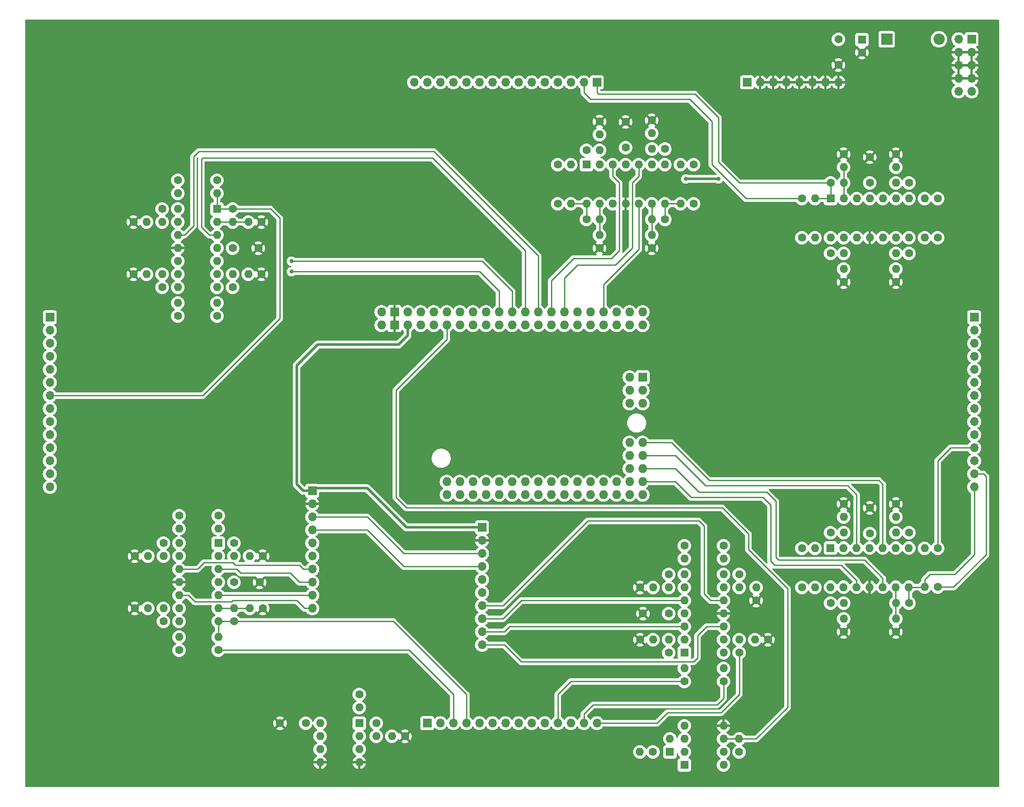
<source format=gbr>
%TF.GenerationSoftware,KiCad,Pcbnew,7.0.7*%
%TF.CreationDate,2024-07-17T17:06:10+10:00*%
%TF.ProjectId,MIDIAutomationSequencerPROC,4d494449-4175-4746-9f6d-6174696f6e53,rev?*%
%TF.SameCoordinates,Original*%
%TF.FileFunction,Copper,L1,Top*%
%TF.FilePolarity,Positive*%
%FSLAX46Y46*%
G04 Gerber Fmt 4.6, Leading zero omitted, Abs format (unit mm)*
G04 Created by KiCad (PCBNEW 7.0.7) date 2024-07-17 17:06:10*
%MOMM*%
%LPD*%
G01*
G04 APERTURE LIST*
%TA.AperFunction,ComponentPad*%
%ADD10R,1.700000X1.700000*%
%TD*%
%TA.AperFunction,ComponentPad*%
%ADD11O,1.700000X1.700000*%
%TD*%
%TA.AperFunction,ComponentPad*%
%ADD12C,1.600000*%
%TD*%
%TA.AperFunction,ComponentPad*%
%ADD13O,1.600000X1.600000*%
%TD*%
%TA.AperFunction,ComponentPad*%
%ADD14O,1.727200X1.727200*%
%TD*%
%TA.AperFunction,ComponentPad*%
%ADD15R,1.727200X1.727200*%
%TD*%
%TA.AperFunction,ComponentPad*%
%ADD16R,1.600000X1.600000*%
%TD*%
%TA.AperFunction,ComponentPad*%
%ADD17R,2.200000X2.200000*%
%TD*%
%TA.AperFunction,ComponentPad*%
%ADD18O,2.200000X2.200000*%
%TD*%
%TA.AperFunction,ViaPad*%
%ADD19C,0.800000*%
%TD*%
%TA.AperFunction,Conductor*%
%ADD20C,0.250000*%
%TD*%
%TA.AperFunction,Conductor*%
%ADD21C,0.500000*%
%TD*%
G04 APERTURE END LIST*
D10*
%TO.P,J2,1,Pin_1*%
%TO.N,OUT5LED*%
X141986000Y-119126000D03*
D11*
%TO.P,J2,2,Pin_2*%
%TO.N,OUTPUT5*%
X139446000Y-119126000D03*
%TO.P,J2,3,Pin_3*%
%TO.N,OUT4LED*%
X136906000Y-119126000D03*
%TO.P,J2,4,Pin_4*%
%TO.N,OUTPUT4*%
X134366000Y-119126000D03*
%TO.P,J2,5,Pin_5*%
%TO.N,OUT3LED*%
X131826000Y-119126000D03*
%TO.P,J2,6,Pin_6*%
%TO.N,OUTPUT3*%
X129286000Y-119126000D03*
%TO.P,J2,7,Pin_7*%
%TO.N,OUT2LED*%
X126746000Y-119126000D03*
%TO.P,J2,8,Pin_8*%
%TO.N,OUTPUT2*%
X124206000Y-119126000D03*
%TO.P,J2,9,Pin_9*%
%TO.N,OUT1LED*%
X121666000Y-119126000D03*
%TO.P,J2,10,Pin_10*%
%TO.N,OUTPUT1*%
X119126000Y-119126000D03*
%TO.P,J2,11,Pin_11*%
%TO.N,unconnected-(J2-Pin_11-Pad11)*%
X116586000Y-119126000D03*
%TO.P,J2,12,Pin_12*%
%TO.N,unconnected-(J2-Pin_12-Pad12)*%
X114046000Y-119126000D03*
%TO.P,J2,13,Pin_13*%
%TO.N,ENCSW*%
X111506000Y-119126000D03*
%TO.P,J2,14,Pin_14*%
%TO.N,ENCB*%
X108966000Y-119126000D03*
%TO.P,J2,15,Pin_15*%
%TO.N,ENCA*%
X106426000Y-119126000D03*
%TD*%
D10*
%TO.P,J5,1,Pin_1*%
%TO.N,CLKLED*%
X108966000Y-243840000D03*
D11*
%TO.P,J5,2,Pin_2*%
%TO.N,CLKOUT*%
X111506000Y-243840000D03*
%TO.P,J5,3,Pin_3*%
%TO.N,CC4*%
X114046000Y-243840000D03*
%TO.P,J5,4,Pin_4*%
%TO.N,CC4LED*%
X116586000Y-243840000D03*
%TO.P,J5,5,Pin_5*%
%TO.N,CC5*%
X119126000Y-243840000D03*
%TO.P,J5,6,Pin_6*%
%TO.N,CC5LED*%
X121666000Y-243840000D03*
%TO.P,J5,7,Pin_7*%
%TO.N,MIDI4*%
X124206000Y-243840000D03*
%TO.P,J5,8,Pin_8*%
%TO.N,MIDI5*%
X126746000Y-243840000D03*
%TO.P,J5,9,Pin_9*%
%TO.N,CC6*%
X129286000Y-243840000D03*
%TO.P,J5,10,Pin_10*%
%TO.N,CC6LED*%
X131826000Y-243840000D03*
%TO.P,J5,11,Pin_11*%
%TO.N,CC7*%
X134366000Y-243840000D03*
%TO.P,J5,12,Pin_12*%
%TO.N,CC7LED*%
X136906000Y-243840000D03*
%TO.P,J5,13,Pin_13*%
%TO.N,CC8*%
X139446000Y-243840000D03*
%TO.P,J5,14,Pin_14*%
%TO.N,CC8LED*%
X141986000Y-243840000D03*
%TD*%
D10*
%TO.P,J6,1,Pin_1*%
%TO.N,+12V*%
X171196000Y-119126000D03*
D11*
%TO.P,J6,2,Pin_2*%
%TO.N,GND*%
X173736000Y-119126000D03*
%TO.P,J6,3,Pin_3*%
X176276000Y-119126000D03*
%TO.P,J6,4,Pin_4*%
X178816000Y-119126000D03*
%TO.P,J6,5,Pin_5*%
X181356000Y-119126000D03*
%TO.P,J6,6,Pin_6*%
X183896000Y-119126000D03*
%TO.P,J6,7,Pin_7*%
X186436000Y-119126000D03*
%TO.P,J6,8,Pin_8*%
X188976000Y-119126000D03*
%TD*%
D10*
%TO.P,J3,1,Pin_1*%
%TO.N,OUT12LED*%
X35560000Y-164846000D03*
D11*
%TO.P,J3,2,Pin_2*%
%TO.N,OUTPUT12*%
X35560000Y-167386000D03*
%TO.P,J3,3,Pin_3*%
%TO.N,OUT11LED*%
X35560000Y-169926000D03*
%TO.P,J3,4,Pin_4*%
%TO.N,OUTPUT11*%
X35560000Y-172466000D03*
%TO.P,J3,5,Pin_5*%
%TO.N,OUT10LED*%
X35560000Y-175006000D03*
%TO.P,J3,6,Pin_6*%
%TO.N,OUTPUT10*%
X35560000Y-177546000D03*
%TO.P,J3,7,Pin_7*%
%TO.N,OUT9LED*%
X35560000Y-180086000D03*
%TO.P,J3,8,Pin_8*%
%TO.N,OUTPUT9*%
X35560000Y-182626000D03*
%TO.P,J3,9,Pin_9*%
%TO.N,CC3LED*%
X35560000Y-185166000D03*
%TO.P,J3,10,Pin_10*%
%TO.N,CC3*%
X35560000Y-187706000D03*
%TO.P,J3,11,Pin_11*%
%TO.N,CC2LED*%
X35560000Y-190246000D03*
%TO.P,J3,12,Pin_12*%
%TO.N,CC2*%
X35560000Y-192786000D03*
%TO.P,J3,13,Pin_13*%
%TO.N,CC1LED*%
X35560000Y-195326000D03*
%TO.P,J3,14,Pin_14*%
%TO.N,CC1*%
X35560000Y-197866000D03*
%TD*%
D10*
%TO.P,J4,1,Pin_1*%
%TO.N,OUTPUT6*%
X215392000Y-164846000D03*
D11*
%TO.P,J4,2,Pin_2*%
%TO.N,OUT6LED*%
X215392000Y-167386000D03*
%TO.P,J4,3,Pin_3*%
%TO.N,OUTPUT7*%
X215392000Y-169926000D03*
%TO.P,J4,4,Pin_4*%
%TO.N,OUT7LED*%
X215392000Y-172466000D03*
%TO.P,J4,5,Pin_5*%
%TO.N,OUTPUT8*%
X215392000Y-175006000D03*
%TO.P,J4,6,Pin_6*%
%TO.N,OUT8LED*%
X215392000Y-177546000D03*
%TO.P,J4,7,Pin_7*%
%TO.N,OUTPUT13*%
X215392000Y-180086000D03*
%TO.P,J4,8,Pin_8*%
%TO.N,OUT13LED*%
X215392000Y-182626000D03*
%TO.P,J4,9,Pin_9*%
%TO.N,OUTPUT14*%
X215392000Y-185166000D03*
%TO.P,J4,10,Pin_10*%
%TO.N,OUT14LED*%
X215392000Y-187706000D03*
%TO.P,J4,11,Pin_11*%
%TO.N,OUTPUT15*%
X215392000Y-190246000D03*
%TO.P,J4,12,Pin_12*%
%TO.N,OUT15LED*%
X215392000Y-192786000D03*
%TO.P,J4,13,Pin_13*%
%TO.N,OUTPUT16*%
X215392000Y-195326000D03*
%TO.P,J4,14,Pin_14*%
%TO.N,OUT16LED*%
X215392000Y-197866000D03*
%TD*%
D12*
%TO.P,R45,1*%
%TO.N,OUT15LED*%
X202692000Y-206756000D03*
D13*
%TO.P,R45,2*%
%TO.N,Net-(U4B--)*%
X200152000Y-206756000D03*
%TD*%
D12*
%TO.P,R60,1*%
%TO.N,OUT16LED*%
X202721000Y-220472000D03*
D13*
%TO.P,R60,2*%
%TO.N,Net-(U4C--)*%
X200181000Y-220472000D03*
%TD*%
D12*
%TO.P,R62,1*%
%TO.N,GND*%
X189992000Y-157988000D03*
D13*
%TO.P,R62,2*%
%TO.N,Net-(U7D--)*%
X189992000Y-155448000D03*
%TD*%
D12*
%TO.P,R73,1*%
%TO.N,CC7LED*%
X155956000Y-230124000D03*
D13*
%TO.P,R73,2*%
%TO.N,Net-(U3A--)*%
X155956000Y-227584000D03*
%TD*%
D12*
%TO.P,R55,1*%
%TO.N,OUTPUT16*%
X208280000Y-217344000D03*
D13*
%TO.P,R55,2*%
%TO.N,OUT16LED*%
X205740000Y-217344000D03*
%TD*%
D12*
%TO.P,R23,1*%
%TO.N,CC2*%
X60706000Y-203454000D03*
D13*
%TO.P,R23,2*%
%TO.N,CC2LED*%
X60706000Y-205994000D03*
%TD*%
D12*
%TO.P,R52,1*%
%TO.N,OUTPUT8*%
X181864000Y-149352000D03*
D13*
%TO.P,R52,2*%
%TO.N,OUT8LED*%
X184404000Y-149352000D03*
%TD*%
D14*
%TO.P,A1,3V31,3.3V*%
%TO.N,unconnected-(A1-3.3V-Pad3V31)*%
X107696000Y-166370000D03*
%TO.P,A1,3V32,3.3V*%
%TO.N,unconnected-(A1-3.3V-Pad3V32)*%
X107696000Y-163830000D03*
%TO.P,A1,5V1,5V*%
%TO.N,+5V*%
X105156000Y-166370000D03*
%TO.P,A1,5V2,SPI_5V*%
%TO.N,unconnected-(A1-SPI_5V-Pad5V2)*%
X150876000Y-181610000D03*
%TO.P,A1,5V3,5V*%
%TO.N,+5V*%
X105156000Y-163830000D03*
%TO.P,A1,A0,A0*%
%TO.N,unconnected-(A1-PadA0)*%
X112776000Y-199390000D03*
%TO.P,A1,A1,A1*%
%TO.N,unconnected-(A1-PadA1)*%
X112776000Y-196850000D03*
%TO.P,A1,A2,A2*%
%TO.N,unconnected-(A1-PadA2)*%
X115316000Y-199390000D03*
%TO.P,A1,A3,A3*%
%TO.N,unconnected-(A1-PadA3)*%
X115316000Y-196850000D03*
%TO.P,A1,A4,A4*%
%TO.N,unconnected-(A1-PadA4)*%
X117856000Y-199390000D03*
%TO.P,A1,A5,A5*%
%TO.N,unconnected-(A1-PadA5)*%
X117856000Y-196850000D03*
%TO.P,A1,A6,A6*%
%TO.N,unconnected-(A1-PadA6)*%
X120396000Y-199390000D03*
%TO.P,A1,A7,A7*%
%TO.N,unconnected-(A1-PadA7)*%
X120396000Y-196850000D03*
%TO.P,A1,A8,A8*%
%TO.N,unconnected-(A1-PadA8)*%
X122936000Y-199390000D03*
%TO.P,A1,A9,A9*%
%TO.N,unconnected-(A1-PadA9)*%
X122936000Y-196850000D03*
%TO.P,A1,A10,A10*%
%TO.N,unconnected-(A1-PadA10)*%
X125476000Y-199390000D03*
%TO.P,A1,A11,A11*%
%TO.N,unconnected-(A1-PadA11)*%
X125476000Y-196850000D03*
%TO.P,A1,A12,A12*%
%TO.N,unconnected-(A1-PadA12)*%
X128016000Y-199390000D03*
%TO.P,A1,A13,A13*%
%TO.N,unconnected-(A1-PadA13)*%
X128016000Y-196850000D03*
%TO.P,A1,A14,A14*%
%TO.N,unconnected-(A1-PadA14)*%
X130556000Y-199390000D03*
%TO.P,A1,A15,A15*%
%TO.N,unconnected-(A1-PadA15)*%
X130556000Y-196850000D03*
%TO.P,A1,AREF,AREF*%
%TO.N,unconnected-(A1-PadAREF)*%
X110236000Y-166370000D03*
%TO.P,A1,D0,D0/RX0*%
%TO.N,RX*%
X112776000Y-166370000D03*
%TO.P,A1,D1,D1/TX0*%
%TO.N,unconnected-(A1-D1{slash}TX0-PadD1)*%
X112776000Y-163830000D03*
%TO.P,A1,D2,D2_INT0*%
%TO.N,ENCA*%
X115316000Y-166370000D03*
%TO.P,A1,D3,D3_INT1*%
%TO.N,ENCB*%
X115316000Y-163830000D03*
%TO.P,A1,D4,D4*%
%TO.N,OUT4*%
X117856000Y-166370000D03*
%TO.P,A1,D5,D5*%
%TO.N,ENCSW*%
X117856000Y-163830000D03*
%TO.P,A1,D6,D6*%
%TO.N,unconnected-(A1-PadD6)*%
X120396000Y-166370000D03*
%TO.P,A1,D7,D7*%
%TO.N,unconnected-(A1-PadD7)*%
X120396000Y-163830000D03*
%TO.P,A1,D8,D8*%
%TO.N,unconnected-(A1-PadD8)*%
X122936000Y-166370000D03*
%TO.P,A1,D9,D9*%
%TO.N,OUT11*%
X122936000Y-163830000D03*
%TO.P,A1,D10,D10*%
%TO.N,unconnected-(A1-PadD10)*%
X125476000Y-166370000D03*
%TO.P,A1,D11,D11*%
%TO.N,OUT10*%
X125476000Y-163830000D03*
%TO.P,A1,D12,D12*%
%TO.N,unconnected-(A1-PadD12)*%
X128016000Y-166370000D03*
%TO.P,A1,D13,D13*%
%TO.N,unconnected-(A1-PadD13)*%
X128016000Y-163830000D03*
%TO.P,A1,D14,D14/TX3*%
%TO.N,unconnected-(A1-D14{slash}TX3-PadD14)*%
X130556000Y-166370000D03*
%TO.P,A1,D15,D15/RX3*%
%TO.N,unconnected-(A1-D15{slash}RX3-PadD15)*%
X130556000Y-163830000D03*
%TO.P,A1,D16,D16/TX2*%
%TO.N,unconnected-(A1-D16{slash}TX2-PadD16)*%
X133096000Y-166370000D03*
%TO.P,A1,D17,D17/RX2*%
%TO.N,unconnected-(A1-D17{slash}RX2-PadD17)*%
X133096000Y-163830000D03*
%TO.P,A1,D18,D18/TX1*%
%TO.N,unconnected-(A1-D18{slash}TX1-PadD18)*%
X135636000Y-166370000D03*
%TO.P,A1,D19,D19/RX1*%
%TO.N,unconnected-(A1-D19{slash}RX1-PadD19)*%
X135636000Y-163830000D03*
%TO.P,A1,D20,D20/SDA*%
%TO.N,SDA*%
X138176000Y-166370000D03*
%TO.P,A1,D21,D21/SCL*%
%TO.N,SCL*%
X138176000Y-163830000D03*
%TO.P,A1,D22,D22*%
%TO.N,CLK*%
X140716000Y-166370000D03*
%TO.P,A1,D23,D23*%
%TO.N,OUT1*%
X140716000Y-163830000D03*
%TO.P,A1,D24,D24*%
%TO.N,OUT12*%
X143256000Y-166370000D03*
%TO.P,A1,D25,D25*%
%TO.N,OUT2*%
X143256000Y-163830000D03*
%TO.P,A1,D26,D26*%
%TO.N,OUT9*%
X145796000Y-166370000D03*
%TO.P,A1,D27,D27*%
%TO.N,OUT5*%
X145796000Y-163830000D03*
%TO.P,A1,D28,D28*%
%TO.N,OUT3*%
X148336000Y-166370000D03*
%TO.P,A1,D29,D29*%
%TO.N,OUT6*%
X148336000Y-163830000D03*
%TO.P,A1,D30,D30*%
%TO.N,OUT8*%
X150876000Y-166370000D03*
%TO.P,A1,D31,D31*%
%TO.N,OUT7*%
X150876000Y-163830000D03*
%TO.P,A1,D32,D32*%
%TO.N,unconnected-(A1-PadD32)*%
X133096000Y-199390000D03*
%TO.P,A1,D33,D33*%
%TO.N,unconnected-(A1-PadD33)*%
X133096000Y-196850000D03*
%TO.P,A1,D34,D34*%
%TO.N,unconnected-(A1-PadD34)*%
X135636000Y-199390000D03*
%TO.P,A1,D35,D35*%
%TO.N,unconnected-(A1-PadD35)*%
X135636000Y-196850000D03*
%TO.P,A1,D36,D36*%
%TO.N,unconnected-(A1-PadD36)*%
X138176000Y-199390000D03*
%TO.P,A1,D37,D37*%
%TO.N,unconnected-(A1-PadD37)*%
X138176000Y-196850000D03*
%TO.P,A1,D38,D38*%
%TO.N,unconnected-(A1-PadD38)*%
X140716000Y-199390000D03*
%TO.P,A1,D39,D39*%
%TO.N,unconnected-(A1-PadD39)*%
X140716000Y-196850000D03*
%TO.P,A1,D40,D40*%
%TO.N,unconnected-(A1-PadD40)*%
X143256000Y-199390000D03*
%TO.P,A1,D41,D41*%
%TO.N,unconnected-(A1-PadD41)*%
X143256000Y-196850000D03*
%TO.P,A1,D42,D42*%
%TO.N,unconnected-(A1-PadD42)*%
X145796000Y-199390000D03*
%TO.P,A1,D43,D43*%
%TO.N,unconnected-(A1-PadD43)*%
X145796000Y-196850000D03*
%TO.P,A1,D44,D44*%
%TO.N,unconnected-(A1-PadD44)*%
X148336000Y-199390000D03*
%TO.P,A1,D45,D45*%
%TO.N,unconnected-(A1-PadD45)*%
X148336000Y-196850000D03*
%TO.P,A1,D46,D46*%
%TO.N,unconnected-(A1-PadD46)*%
X150876000Y-199390000D03*
%TO.P,A1,D47,D47*%
%TO.N,OUT13*%
X150876000Y-196850000D03*
%TO.P,A1,D48,D48*%
%TO.N,OUT16*%
X150876000Y-194310000D03*
%TO.P,A1,D49,D49*%
%TO.N,unconnected-(A1-PadD49)*%
X148336000Y-194310000D03*
%TO.P,A1,D50,D50_MISO*%
%TO.N,OUT14*%
X150876000Y-191770000D03*
%TO.P,A1,D51,D51_MOSI*%
%TO.N,unconnected-(A1-D51_MOSI-PadD51)*%
X148336000Y-191770000D03*
%TO.P,A1,D52,D52_SCK*%
%TO.N,OUT15*%
X150876000Y-189230000D03*
%TO.P,A1,D53,D53_CS*%
%TO.N,unconnected-(A1-D53_CS-PadD53)*%
X148336000Y-189230000D03*
D15*
%TO.P,A1,GND1,GND*%
%TO.N,GND*%
X102616000Y-166370000D03*
%TO.P,A1,GND2,GND*%
X102616000Y-163830000D03*
%TO.P,A1,GND4,SPI_GND*%
%TO.N,unconnected-(A1-SPI_GND-PadGND4)*%
X150876000Y-176530000D03*
D14*
%TO.P,A1,MISO,SPI_MISO*%
%TO.N,unconnected-(A1-SPI_MISO-PadMISO)*%
X148336000Y-181610000D03*
%TO.P,A1,MOSI,SPI_MOSI*%
%TO.N,unconnected-(A1-SPI_MOSI-PadMOSI)*%
X150876000Y-179070000D03*
%TO.P,A1,RST1,RESET*%
%TO.N,unconnected-(A1-RESET-PadRST1)*%
X110236000Y-163830000D03*
%TO.P,A1,RST2,SPI_RESET*%
%TO.N,unconnected-(A1-SPI_RESET-PadRST2)*%
X148336000Y-176530000D03*
%TO.P,A1,SCK,SPI_SCK*%
%TO.N,unconnected-(A1-SPI_SCK-PadSCK)*%
X148336000Y-179070000D03*
%TO.P,A1,VIN1,VIN*%
%TO.N,+12V*%
X100076000Y-166370000D03*
%TO.P,A1,VIN2,VIN*%
X100076000Y-163830000D03*
%TD*%
D12*
%TO.P,R35,1*%
%TO.N,GND*%
X189992000Y-201168000D03*
D13*
%TO.P,R35,2*%
%TO.N,Net-(U4A--)*%
X189992000Y-203708000D03*
%TD*%
D16*
%TO.P,U1,1*%
%TO.N,CLKLED*%
X95758000Y-243840000D03*
D13*
%TO.P,U1,2,-*%
%TO.N,Net-(U1A--)*%
X95758000Y-246380000D03*
%TO.P,U1,3,+*%
%TO.N,CLK*%
X95758000Y-248920000D03*
%TO.P,U1,4,V-*%
%TO.N,GND*%
X95758000Y-251460000D03*
%TO.P,U1,5,+*%
X88138000Y-251460000D03*
%TO.P,U1,6,-*%
%TO.N,Net-(U1B--)*%
X88138000Y-248920000D03*
%TO.P,U1,7*%
X88138000Y-246380000D03*
%TO.P,U1,8,V+*%
%TO.N,+12V*%
X88138000Y-243840000D03*
%TD*%
D12*
%TO.P,R6,1*%
%TO.N,OUTPUT1*%
X134366000Y-142748000D03*
D13*
%TO.P,R6,2*%
%TO.N,OUT1LED*%
X136906000Y-142748000D03*
%TD*%
D16*
%TO.P,C9,1*%
%TO.N,+12V*%
X193548000Y-110808887D03*
D12*
%TO.P,C9,2*%
%TO.N,GND*%
X193548000Y-113308887D03*
%TD*%
%TO.P,R29,1*%
%TO.N,OUT10LED*%
X71120000Y-159004000D03*
D13*
%TO.P,R29,2*%
%TO.N,Net-(U8B--)*%
X71120000Y-156464000D03*
%TD*%
D12*
%TO.P,C2,1*%
%TO.N,+12V*%
X195072000Y-206930000D03*
%TO.P,C2,2*%
%TO.N,GND*%
X195072000Y-201930000D03*
%TD*%
D16*
%TO.P,U5,1*%
%TO.N,OUT3LED*%
X139954000Y-135128000D03*
D13*
%TO.P,U5,2,-*%
%TO.N,Net-(U5A--)*%
X142494000Y-135128000D03*
%TO.P,U5,3,+*%
%TO.N,OUT3*%
X145034000Y-135128000D03*
%TO.P,U5,4,V+*%
%TO.N,+12V*%
X147574000Y-135128000D03*
%TO.P,U5,5,+*%
%TO.N,OUT4*%
X150114000Y-135128000D03*
%TO.P,U5,6,-*%
%TO.N,Net-(U5B--)*%
X152654000Y-135128000D03*
%TO.P,U5,7*%
%TO.N,OUT4LED*%
X155194000Y-135128000D03*
%TO.P,U5,8*%
%TO.N,OUT2LED*%
X155194000Y-142748000D03*
%TO.P,U5,9,-*%
%TO.N,Net-(U5C--)*%
X152654000Y-142748000D03*
%TO.P,U5,10,+*%
%TO.N,OUT2*%
X150114000Y-142748000D03*
%TO.P,U5,11,V-*%
%TO.N,GND*%
X147574000Y-142748000D03*
%TO.P,U5,12,+*%
%TO.N,OUT1*%
X145034000Y-142748000D03*
%TO.P,U5,13,-*%
%TO.N,Net-(U5D--)*%
X142494000Y-142748000D03*
%TO.P,U5,14*%
%TO.N,OUT1LED*%
X139954000Y-142748000D03*
%TD*%
D12*
%TO.P,R72,1*%
%TO.N,CC7*%
X159004000Y-235712000D03*
D13*
%TO.P,R72,2*%
%TO.N,CC7LED*%
X159004000Y-233172000D03*
%TD*%
D12*
%TO.P,R68,1*%
%TO.N,GND*%
X172974000Y-219964000D03*
D13*
%TO.P,R68,2*%
%TO.N,Net-(U3C--)*%
X172974000Y-217424000D03*
%TD*%
D12*
%TO.P,R76,1*%
%TO.N,CC8LED*%
X169672000Y-230124000D03*
D13*
%TO.P,R76,2*%
%TO.N,Net-(U3D--)*%
X169672000Y-227584000D03*
%TD*%
D12*
%TO.P,R57,1*%
%TO.N,OUT8LED*%
X187452000Y-152400000D03*
D13*
%TO.P,R57,2*%
%TO.N,Net-(U7D--)*%
X189992000Y-152400000D03*
%TD*%
D16*
%TO.P,D2,1,K*%
%TO.N,Net-(D2-K)*%
X156200000Y-249428000D03*
D13*
%TO.P,D2,2,A*%
%TO.N,MIDI5*%
X156200000Y-246888000D03*
%TD*%
D10*
%TO.P,DAC2,1,Pin_1*%
%TO.N,+5V*%
X119634000Y-205740000D03*
D11*
%TO.P,DAC2,2,Pin_2*%
%TO.N,GND*%
X119634000Y-208280000D03*
%TO.P,DAC2,3,Pin_3*%
%TO.N,SCL*%
X119634000Y-210820000D03*
%TO.P,DAC2,4,Pin_4*%
%TO.N,SDA*%
X119634000Y-213360000D03*
%TO.P,DAC2,5,Pin_5*%
%TO.N,unconnected-(DAC2-Pin_5-Pad5)*%
X119634000Y-215900000D03*
%TO.P,DAC2,6,Pin_6*%
%TO.N,unconnected-(DAC2-Pin_6-Pad6)*%
X119634000Y-218440000D03*
%TO.P,DAC2,7,Pin_7*%
%TO.N,DACA2*%
X119634000Y-220980000D03*
%TO.P,DAC2,8,Pin_8*%
%TO.N,DACB2*%
X119634000Y-223520000D03*
%TO.P,DAC2,9,Pin_9*%
%TO.N,DACC2*%
X119634000Y-226060000D03*
%TO.P,DAC2,10,Pin_10*%
%TO.N,DACD2*%
X119634000Y-228600000D03*
%TD*%
D12*
%TO.P,R40,1*%
%TO.N,OUTPUT15*%
X208280000Y-209804000D03*
D13*
%TO.P,R40,2*%
%TO.N,OUT15LED*%
X205740000Y-209804000D03*
%TD*%
D12*
%TO.P,R67,1*%
%TO.N,CC5LED*%
X169672000Y-214884000D03*
D13*
%TO.P,R67,2*%
%TO.N,Net-(U3C--)*%
X169672000Y-217424000D03*
%TD*%
D12*
%TO.P,R5,1*%
%TO.N,GND*%
X104648000Y-246380000D03*
D13*
%TO.P,R5,2*%
%TO.N,Net-(U1A--)*%
X102108000Y-246380000D03*
%TD*%
D12*
%TO.P,R34,1*%
%TO.N,GND*%
X76708000Y-156464000D03*
D13*
%TO.P,R34,2*%
%TO.N,Net-(U8B--)*%
X74168000Y-156464000D03*
%TD*%
D12*
%TO.P,R3,1*%
%TO.N,Net-(D2-K)*%
X152898000Y-249428000D03*
D13*
%TO.P,R3,2*%
%TO.N,MIDI4*%
X150358000Y-249428000D03*
%TD*%
D16*
%TO.P,U2,1,NC*%
%TO.N,unconnected-(U2-NC-Pad1)*%
X159004000Y-251968000D03*
D13*
%TO.P,U2,2,C1*%
%TO.N,Net-(D2-K)*%
X159004000Y-249428000D03*
%TO.P,U2,3,C2*%
%TO.N,MIDI5*%
X159004000Y-246888000D03*
%TO.P,U2,4,NC*%
%TO.N,unconnected-(U2-NC-Pad4)*%
X159004000Y-244348000D03*
%TO.P,U2,5,GND*%
%TO.N,GND*%
X166624000Y-244348000D03*
%TO.P,U2,6,VO2*%
%TO.N,RX*%
X166624000Y-246888000D03*
%TO.P,U2,7,VO1*%
%TO.N,unconnected-(U2-VO1-Pad7)*%
X166624000Y-249428000D03*
%TO.P,U2,8,VCC*%
%TO.N,+5V*%
X166624000Y-251968000D03*
%TD*%
D12*
%TO.P,R71,1*%
%TO.N,GND*%
X150368000Y-217424000D03*
D13*
%TO.P,R71,2*%
%TO.N,Net-(U3B--)*%
X152908000Y-217424000D03*
%TD*%
D12*
%TO.P,R27,1*%
%TO.N,OUT6LED*%
X202692000Y-138684000D03*
D13*
%TO.P,R27,2*%
%TO.N,Net-(U7B--)*%
X200152000Y-138684000D03*
%TD*%
D12*
%TO.P,R46,1*%
%TO.N,GND*%
X142494000Y-126746000D03*
D13*
%TO.P,R46,2*%
%TO.N,Net-(U5A--)*%
X142494000Y-129286000D03*
%TD*%
D12*
%TO.P,R22,1*%
%TO.N,OUTPUT6*%
X208280000Y-141732000D03*
D13*
%TO.P,R22,2*%
%TO.N,OUT6LED*%
X205740000Y-141732000D03*
%TD*%
D12*
%TO.P,R11,1*%
%TO.N,OUT1LED*%
X139954000Y-145796000D03*
D13*
%TO.P,R11,2*%
%TO.N,Net-(U5D--)*%
X142494000Y-145796000D03*
%TD*%
D12*
%TO.P,R69,1*%
%TO.N,CC6*%
X159004000Y-209296000D03*
D13*
%TO.P,R69,2*%
%TO.N,CC6LED*%
X159004000Y-211836000D03*
%TD*%
D12*
%TO.P,R53,1*%
%TO.N,CC4*%
X68326000Y-229616000D03*
D13*
%TO.P,R53,2*%
%TO.N,CC4LED*%
X68326000Y-227076000D03*
%TD*%
D12*
%TO.P,C8,1*%
%TO.N,+12V*%
X188976000Y-110744000D03*
%TO.P,C8,2*%
%TO.N,GND*%
X188976000Y-115744000D03*
%TD*%
%TO.P,R37,1*%
%TO.N,OUTPUT7*%
X208280000Y-149352000D03*
D13*
%TO.P,R37,2*%
%TO.N,OUT7LED*%
X205740000Y-149352000D03*
%TD*%
D12*
%TO.P,R18,1*%
%TO.N,GND*%
X52070000Y-221488000D03*
D13*
%TO.P,R18,2*%
%TO.N,Net-(U6C--)*%
X54610000Y-221488000D03*
%TD*%
D12*
%TO.P,C6,1*%
%TO.N,+12V*%
X195072000Y-138684000D03*
%TO.P,C6,2*%
%TO.N,GND*%
X195072000Y-133684000D03*
%TD*%
%TO.P,R21,1*%
%TO.N,OUTPUT2*%
X160782000Y-142748000D03*
D13*
%TO.P,R21,2*%
%TO.N,OUT2LED*%
X158242000Y-142748000D03*
%TD*%
D12*
%TO.P,R28,1*%
%TO.N,CC2LED*%
X57658000Y-208788000D03*
D13*
%TO.P,R28,2*%
%TO.N,Net-(U6D--)*%
X57658000Y-211328000D03*
%TD*%
D12*
%TO.P,R65,1*%
%TO.N,GND*%
X200152000Y-226060000D03*
D13*
%TO.P,R65,2*%
%TO.N,Net-(U4C--)*%
X200152000Y-223520000D03*
%TD*%
D12*
%TO.P,R75,1*%
%TO.N,CC8*%
X166624000Y-235712000D03*
D13*
%TO.P,R75,2*%
%TO.N,CC8LED*%
X166624000Y-233172000D03*
%TD*%
D12*
%TO.P,R49,1*%
%TO.N,GND*%
X51816000Y-156464000D03*
D13*
%TO.P,R49,2*%
%TO.N,Net-(U8C--)*%
X54356000Y-156464000D03*
%TD*%
D12*
%TO.P,R20,1*%
%TO.N,GND*%
X189992000Y-226060000D03*
D13*
%TO.P,R20,2*%
%TO.N,Net-(U4D--)*%
X189992000Y-223520000D03*
%TD*%
D12*
%TO.P,R54,1*%
%TO.N,OUTPUT12*%
X60452000Y-138176000D03*
D13*
%TO.P,R54,2*%
%TO.N,OUT12LED*%
X60452000Y-140716000D03*
%TD*%
D12*
%TO.P,R51,1*%
%TO.N,OUTPUT4*%
X160782000Y-135128000D03*
D13*
%TO.P,R51,2*%
%TO.N,OUT4LED*%
X158242000Y-135128000D03*
%TD*%
D16*
%TO.P,U3,1*%
%TO.N,CC7LED*%
X159004000Y-230124000D03*
D13*
%TO.P,U3,2,-*%
%TO.N,Net-(U3A--)*%
X159004000Y-227584000D03*
%TO.P,U3,3,+*%
%TO.N,DACC2*%
X159004000Y-225044000D03*
%TO.P,U3,4,V+*%
%TO.N,+12V*%
X159004000Y-222504000D03*
%TO.P,U3,5,+*%
%TO.N,DACB2*%
X159004000Y-219964000D03*
%TO.P,U3,6,-*%
%TO.N,Net-(U3B--)*%
X159004000Y-217424000D03*
%TO.P,U3,7*%
%TO.N,CC6LED*%
X159004000Y-214884000D03*
%TO.P,U3,8*%
%TO.N,CC5LED*%
X166624000Y-214884000D03*
%TO.P,U3,9,-*%
%TO.N,Net-(U3C--)*%
X166624000Y-217424000D03*
%TO.P,U3,10,+*%
%TO.N,DACA2*%
X166624000Y-219964000D03*
%TO.P,U3,11,V-*%
%TO.N,GND*%
X166624000Y-222504000D03*
%TO.P,U3,12,+*%
%TO.N,DACD2*%
X166624000Y-225044000D03*
%TO.P,U3,13,-*%
%TO.N,Net-(U3D--)*%
X166624000Y-227584000D03*
%TO.P,U3,14*%
%TO.N,CC8LED*%
X166624000Y-230124000D03*
%TD*%
D12*
%TO.P,R25,1*%
%TO.N,OUTPUT14*%
X181864000Y-209804000D03*
D13*
%TO.P,R25,2*%
%TO.N,OUT14LED*%
X184404000Y-209804000D03*
%TD*%
D12*
%TO.P,R59,1*%
%TO.N,OUT12LED*%
X57404000Y-143764000D03*
D13*
%TO.P,R59,2*%
%TO.N,Net-(U8D--)*%
X57404000Y-146304000D03*
%TD*%
D12*
%TO.P,R13,1*%
%TO.N,CC1LED*%
X57658000Y-224028000D03*
D13*
%TO.P,R13,2*%
%TO.N,Net-(U6C--)*%
X57658000Y-221488000D03*
%TD*%
D12*
%TO.P,R63,1*%
%TO.N,GND*%
X76962000Y-221488000D03*
D13*
%TO.P,R63,2*%
%TO.N,Net-(U6B--)*%
X74422000Y-221488000D03*
%TD*%
D12*
%TO.P,R8,1*%
%TO.N,CC1*%
X60706000Y-229616000D03*
D13*
%TO.P,R8,2*%
%TO.N,CC1LED*%
X60706000Y-227076000D03*
%TD*%
D12*
%TO.P,R9,1*%
%TO.N,OUTPUT9*%
X68072000Y-138176000D03*
D13*
%TO.P,R9,2*%
%TO.N,OUT9LED*%
X68072000Y-140716000D03*
%TD*%
D12*
%TO.P,R17,1*%
%TO.N,GND*%
X189992000Y-133096000D03*
D13*
%TO.P,R17,2*%
%TO.N,Net-(U7A--)*%
X189992000Y-135636000D03*
%TD*%
D12*
%TO.P,R26,1*%
%TO.N,OUT2LED*%
X155223000Y-145796000D03*
D13*
%TO.P,R26,2*%
%TO.N,Net-(U5C--)*%
X152683000Y-145796000D03*
%TD*%
D17*
%TO.P,D1,1,K*%
%TO.N,+12V*%
X198374000Y-110744000D03*
D18*
%TO.P,D1,2,A*%
%TO.N,Net-(D1-A)*%
X208534000Y-110744000D03*
%TD*%
D12*
%TO.P,C4,1*%
%TO.N,+12V*%
X71374000Y-216408000D03*
%TO.P,C4,2*%
%TO.N,GND*%
X76374000Y-216408000D03*
%TD*%
%TO.P,R66,1*%
%TO.N,CC5*%
X166624000Y-209296000D03*
D13*
%TO.P,R66,2*%
%TO.N,CC5LED*%
X166624000Y-211836000D03*
%TD*%
D12*
%TO.P,R77,1*%
%TO.N,GND*%
X175260000Y-227584000D03*
D13*
%TO.P,R77,2*%
%TO.N,Net-(U3D--)*%
X172720000Y-227584000D03*
%TD*%
D12*
%TO.P,R56,1*%
%TO.N,OUT4LED*%
X155223000Y-132080000D03*
D13*
%TO.P,R56,2*%
%TO.N,Net-(U5B--)*%
X152683000Y-132080000D03*
%TD*%
D12*
%TO.P,R41,1*%
%TO.N,OUT3LED*%
X139954000Y-132334000D03*
D13*
%TO.P,R41,2*%
%TO.N,Net-(U5A--)*%
X142494000Y-132334000D03*
%TD*%
D12*
%TO.P,R64,1*%
%TO.N,GND*%
X51816000Y-146304000D03*
D13*
%TO.P,R64,2*%
%TO.N,Net-(U8D--)*%
X54356000Y-146304000D03*
%TD*%
D12*
%TO.P,R12,1*%
%TO.N,OUT5LED*%
X187452000Y-138684000D03*
D13*
%TO.P,R12,2*%
%TO.N,Net-(U7A--)*%
X189992000Y-138684000D03*
%TD*%
D12*
%TO.P,R33,1*%
%TO.N,GND*%
X52070000Y-211328000D03*
D13*
%TO.P,R33,2*%
%TO.N,Net-(U6D--)*%
X54610000Y-211328000D03*
%TD*%
D12*
%TO.P,R16,1*%
%TO.N,GND*%
X142494000Y-151384000D03*
D13*
%TO.P,R16,2*%
%TO.N,Net-(U5D--)*%
X142494000Y-148844000D03*
%TD*%
D12*
%TO.P,R39,1*%
%TO.N,OUTPUT11*%
X60452000Y-164592000D03*
D13*
%TO.P,R39,2*%
%TO.N,OUT11LED*%
X60452000Y-162052000D03*
%TD*%
D16*
%TO.P,U7,1*%
%TO.N,OUT5LED*%
X187452000Y-141732000D03*
D13*
%TO.P,U7,2,-*%
%TO.N,Net-(U7A--)*%
X189992000Y-141732000D03*
%TO.P,U7,3,+*%
%TO.N,OUT5*%
X192532000Y-141732000D03*
%TO.P,U7,4,V+*%
%TO.N,+12V*%
X195072000Y-141732000D03*
%TO.P,U7,5,+*%
%TO.N,OUT6*%
X197612000Y-141732000D03*
%TO.P,U7,6,-*%
%TO.N,Net-(U7B--)*%
X200152000Y-141732000D03*
%TO.P,U7,7*%
%TO.N,OUT6LED*%
X202692000Y-141732000D03*
%TO.P,U7,8*%
%TO.N,OUT7LED*%
X202692000Y-149352000D03*
%TO.P,U7,9,-*%
%TO.N,Net-(U7C--)*%
X200152000Y-149352000D03*
%TO.P,U7,10,+*%
%TO.N,OUT7*%
X197612000Y-149352000D03*
%TO.P,U7,11,V-*%
%TO.N,GND*%
X195072000Y-149352000D03*
%TO.P,U7,12,+*%
%TO.N,OUT8*%
X192532000Y-149352000D03*
%TO.P,U7,13,-*%
%TO.N,Net-(U7D--)*%
X189992000Y-149352000D03*
%TO.P,U7,14*%
%TO.N,OUT8LED*%
X187452000Y-149352000D03*
%TD*%
D12*
%TO.P,R4,1*%
%TO.N,CLKLED*%
X99060000Y-243840000D03*
D13*
%TO.P,R4,2*%
%TO.N,Net-(U1A--)*%
X99060000Y-246380000D03*
%TD*%
D12*
%TO.P,R44,1*%
%TO.N,OUT11LED*%
X57404000Y-159004000D03*
D13*
%TO.P,R44,2*%
%TO.N,Net-(U8C--)*%
X57404000Y-156464000D03*
%TD*%
D12*
%TO.P,R19,1*%
%TO.N,GND*%
X76708000Y-146304000D03*
D13*
%TO.P,R19,2*%
%TO.N,Net-(U8A--)*%
X74168000Y-146304000D03*
%TD*%
D12*
%TO.P,C1,1*%
%TO.N,+12V*%
X155956000Y-222504000D03*
%TO.P,C1,2*%
%TO.N,GND*%
X150956000Y-222504000D03*
%TD*%
%TO.P,R24,1*%
%TO.N,OUTPUT10*%
X68072000Y-164592000D03*
D13*
%TO.P,R24,2*%
%TO.N,OUT10LED*%
X68072000Y-162052000D03*
%TD*%
D12*
%TO.P,R38,1*%
%TO.N,CC3*%
X68326000Y-203454000D03*
D13*
%TO.P,R38,2*%
%TO.N,CC3LED*%
X68326000Y-205994000D03*
%TD*%
D16*
%TO.P,U4,1*%
%TO.N,OUT14LED*%
X187447000Y-209734000D03*
D13*
%TO.P,U4,2,-*%
%TO.N,Net-(U4A--)*%
X189987000Y-209734000D03*
%TO.P,U4,3,+*%
%TO.N,OUT14*%
X192527000Y-209734000D03*
%TO.P,U4,4,V+*%
%TO.N,+12V*%
X195067000Y-209734000D03*
%TO.P,U4,5,+*%
%TO.N,OUT15*%
X197607000Y-209734000D03*
%TO.P,U4,6,-*%
%TO.N,Net-(U4B--)*%
X200147000Y-209734000D03*
%TO.P,U4,7*%
%TO.N,OUT15LED*%
X202687000Y-209734000D03*
%TO.P,U4,8*%
%TO.N,OUT16LED*%
X202687000Y-217354000D03*
%TO.P,U4,9,-*%
%TO.N,Net-(U4C--)*%
X200147000Y-217354000D03*
%TO.P,U4,10,+*%
%TO.N,OUT16*%
X197607000Y-217354000D03*
%TO.P,U4,11,V-*%
%TO.N,GND*%
X195067000Y-217354000D03*
%TO.P,U4,12,+*%
%TO.N,OUT13*%
X192527000Y-217354000D03*
%TO.P,U4,13,-*%
%TO.N,Net-(U4D--)*%
X189987000Y-217354000D03*
%TO.P,U4,14*%
%TO.N,OUT13LED*%
X187447000Y-217354000D03*
%TD*%
D12*
%TO.P,R36,1*%
%TO.N,OUTPUT3*%
X134366000Y-135128000D03*
D13*
%TO.P,R36,2*%
%TO.N,OUT3LED*%
X136906000Y-135128000D03*
%TD*%
D12*
%TO.P,R74,1*%
%TO.N,GND*%
X150368000Y-227584000D03*
D13*
%TO.P,R74,2*%
%TO.N,Net-(U3A--)*%
X152908000Y-227584000D03*
%TD*%
D12*
%TO.P,R7,1*%
%TO.N,OUTPUT5*%
X181864000Y-141732000D03*
D13*
%TO.P,R7,2*%
%TO.N,OUT5LED*%
X184404000Y-141732000D03*
%TD*%
D12*
%TO.P,C3,1*%
%TO.N,+12V*%
X147574000Y-131826000D03*
%TO.P,C3,2*%
%TO.N,GND*%
X147574000Y-126826000D03*
%TD*%
%TO.P,R30,1*%
%TO.N,OUT14LED*%
X187452000Y-206756000D03*
D13*
%TO.P,R30,2*%
%TO.N,Net-(U4A--)*%
X189992000Y-206756000D03*
%TD*%
D12*
%TO.P,R14,1*%
%TO.N,OUT9LED*%
X71120000Y-143764000D03*
D13*
%TO.P,R14,2*%
%TO.N,Net-(U8A--)*%
X71120000Y-146304000D03*
%TD*%
D10*
%TO.P,DAC1,1,Pin_1*%
%TO.N,+5V*%
X86614000Y-198628000D03*
D11*
%TO.P,DAC1,2,Pin_2*%
%TO.N,GND*%
X86614000Y-201168000D03*
%TO.P,DAC1,3,Pin_3*%
%TO.N,SCL*%
X86614000Y-203708000D03*
%TO.P,DAC1,4,Pin_4*%
%TO.N,SDA*%
X86614000Y-206248000D03*
%TO.P,DAC1,5,Pin_5*%
%TO.N,unconnected-(DAC1-Pin_5-Pad5)*%
X86614000Y-208788000D03*
%TO.P,DAC1,6,Pin_6*%
%TO.N,unconnected-(DAC1-Pin_6-Pad6)*%
X86614000Y-211328000D03*
%TO.P,DAC1,7,Pin_7*%
%TO.N,DACA1*%
X86614000Y-213868000D03*
%TO.P,DAC1,8,Pin_8*%
%TO.N,DACB1*%
X86614000Y-216408000D03*
%TO.P,DAC1,9,Pin_9*%
%TO.N,DACC1*%
X86614000Y-218948000D03*
%TO.P,DAC1,10,Pin_10*%
%TO.N,DACD1*%
X86614000Y-221488000D03*
%TD*%
D16*
%TO.P,U8,1*%
%TO.N,OUT9LED*%
X68072000Y-143764000D03*
D13*
%TO.P,U8,2,-*%
%TO.N,Net-(U8A--)*%
X68072000Y-146304000D03*
%TO.P,U8,3,+*%
%TO.N,OUT9*%
X68072000Y-148844000D03*
%TO.P,U8,4,V+*%
%TO.N,+12V*%
X68072000Y-151384000D03*
%TO.P,U8,5,+*%
%TO.N,OUT10*%
X68072000Y-153924000D03*
%TO.P,U8,6,-*%
%TO.N,Net-(U8B--)*%
X68072000Y-156464000D03*
%TO.P,U8,7*%
%TO.N,OUT10LED*%
X68072000Y-159004000D03*
%TO.P,U8,8*%
%TO.N,OUT11LED*%
X60452000Y-159004000D03*
%TO.P,U8,9,-*%
%TO.N,Net-(U8C--)*%
X60452000Y-156464000D03*
%TO.P,U8,10,+*%
%TO.N,OUT11*%
X60452000Y-153924000D03*
%TO.P,U8,11,V-*%
%TO.N,GND*%
X60452000Y-151384000D03*
%TO.P,U8,12,+*%
%TO.N,OUT12*%
X60452000Y-148844000D03*
%TO.P,U8,13,-*%
%TO.N,Net-(U8D--)*%
X60452000Y-146304000D03*
%TO.P,U8,14*%
%TO.N,OUT12LED*%
X60452000Y-143764000D03*
%TD*%
D12*
%TO.P,R15,1*%
%TO.N,OUT13LED*%
X187452000Y-220472000D03*
D13*
%TO.P,R15,2*%
%TO.N,Net-(U4D--)*%
X189992000Y-220472000D03*
%TD*%
D12*
%TO.P,R58,1*%
%TO.N,CC4LED*%
X71374000Y-224028000D03*
D13*
%TO.P,R58,2*%
%TO.N,Net-(U6B--)*%
X71374000Y-221488000D03*
%TD*%
D12*
%TO.P,R32,1*%
%TO.N,GND*%
X200152000Y-133096000D03*
D13*
%TO.P,R32,2*%
%TO.N,Net-(U7B--)*%
X200152000Y-135636000D03*
%TD*%
D12*
%TO.P,R42,1*%
%TO.N,OUT7LED*%
X202692000Y-152400000D03*
D13*
%TO.P,R42,2*%
%TO.N,Net-(U7C--)*%
X200152000Y-152400000D03*
%TD*%
D16*
%TO.P,U6,1*%
%TO.N,CC3LED*%
X68326000Y-208788000D03*
D13*
%TO.P,U6,2,-*%
%TO.N,Net-(U6A--)*%
X68326000Y-211328000D03*
%TO.P,U6,3,+*%
%TO.N,DACB1*%
X68326000Y-213868000D03*
%TO.P,U6,4,V+*%
%TO.N,+12V*%
X68326000Y-216408000D03*
%TO.P,U6,5,+*%
%TO.N,DACC1*%
X68326000Y-218948000D03*
%TO.P,U6,6,-*%
%TO.N,Net-(U6B--)*%
X68326000Y-221488000D03*
%TO.P,U6,7*%
%TO.N,CC4LED*%
X68326000Y-224028000D03*
%TO.P,U6,8*%
%TO.N,CC1LED*%
X60706000Y-224028000D03*
%TO.P,U6,9,-*%
%TO.N,Net-(U6C--)*%
X60706000Y-221488000D03*
%TO.P,U6,10,+*%
%TO.N,DACD1*%
X60706000Y-218948000D03*
%TO.P,U6,11,V-*%
%TO.N,GND*%
X60706000Y-216408000D03*
%TO.P,U6,12,+*%
%TO.N,DACA1*%
X60706000Y-213868000D03*
%TO.P,U6,13,-*%
%TO.N,Net-(U6D--)*%
X60706000Y-211328000D03*
%TO.P,U6,14*%
%TO.N,CC2LED*%
X60706000Y-208788000D03*
%TD*%
D12*
%TO.P,R50,1*%
%TO.N,GND*%
X200152000Y-201168000D03*
D13*
%TO.P,R50,2*%
%TO.N,Net-(U4B--)*%
X200152000Y-203708000D03*
%TD*%
D12*
%TO.P,R47,1*%
%TO.N,GND*%
X200152000Y-157988000D03*
D13*
%TO.P,R47,2*%
%TO.N,Net-(U7C--)*%
X200152000Y-155448000D03*
%TD*%
D12*
%TO.P,R1,1*%
%TO.N,CLKOUT*%
X95758000Y-238252000D03*
D13*
%TO.P,R1,2*%
%TO.N,CLKLED*%
X95758000Y-240792000D03*
%TD*%
D12*
%TO.P,R10,1*%
%TO.N,OUTPUT13*%
X181864000Y-217424000D03*
D13*
%TO.P,R10,2*%
%TO.N,OUT13LED*%
X184404000Y-217424000D03*
%TD*%
D12*
%TO.P,C7,1*%
%TO.N,+12V*%
X71120000Y-151384000D03*
%TO.P,C7,2*%
%TO.N,GND*%
X76120000Y-151384000D03*
%TD*%
%TO.P,R70,1*%
%TO.N,CC6LED*%
X155956000Y-214884000D03*
D13*
%TO.P,R70,2*%
%TO.N,Net-(U3B--)*%
X155956000Y-217424000D03*
%TD*%
D12*
%TO.P,R61,1*%
%TO.N,GND*%
X152654000Y-126492000D03*
D13*
%TO.P,R61,2*%
%TO.N,Net-(U5B--)*%
X152654000Y-129032000D03*
%TD*%
D12*
%TO.P,R31,1*%
%TO.N,GND*%
X152654000Y-151384000D03*
D13*
%TO.P,R31,2*%
%TO.N,Net-(U5C--)*%
X152654000Y-148844000D03*
%TD*%
D12*
%TO.P,C5,1*%
%TO.N,+12V*%
X85344000Y-243840000D03*
%TO.P,C5,2*%
%TO.N,GND*%
X80344000Y-243840000D03*
%TD*%
%TO.P,R43,1*%
%TO.N,CC3LED*%
X71374000Y-208788000D03*
D13*
%TO.P,R43,2*%
%TO.N,Net-(U6A--)*%
X71374000Y-211328000D03*
%TD*%
D12*
%TO.P,R48,1*%
%TO.N,GND*%
X76962000Y-211328000D03*
D13*
%TO.P,R48,2*%
%TO.N,Net-(U6A--)*%
X74422000Y-211328000D03*
%TD*%
D10*
%TO.P,J1,1,Pin_1*%
%TO.N,Net-(D1-A)*%
X214884000Y-110744000D03*
D11*
%TO.P,J1,2,Pin_2*%
X212344000Y-110744000D03*
%TO.P,J1,3,Pin_3*%
%TO.N,GND*%
X214884000Y-113284000D03*
%TO.P,J1,4,Pin_4*%
X212344000Y-113284000D03*
%TO.P,J1,5,Pin_5*%
X214884000Y-115824000D03*
%TO.P,J1,6,Pin_6*%
X212344000Y-115824000D03*
%TO.P,J1,7,Pin_7*%
X214884000Y-118364000D03*
%TO.P,J1,8,Pin_8*%
X212344000Y-118364000D03*
%TO.P,J1,9,Pin_9*%
%TO.N,Net-(J1-Pin_10)*%
X214884000Y-120904000D03*
%TO.P,J1,10,Pin_10*%
X212344000Y-120904000D03*
%TD*%
D12*
%TO.P,R2,1*%
%TO.N,+5V*%
X169662000Y-249438000D03*
D13*
%TO.P,R2,2*%
%TO.N,RX*%
X169662000Y-246898000D03*
%TD*%
D19*
%TO.N,+12V*%
X165608000Y-137922000D03*
X159258000Y-137922000D03*
%TO.N,OUT10*%
X82550000Y-153924000D03*
%TO.N,OUT11*%
X82550000Y-155956000D03*
%TD*%
D20*
%TO.N,RX*%
X172964000Y-246898000D02*
X169662000Y-246898000D01*
X179070000Y-240792000D02*
X172964000Y-246898000D01*
X179070000Y-217678000D02*
X179070000Y-240792000D01*
X166370000Y-201930000D02*
X171450000Y-207010000D01*
X102870000Y-199898000D02*
X104902000Y-201930000D01*
X171450000Y-207010000D02*
X171450000Y-210058000D01*
X102870000Y-179070000D02*
X102870000Y-199898000D01*
X112776000Y-169164000D02*
X102870000Y-179070000D01*
X104902000Y-201930000D02*
X166370000Y-201930000D01*
X171450000Y-210058000D02*
X179070000Y-217678000D01*
X112776000Y-166370000D02*
X112776000Y-169164000D01*
D21*
%TO.N,+12V*%
X165608000Y-137922000D02*
X159258000Y-137922000D01*
%TO.N,+5V*%
X103378000Y-170180000D02*
X105156000Y-168402000D01*
X97282000Y-198120000D02*
X86614000Y-198120000D01*
X86614000Y-198628000D02*
X84836000Y-198628000D01*
X119634000Y-205740000D02*
X104902000Y-205740000D01*
X83566000Y-174244000D02*
X87630000Y-170180000D01*
X87630000Y-170180000D02*
X103378000Y-170180000D01*
X84836000Y-198628000D02*
X83566000Y-197358000D01*
X105156000Y-168402000D02*
X105156000Y-166370000D01*
X104902000Y-205740000D02*
X97282000Y-198120000D01*
X83566000Y-197358000D02*
X83566000Y-174244000D01*
D20*
%TO.N,SCL*%
X104394000Y-210820000D02*
X119634000Y-210820000D01*
X97282000Y-203708000D02*
X104394000Y-210820000D01*
X86614000Y-203708000D02*
X97282000Y-203708000D01*
%TO.N,SDA*%
X86614000Y-206248000D02*
X97282000Y-206248000D01*
X104394000Y-213360000D02*
X119634000Y-213360000D01*
X97282000Y-206248000D02*
X104394000Y-213360000D01*
%TO.N,DACA2*%
X140208000Y-204470000D02*
X123698000Y-220980000D01*
X164084000Y-219964000D02*
X162814000Y-218694000D01*
X162814000Y-205486000D02*
X161798000Y-204470000D01*
X162814000Y-218694000D02*
X162814000Y-205486000D01*
X123698000Y-220980000D02*
X119634000Y-220980000D01*
X161798000Y-204470000D02*
X140208000Y-204470000D01*
X166624000Y-219964000D02*
X164084000Y-219964000D01*
%TO.N,DACB2*%
X127254000Y-219964000D02*
X123698000Y-223520000D01*
X123698000Y-223520000D02*
X119634000Y-223520000D01*
X159004000Y-219964000D02*
X127254000Y-219964000D01*
%TO.N,DACC2*%
X159004000Y-225044000D02*
X124968000Y-225044000D01*
X123952000Y-226060000D02*
X119634000Y-226060000D01*
X124968000Y-225044000D02*
X123952000Y-226060000D01*
%TO.N,DACD2*%
X166624000Y-225044000D02*
X163322000Y-225044000D01*
X123952000Y-228600000D02*
X119634000Y-228600000D01*
X163322000Y-225044000D02*
X161544000Y-226822000D01*
X161544000Y-226822000D02*
X161544000Y-231140000D01*
X127254000Y-231902000D02*
X123952000Y-228600000D01*
X160782000Y-231902000D02*
X127254000Y-231902000D01*
X161544000Y-231140000D02*
X160782000Y-231902000D01*
%TO.N,DACA1*%
X64262000Y-213868000D02*
X65532000Y-212598000D01*
X84836000Y-213868000D02*
X86614000Y-213868000D01*
X60706000Y-213868000D02*
X64262000Y-213868000D01*
X84074000Y-213106000D02*
X84836000Y-213868000D01*
X71628000Y-213106000D02*
X84074000Y-213106000D01*
X65532000Y-212598000D02*
X71120000Y-212598000D01*
X71120000Y-212598000D02*
X71628000Y-213106000D01*
%TO.N,DACB1*%
X72644000Y-214630000D02*
X82296000Y-214630000D01*
X71882000Y-213868000D02*
X72644000Y-214630000D01*
X84074000Y-216408000D02*
X86614000Y-216408000D01*
X82296000Y-214630000D02*
X84074000Y-216408000D01*
X68326000Y-213868000D02*
X71882000Y-213868000D01*
%TO.N,DACC1*%
X86614000Y-218948000D02*
X68326000Y-218948000D01*
%TO.N,DACD1*%
X71120000Y-219964000D02*
X70866000Y-220218000D01*
X62484000Y-218948000D02*
X60706000Y-218948000D01*
X63754000Y-220218000D02*
X62484000Y-218948000D01*
X70866000Y-220218000D02*
X63754000Y-220218000D01*
X83566000Y-219964000D02*
X71120000Y-219964000D01*
X85090000Y-221488000D02*
X83566000Y-219964000D01*
X86614000Y-221488000D02*
X85090000Y-221488000D01*
%TO.N,OUT5LED*%
X184404000Y-141732000D02*
X187452000Y-141732000D01*
X169672000Y-138684000D02*
X165608000Y-134620000D01*
X161036000Y-121412000D02*
X142240000Y-121412000D01*
X142240000Y-121412000D02*
X141986000Y-121158000D01*
X187452000Y-141732000D02*
X187452000Y-138684000D01*
X165608000Y-134620000D02*
X165608000Y-125984000D01*
X141986000Y-121158000D02*
X141986000Y-119126000D01*
X165608000Y-125984000D02*
X161036000Y-121412000D01*
X187452000Y-138684000D02*
X169672000Y-138684000D01*
%TO.N,OUTPUT5*%
X170942000Y-141732000D02*
X181864000Y-141732000D01*
X164338000Y-135128000D02*
X170942000Y-141732000D01*
X140716000Y-122428000D02*
X160020000Y-122428000D01*
X139446000Y-119126000D02*
X139446000Y-121158000D01*
X139446000Y-121158000D02*
X140716000Y-122428000D01*
X160020000Y-122428000D02*
X164338000Y-126746000D01*
X164338000Y-126746000D02*
X164338000Y-135128000D01*
%TO.N,OUT2LED*%
X158242000Y-142748000D02*
X155194000Y-142748000D01*
X155223000Y-145796000D02*
X155223000Y-142777000D01*
%TO.N,OUT1LED*%
X139954000Y-142748000D02*
X136906000Y-142748000D01*
X139954000Y-142748000D02*
X139954000Y-145796000D01*
%TO.N,OUT9LED*%
X80264000Y-145542000D02*
X78486000Y-143764000D01*
X68072000Y-143764000D02*
X71120000Y-143764000D01*
X80264000Y-165100000D02*
X80264000Y-145542000D01*
X35560000Y-180086000D02*
X65278000Y-180086000D01*
X65278000Y-180086000D02*
X80264000Y-165100000D01*
X68072000Y-143764000D02*
X68072000Y-140716000D01*
X78486000Y-143764000D02*
X71120000Y-143764000D01*
%TO.N,OUTPUT15*%
X208280000Y-209804000D02*
X208280000Y-192786000D01*
X208280000Y-192786000D02*
X210820000Y-190246000D01*
X210820000Y-190246000D02*
X215392000Y-190246000D01*
%TO.N,OUTPUT16*%
X211408000Y-217344000D02*
X217678000Y-211074000D01*
X208280000Y-217344000D02*
X211408000Y-217344000D01*
X217170000Y-195326000D02*
X217678000Y-195834000D01*
X217678000Y-195834000D02*
X217678000Y-211074000D01*
X215392000Y-195326000D02*
X217170000Y-195326000D01*
%TO.N,OUT16LED*%
X202687000Y-217354000D02*
X202687000Y-220438000D01*
X211582000Y-214884000D02*
X215392000Y-211074000D01*
X205740000Y-215900000D02*
X206756000Y-214884000D01*
X202687000Y-217354000D02*
X205730000Y-217354000D01*
X205740000Y-217344000D02*
X205740000Y-215900000D01*
X215392000Y-211074000D02*
X215392000Y-197866000D01*
X206756000Y-214884000D02*
X211582000Y-214884000D01*
%TO.N,CC4*%
X105410000Y-229616000D02*
X114046000Y-238252000D01*
X114046000Y-238252000D02*
X114046000Y-243840000D01*
X68326000Y-229616000D02*
X105410000Y-229616000D01*
%TO.N,CC4LED*%
X71374000Y-224028000D02*
X68326000Y-224028000D01*
X71374000Y-224028000D02*
X102362000Y-224028000D01*
X68326000Y-227076000D02*
X68326000Y-224028000D01*
X102362000Y-224028000D02*
X116586000Y-238252000D01*
X116586000Y-238252000D02*
X116586000Y-243840000D01*
%TO.N,CC7*%
X134366000Y-238252000D02*
X134366000Y-243840000D01*
X159004000Y-235712000D02*
X136906000Y-235712000D01*
X136906000Y-235712000D02*
X134366000Y-238252000D01*
%TO.N,CC8*%
X166624000Y-239014000D02*
X165354000Y-240284000D01*
X166624000Y-235712000D02*
X166624000Y-239014000D01*
X165354000Y-240284000D02*
X141224000Y-240284000D01*
X141224000Y-240284000D02*
X139446000Y-242062000D01*
X139446000Y-242062000D02*
X139446000Y-243840000D01*
%TO.N,CC8LED*%
X169672000Y-238252000D02*
X169672000Y-230124000D01*
X141986000Y-243840000D02*
X153670000Y-243840000D01*
X166116000Y-241808000D02*
X169672000Y-238252000D01*
X153670000Y-243840000D02*
X155702000Y-241808000D01*
X155702000Y-241808000D02*
X166116000Y-241808000D01*
%TO.N,RX*%
X169662000Y-246898000D02*
X166634000Y-246898000D01*
%TO.N,Net-(U7A--)*%
X189992000Y-141732000D02*
X189992000Y-135636000D01*
%TO.N,Net-(U4C--)*%
X200147000Y-217354000D02*
X200147000Y-223515000D01*
%TO.N,Net-(U8A--)*%
X68072000Y-146304000D02*
X74168000Y-146304000D01*
%TO.N,OUT2*%
X150114000Y-151638000D02*
X150114000Y-142748000D01*
X143256000Y-163830000D02*
X143256000Y-158496000D01*
X143256000Y-158496000D02*
X150114000Y-151638000D01*
%TO.N,OUT3*%
X146304000Y-151892000D02*
X144780000Y-153416000D01*
X145034000Y-137414000D02*
X146304000Y-138684000D01*
X137414000Y-153416000D02*
X133096000Y-157734000D01*
X133096000Y-157734000D02*
X133096000Y-163830000D01*
X145034000Y-135128000D02*
X145034000Y-137414000D01*
X144780000Y-153416000D02*
X137414000Y-153416000D01*
X146304000Y-138684000D02*
X146304000Y-151892000D01*
%TO.N,OUT4*%
X135636000Y-157226000D02*
X138176000Y-154686000D01*
X148844000Y-138684000D02*
X150114000Y-137414000D01*
X135636000Y-163830000D02*
X135636000Y-157226000D01*
X145542000Y-154686000D02*
X148844000Y-151384000D01*
X138176000Y-154686000D02*
X145542000Y-154686000D01*
X150114000Y-137414000D02*
X150114000Y-135128000D01*
X148844000Y-151384000D02*
X148844000Y-138684000D01*
%TO.N,OUT9*%
X109982000Y-133858000D02*
X65278000Y-133858000D01*
X65024000Y-147320000D02*
X66548000Y-148844000D01*
X66548000Y-148844000D02*
X68072000Y-148844000D01*
X65278000Y-133858000D02*
X65024000Y-134112000D01*
X65024000Y-134112000D02*
X65024000Y-147320000D01*
X128016000Y-163830000D02*
X128016000Y-151892000D01*
X128016000Y-151892000D02*
X109982000Y-133858000D01*
%TO.N,OUT10*%
X82550000Y-153924000D02*
X119634000Y-153924000D01*
X119634000Y-153924000D02*
X125476000Y-159766000D01*
X125476000Y-159766000D02*
X125476000Y-163830000D01*
%TO.N,OUT11*%
X119126000Y-155956000D02*
X122936000Y-159766000D01*
X82550000Y-155956000D02*
X119126000Y-155956000D01*
X122936000Y-159766000D02*
X122936000Y-163830000D01*
%TO.N,OUT12*%
X63500000Y-147066000D02*
X61722000Y-148844000D01*
X130556000Y-152908000D02*
X110236000Y-132588000D01*
X110236000Y-132588000D02*
X64516000Y-132588000D01*
X63500000Y-133604000D02*
X63500000Y-147066000D01*
X64516000Y-132588000D02*
X63500000Y-133604000D01*
X130556000Y-163830000D02*
X130556000Y-152908000D01*
X61722000Y-148844000D02*
X60452000Y-148844000D01*
%TO.N,Net-(U6B--)*%
X68326000Y-221488000D02*
X74422000Y-221488000D01*
%TO.N,OUT13*%
X189484000Y-213106000D02*
X176530000Y-213106000D01*
X192527000Y-216159000D02*
X192532000Y-216154000D01*
X175768000Y-201422000D02*
X174244000Y-199898000D01*
X174244000Y-199898000D02*
X160274000Y-199898000D01*
X157226000Y-196850000D02*
X150876000Y-196850000D01*
X160274000Y-199898000D02*
X157226000Y-196850000D01*
X175768000Y-212344000D02*
X175768000Y-201422000D01*
X192532000Y-216154000D02*
X189484000Y-213106000D01*
X176530000Y-213106000D02*
X175768000Y-212344000D01*
X192527000Y-217354000D02*
X192527000Y-216159000D01*
%TO.N,OUT14*%
X190754000Y-197612000D02*
X163068000Y-197612000D01*
X157226000Y-191770000D02*
X150876000Y-191770000D01*
X192527000Y-209734000D02*
X192527000Y-199385000D01*
X192527000Y-199385000D02*
X190754000Y-197612000D01*
X163068000Y-197612000D02*
X157226000Y-191770000D01*
%TO.N,OUT15*%
X197607000Y-209734000D02*
X197607000Y-197353000D01*
X196850000Y-196596000D02*
X163830000Y-196596000D01*
X197607000Y-197353000D02*
X196850000Y-196596000D01*
X163830000Y-196596000D02*
X156464000Y-189230000D01*
X156464000Y-189230000D02*
X150876000Y-189230000D01*
%TO.N,OUT16*%
X175006000Y-198882000D02*
X161798000Y-198882000D01*
X157226000Y-194310000D02*
X150876000Y-194310000D01*
X177292000Y-212090000D02*
X176784000Y-211582000D01*
X194056000Y-212090000D02*
X177292000Y-212090000D01*
X197607000Y-215641000D02*
X194056000Y-212090000D01*
X197607000Y-217354000D02*
X197607000Y-215641000D01*
X176784000Y-200660000D02*
X175006000Y-198882000D01*
X161798000Y-198882000D02*
X157226000Y-194310000D01*
X176784000Y-211582000D02*
X176784000Y-200660000D01*
%TO.N,Net-(U5D--)*%
X142494000Y-142748000D02*
X142494000Y-148844000D01*
%TO.N,Net-(U5C--)*%
X152654000Y-148844000D02*
X152654000Y-142748000D01*
%TD*%
%TA.AperFunction,Conductor*%
%TO.N,GND*%
G36*
X97038587Y-206893185D02*
G01*
X97059228Y-206909818D01*
X100476542Y-210327133D01*
X103893197Y-213743788D01*
X103903022Y-213756051D01*
X103903243Y-213755869D01*
X103908214Y-213761878D01*
X103934217Y-213786295D01*
X103958635Y-213809226D01*
X103979529Y-213830120D01*
X103985011Y-213834373D01*
X103989443Y-213838157D01*
X104023418Y-213870062D01*
X104040976Y-213879714D01*
X104057233Y-213890393D01*
X104073064Y-213902673D01*
X104092737Y-213911186D01*
X104115833Y-213921182D01*
X104121077Y-213923750D01*
X104161908Y-213946197D01*
X104174523Y-213949435D01*
X104181305Y-213951177D01*
X104199719Y-213957481D01*
X104218104Y-213965438D01*
X104264157Y-213972732D01*
X104269826Y-213973906D01*
X104314981Y-213985500D01*
X104335016Y-213985500D01*
X104354413Y-213987026D01*
X104374196Y-213990160D01*
X104420583Y-213985775D01*
X104426422Y-213985500D01*
X118358773Y-213985500D01*
X118425812Y-214005185D01*
X118460348Y-214038377D01*
X118595501Y-214231396D01*
X118595506Y-214231402D01*
X118762597Y-214398493D01*
X118762603Y-214398498D01*
X118948158Y-214528425D01*
X118991783Y-214583002D01*
X118998977Y-214652500D01*
X118967454Y-214714855D01*
X118948158Y-214731575D01*
X118762597Y-214861505D01*
X118595505Y-215028597D01*
X118459965Y-215222169D01*
X118459964Y-215222171D01*
X118360098Y-215436335D01*
X118360094Y-215436344D01*
X118298938Y-215664586D01*
X118298936Y-215664596D01*
X118278341Y-215899999D01*
X118278341Y-215900000D01*
X118298936Y-216135403D01*
X118298938Y-216135413D01*
X118360094Y-216363655D01*
X118360096Y-216363659D01*
X118360097Y-216363663D01*
X118430750Y-216515179D01*
X118459965Y-216577830D01*
X118459967Y-216577834D01*
X118546399Y-216701271D01*
X118595410Y-216771266D01*
X118595501Y-216771395D01*
X118595506Y-216771402D01*
X118762597Y-216938493D01*
X118762603Y-216938498D01*
X118948158Y-217068425D01*
X118991783Y-217123002D01*
X118998977Y-217192500D01*
X118967454Y-217254855D01*
X118948158Y-217271575D01*
X118762597Y-217401505D01*
X118595505Y-217568597D01*
X118459965Y-217762169D01*
X118459964Y-217762171D01*
X118360098Y-217976335D01*
X118360094Y-217976344D01*
X118298938Y-218204586D01*
X118298936Y-218204596D01*
X118278341Y-218439999D01*
X118278341Y-218440000D01*
X118298936Y-218675403D01*
X118298938Y-218675413D01*
X118360094Y-218903655D01*
X118360096Y-218903659D01*
X118360097Y-218903663D01*
X118442519Y-219080416D01*
X118459965Y-219117830D01*
X118459967Y-219117834D01*
X118507954Y-219186366D01*
X118595410Y-219311266D01*
X118595501Y-219311395D01*
X118595506Y-219311402D01*
X118762597Y-219478493D01*
X118762603Y-219478498D01*
X118948158Y-219608425D01*
X118991783Y-219663002D01*
X118998977Y-219732500D01*
X118967454Y-219794855D01*
X118948158Y-219811575D01*
X118762597Y-219941505D01*
X118595505Y-220108597D01*
X118459965Y-220302169D01*
X118459964Y-220302171D01*
X118360098Y-220516335D01*
X118360094Y-220516344D01*
X118298938Y-220744586D01*
X118298936Y-220744596D01*
X118278341Y-220979999D01*
X118278341Y-220980000D01*
X118298936Y-221215403D01*
X118298938Y-221215413D01*
X118360094Y-221443655D01*
X118360096Y-221443659D01*
X118360097Y-221443663D01*
X118434196Y-221602568D01*
X118459965Y-221657830D01*
X118459967Y-221657834D01*
X118544477Y-221778526D01*
X118595501Y-221851396D01*
X118595506Y-221851402D01*
X118762597Y-222018493D01*
X118762603Y-222018498D01*
X118948158Y-222148425D01*
X118991783Y-222203002D01*
X118998977Y-222272500D01*
X118967454Y-222334855D01*
X118948158Y-222351575D01*
X118762597Y-222481505D01*
X118595505Y-222648597D01*
X118459965Y-222842169D01*
X118459964Y-222842171D01*
X118360098Y-223056335D01*
X118360094Y-223056344D01*
X118298938Y-223284586D01*
X118298936Y-223284596D01*
X118278341Y-223519999D01*
X118278341Y-223520000D01*
X118298936Y-223755403D01*
X118298938Y-223755413D01*
X118360094Y-223983655D01*
X118360096Y-223983659D01*
X118360097Y-223983663D01*
X118406630Y-224083453D01*
X118459965Y-224197830D01*
X118459967Y-224197834D01*
X118568281Y-224352521D01*
X118595501Y-224391396D01*
X118595506Y-224391402D01*
X118762597Y-224558493D01*
X118762603Y-224558498D01*
X118948158Y-224688425D01*
X118991783Y-224743002D01*
X118998977Y-224812500D01*
X118967454Y-224874855D01*
X118948158Y-224891575D01*
X118762597Y-225021505D01*
X118595505Y-225188597D01*
X118459965Y-225382169D01*
X118459964Y-225382171D01*
X118360098Y-225596335D01*
X118360094Y-225596344D01*
X118298938Y-225824586D01*
X118298936Y-225824596D01*
X118278341Y-226059999D01*
X118278341Y-226060000D01*
X118298936Y-226295403D01*
X118298938Y-226295413D01*
X118360094Y-226523655D01*
X118360096Y-226523659D01*
X118360097Y-226523663D01*
X118459964Y-226737830D01*
X118459965Y-226737830D01*
X118459967Y-226737834D01*
X118538023Y-226849308D01*
X118595501Y-226931396D01*
X118595506Y-226931402D01*
X118762597Y-227098493D01*
X118762603Y-227098498D01*
X118948158Y-227228425D01*
X118991783Y-227283002D01*
X118998977Y-227352500D01*
X118967454Y-227414855D01*
X118948158Y-227431575D01*
X118762597Y-227561505D01*
X118595505Y-227728597D01*
X118459965Y-227922169D01*
X118459964Y-227922171D01*
X118360098Y-228136335D01*
X118360094Y-228136344D01*
X118298938Y-228364586D01*
X118298936Y-228364596D01*
X118278341Y-228599999D01*
X118278341Y-228600000D01*
X118298936Y-228835403D01*
X118298938Y-228835413D01*
X118360094Y-229063655D01*
X118360096Y-229063659D01*
X118360097Y-229063663D01*
X118398436Y-229145880D01*
X118459965Y-229277830D01*
X118459967Y-229277834D01*
X118538023Y-229389308D01*
X118595505Y-229471401D01*
X118762599Y-229638495D01*
X118818307Y-229677502D01*
X118956165Y-229774032D01*
X118956167Y-229774033D01*
X118956170Y-229774035D01*
X119170337Y-229873903D01*
X119398592Y-229935063D01*
X119586918Y-229951539D01*
X119633999Y-229955659D01*
X119634000Y-229955659D01*
X119634001Y-229955659D01*
X119673234Y-229952226D01*
X119869408Y-229935063D01*
X120097663Y-229873903D01*
X120311830Y-229774035D01*
X120505401Y-229638495D01*
X120672495Y-229471401D01*
X120807651Y-229278377D01*
X120862229Y-229234752D01*
X120909227Y-229225500D01*
X123641548Y-229225500D01*
X123708587Y-229245185D01*
X123729229Y-229261819D01*
X126753197Y-232285788D01*
X126763022Y-232298051D01*
X126763243Y-232297869D01*
X126768214Y-232303878D01*
X126789043Y-232323437D01*
X126818635Y-232351226D01*
X126839529Y-232372120D01*
X126845011Y-232376373D01*
X126849443Y-232380157D01*
X126883418Y-232412062D01*
X126900976Y-232421714D01*
X126917235Y-232432395D01*
X126933064Y-232444673D01*
X126975838Y-232463182D01*
X126981056Y-232465738D01*
X127021908Y-232488197D01*
X127041316Y-232493180D01*
X127059717Y-232499480D01*
X127078104Y-232507437D01*
X127121488Y-232514308D01*
X127124119Y-232514725D01*
X127129839Y-232515909D01*
X127174981Y-232527500D01*
X127195016Y-232527500D01*
X127214414Y-232529026D01*
X127234194Y-232532159D01*
X127234195Y-232532160D01*
X127234195Y-232532159D01*
X127234196Y-232532160D01*
X127280583Y-232527775D01*
X127286422Y-232527500D01*
X157674951Y-232527500D01*
X157741990Y-232547185D01*
X157787745Y-232599989D01*
X157797689Y-232669147D01*
X157787333Y-232703905D01*
X157777262Y-232725502D01*
X157777258Y-232725511D01*
X157718366Y-232945302D01*
X157718364Y-232945313D01*
X157698532Y-233171998D01*
X157698532Y-233172001D01*
X157718364Y-233398686D01*
X157718366Y-233398697D01*
X157777258Y-233618488D01*
X157777261Y-233618497D01*
X157873431Y-233824732D01*
X157873432Y-233824734D01*
X158003954Y-234011141D01*
X158164858Y-234172045D01*
X158164861Y-234172047D01*
X158351266Y-234302568D01*
X158409275Y-234329618D01*
X158461714Y-234375791D01*
X158480866Y-234442984D01*
X158460650Y-234509865D01*
X158409275Y-234554382D01*
X158351267Y-234581431D01*
X158351265Y-234581432D01*
X158164858Y-234711954D01*
X158003954Y-234872858D01*
X157891387Y-235033623D01*
X157836811Y-235077248D01*
X157789812Y-235086500D01*
X136988737Y-235086500D01*
X136973120Y-235084776D01*
X136973093Y-235085062D01*
X136965331Y-235084327D01*
X136896203Y-235086500D01*
X136866650Y-235086500D01*
X136865929Y-235086590D01*
X136859757Y-235087369D01*
X136853945Y-235087826D01*
X136807372Y-235089290D01*
X136807369Y-235089291D01*
X136788126Y-235094881D01*
X136769083Y-235098825D01*
X136749204Y-235101336D01*
X136749203Y-235101337D01*
X136705878Y-235118490D01*
X136700352Y-235120382D01*
X136655608Y-235133383D01*
X136655604Y-235133385D01*
X136638365Y-235143580D01*
X136620898Y-235152137D01*
X136602269Y-235159512D01*
X136602267Y-235159513D01*
X136564564Y-235186906D01*
X136559682Y-235190112D01*
X136519580Y-235213828D01*
X136505408Y-235228000D01*
X136490623Y-235240628D01*
X136474412Y-235252407D01*
X136444709Y-235288310D01*
X136440777Y-235292631D01*
X133982208Y-237751199D01*
X133969951Y-237761020D01*
X133970134Y-237761241D01*
X133964123Y-237766213D01*
X133916772Y-237816636D01*
X133895889Y-237837518D01*
X133895877Y-237837532D01*
X133891621Y-237843017D01*
X133887837Y-237847447D01*
X133855937Y-237881418D01*
X133855936Y-237881420D01*
X133846284Y-237898976D01*
X133835610Y-237915226D01*
X133823329Y-237931061D01*
X133823324Y-237931068D01*
X133804815Y-237973838D01*
X133802245Y-237979084D01*
X133779803Y-238019906D01*
X133774822Y-238039307D01*
X133768521Y-238057710D01*
X133760562Y-238076102D01*
X133760561Y-238076105D01*
X133753271Y-238122127D01*
X133752087Y-238127846D01*
X133740501Y-238172972D01*
X133740500Y-238172982D01*
X133740500Y-238193016D01*
X133738973Y-238212415D01*
X133735840Y-238232194D01*
X133735840Y-238232195D01*
X133740225Y-238278583D01*
X133740500Y-238284421D01*
X133740500Y-242564773D01*
X133720815Y-242631812D01*
X133687623Y-242666348D01*
X133494597Y-242801505D01*
X133327508Y-242968594D01*
X133197574Y-243154159D01*
X133142997Y-243197784D01*
X133073498Y-243204976D01*
X133011144Y-243173454D01*
X132994424Y-243154158D01*
X132971389Y-243121261D01*
X132880970Y-242992128D01*
X132864494Y-242968597D01*
X132697402Y-242801506D01*
X132697395Y-242801501D01*
X132691922Y-242797669D01*
X132620518Y-242747671D01*
X132503834Y-242665967D01*
X132503830Y-242665965D01*
X132451500Y-242641563D01*
X132289663Y-242566097D01*
X132289659Y-242566096D01*
X132289655Y-242566094D01*
X132061413Y-242504938D01*
X132061403Y-242504936D01*
X131826001Y-242484341D01*
X131825999Y-242484341D01*
X131590596Y-242504936D01*
X131590586Y-242504938D01*
X131362344Y-242566094D01*
X131362335Y-242566098D01*
X131148171Y-242665964D01*
X131148169Y-242665965D01*
X130954597Y-242801505D01*
X130787508Y-242968594D01*
X130657574Y-243154160D01*
X130602997Y-243197784D01*
X130533498Y-243204977D01*
X130471144Y-243173455D01*
X130454429Y-243154164D01*
X130324495Y-242968599D01*
X130324493Y-242968596D01*
X130157402Y-242801506D01*
X130157395Y-242801501D01*
X130151922Y-242797669D01*
X130080518Y-242747671D01*
X129963834Y-242665967D01*
X129963830Y-242665965D01*
X129911500Y-242641563D01*
X129749663Y-242566097D01*
X129749659Y-242566096D01*
X129749655Y-242566094D01*
X129521413Y-242504938D01*
X129521403Y-242504936D01*
X129286001Y-242484341D01*
X129285999Y-242484341D01*
X129050596Y-242504936D01*
X129050586Y-242504938D01*
X128822344Y-242566094D01*
X128822335Y-242566098D01*
X128608171Y-242665964D01*
X128608169Y-242665965D01*
X128414597Y-242801505D01*
X128247505Y-242968597D01*
X128117575Y-243154158D01*
X128062998Y-243197783D01*
X127993500Y-243204977D01*
X127931145Y-243173454D01*
X127914425Y-243154158D01*
X127784494Y-242968597D01*
X127617402Y-242801506D01*
X127617395Y-242801501D01*
X127611922Y-242797669D01*
X127540518Y-242747671D01*
X127423834Y-242665967D01*
X127423830Y-242665965D01*
X127371500Y-242641563D01*
X127209663Y-242566097D01*
X127209659Y-242566096D01*
X127209655Y-242566094D01*
X126981413Y-242504938D01*
X126981403Y-242504936D01*
X126746001Y-242484341D01*
X126745999Y-242484341D01*
X126510596Y-242504936D01*
X126510586Y-242504938D01*
X126282344Y-242566094D01*
X126282335Y-242566098D01*
X126068171Y-242665964D01*
X126068169Y-242665965D01*
X125874597Y-242801505D01*
X125707505Y-242968597D01*
X125577575Y-243154158D01*
X125522998Y-243197783D01*
X125453500Y-243204977D01*
X125391145Y-243173454D01*
X125374425Y-243154158D01*
X125244494Y-242968597D01*
X125077402Y-242801506D01*
X125077395Y-242801501D01*
X125071922Y-242797669D01*
X125000518Y-242747671D01*
X124883834Y-242665967D01*
X124883830Y-242665965D01*
X124831500Y-242641563D01*
X124669663Y-242566097D01*
X124669659Y-242566096D01*
X124669655Y-242566094D01*
X124441413Y-242504938D01*
X124441403Y-242504936D01*
X124206001Y-242484341D01*
X124205999Y-242484341D01*
X123970596Y-242504936D01*
X123970586Y-242504938D01*
X123742344Y-242566094D01*
X123742335Y-242566098D01*
X123528171Y-242665964D01*
X123528169Y-242665965D01*
X123334597Y-242801505D01*
X123167505Y-242968597D01*
X123037575Y-243154158D01*
X122982998Y-243197783D01*
X122913500Y-243204977D01*
X122851145Y-243173454D01*
X122834425Y-243154158D01*
X122704494Y-242968597D01*
X122537402Y-242801506D01*
X122537395Y-242801501D01*
X122531922Y-242797669D01*
X122460518Y-242747671D01*
X122343834Y-242665967D01*
X122343830Y-242665965D01*
X122291500Y-242641563D01*
X122129663Y-242566097D01*
X122129659Y-242566096D01*
X122129655Y-242566094D01*
X121901413Y-242504938D01*
X121901403Y-242504936D01*
X121666001Y-242484341D01*
X121665999Y-242484341D01*
X121430596Y-242504936D01*
X121430586Y-242504938D01*
X121202344Y-242566094D01*
X121202335Y-242566098D01*
X120988171Y-242665964D01*
X120988169Y-242665965D01*
X120794597Y-242801505D01*
X120627508Y-242968594D01*
X120497574Y-243154160D01*
X120442997Y-243197784D01*
X120373498Y-243204977D01*
X120311144Y-243173455D01*
X120294429Y-243154164D01*
X120164495Y-242968599D01*
X120164493Y-242968596D01*
X119997402Y-242801506D01*
X119997395Y-242801501D01*
X119991922Y-242797669D01*
X119920518Y-242747671D01*
X119803834Y-242665967D01*
X119803830Y-242665965D01*
X119751500Y-242641563D01*
X119589663Y-242566097D01*
X119589659Y-242566096D01*
X119589655Y-242566094D01*
X119361413Y-242504938D01*
X119361403Y-242504936D01*
X119126001Y-242484341D01*
X119125999Y-242484341D01*
X118890596Y-242504936D01*
X118890586Y-242504938D01*
X118662344Y-242566094D01*
X118662335Y-242566098D01*
X118448171Y-242665964D01*
X118448169Y-242665965D01*
X118254597Y-242801505D01*
X118087508Y-242968594D01*
X117957574Y-243154159D01*
X117902997Y-243197784D01*
X117833498Y-243204976D01*
X117771144Y-243173454D01*
X117754424Y-243154158D01*
X117731389Y-243121261D01*
X117640970Y-242992128D01*
X117624494Y-242968597D01*
X117457402Y-242801506D01*
X117457401Y-242801505D01*
X117264376Y-242666347D01*
X117220751Y-242611770D01*
X117211500Y-242564772D01*
X117211500Y-238334742D01*
X117213224Y-238319122D01*
X117212939Y-238319095D01*
X117213673Y-238311333D01*
X117211500Y-238242172D01*
X117211500Y-238212656D01*
X117211500Y-238212650D01*
X117210632Y-238205778D01*
X117210173Y-238199952D01*
X117209955Y-238193016D01*
X117208710Y-238153373D01*
X117203119Y-238134130D01*
X117199173Y-238115078D01*
X117196664Y-238095208D01*
X117179504Y-238051867D01*
X117177624Y-238046379D01*
X117164618Y-238001610D01*
X117154422Y-237984370D01*
X117145861Y-237966894D01*
X117138487Y-237948270D01*
X117138486Y-237948268D01*
X117111079Y-237910545D01*
X117107888Y-237905686D01*
X117093536Y-237881418D01*
X117084170Y-237865580D01*
X117084168Y-237865578D01*
X117084165Y-237865574D01*
X117070006Y-237851415D01*
X117057368Y-237836619D01*
X117045594Y-237820413D01*
X117041028Y-237816636D01*
X117009688Y-237790709D01*
X117005376Y-237786786D01*
X102862803Y-223644212D01*
X102852980Y-223631950D01*
X102852759Y-223632134D01*
X102847786Y-223626123D01*
X102847786Y-223626122D01*
X102797364Y-223578773D01*
X102786919Y-223568328D01*
X102776475Y-223557883D01*
X102770986Y-223553625D01*
X102766561Y-223549847D01*
X102732582Y-223517938D01*
X102732580Y-223517936D01*
X102732577Y-223517935D01*
X102715029Y-223508288D01*
X102698763Y-223497604D01*
X102682933Y-223485325D01*
X102640168Y-223466818D01*
X102634922Y-223464248D01*
X102594093Y-223441803D01*
X102594092Y-223441802D01*
X102574693Y-223436822D01*
X102556281Y-223430518D01*
X102537898Y-223422562D01*
X102537892Y-223422560D01*
X102491874Y-223415272D01*
X102486152Y-223414087D01*
X102441021Y-223402500D01*
X102441019Y-223402500D01*
X102420984Y-223402500D01*
X102401586Y-223400973D01*
X102394162Y-223399797D01*
X102381805Y-223397840D01*
X102381804Y-223397840D01*
X102335416Y-223402225D01*
X102329578Y-223402500D01*
X72588188Y-223402500D01*
X72521149Y-223382815D01*
X72486613Y-223349623D01*
X72374045Y-223188858D01*
X72213141Y-223027954D01*
X72026734Y-222897432D01*
X72026728Y-222897429D01*
X71968725Y-222870382D01*
X71916285Y-222824210D01*
X71897133Y-222757017D01*
X71917348Y-222690135D01*
X71968725Y-222645618D01*
X72026734Y-222618568D01*
X72213139Y-222488047D01*
X72374047Y-222327139D01*
X72479621Y-222176363D01*
X72486613Y-222166377D01*
X72541189Y-222122752D01*
X72588188Y-222113500D01*
X73207812Y-222113500D01*
X73274851Y-222133185D01*
X73309387Y-222166377D01*
X73421954Y-222327141D01*
X73582858Y-222488045D01*
X73582861Y-222488047D01*
X73769266Y-222618568D01*
X73975504Y-222714739D01*
X74195308Y-222773635D01*
X74357230Y-222787801D01*
X74421998Y-222793468D01*
X74422000Y-222793468D01*
X74422002Y-222793468D01*
X74478673Y-222788509D01*
X74648692Y-222773635D01*
X74868496Y-222714739D01*
X75074734Y-222618568D01*
X75261139Y-222488047D01*
X75422047Y-222327139D01*
X75552568Y-222140734D01*
X75579895Y-222082129D01*
X75626064Y-222029695D01*
X75693257Y-222010542D01*
X75760139Y-222030757D01*
X75804657Y-222082133D01*
X75831865Y-222140481D01*
X75831866Y-222140483D01*
X75882973Y-222213471D01*
X75882973Y-222213472D01*
X76424580Y-221671865D01*
X76485903Y-221638380D01*
X76555594Y-221643364D01*
X76611528Y-221685235D01*
X76622742Y-221703246D01*
X76625935Y-221709512D01*
X76634358Y-221726044D01*
X76634363Y-221726050D01*
X76723949Y-221815636D01*
X76723951Y-221815637D01*
X76723955Y-221815641D01*
X76746747Y-221827254D01*
X76797542Y-221875228D01*
X76814337Y-221943049D01*
X76791799Y-222009184D01*
X76778132Y-222025419D01*
X76236526Y-222567025D01*
X76236526Y-222567026D01*
X76309512Y-222618131D01*
X76309516Y-222618133D01*
X76515673Y-222714265D01*
X76515682Y-222714269D01*
X76735389Y-222773139D01*
X76735400Y-222773141D01*
X76961998Y-222792966D01*
X76962002Y-222792966D01*
X77188599Y-222773141D01*
X77188610Y-222773139D01*
X77408317Y-222714269D01*
X77408331Y-222714264D01*
X77614478Y-222618136D01*
X77687472Y-222567025D01*
X77145866Y-222025419D01*
X77112381Y-221964096D01*
X77117365Y-221894404D01*
X77159237Y-221838471D01*
X77177245Y-221827258D01*
X77200045Y-221815641D01*
X77289641Y-221726045D01*
X77301254Y-221703252D01*
X77349225Y-221652458D01*
X77417046Y-221635661D01*
X77483181Y-221658197D01*
X77499419Y-221671866D01*
X78041025Y-222213472D01*
X78092136Y-222140478D01*
X78188264Y-221934331D01*
X78188269Y-221934317D01*
X78247139Y-221714610D01*
X78247141Y-221714599D01*
X78266966Y-221488002D01*
X78266966Y-221487997D01*
X78247141Y-221261400D01*
X78247139Y-221261389D01*
X78188269Y-221041682D01*
X78188265Y-221041673D01*
X78092133Y-220835516D01*
X78092131Y-220835512D01*
X78056498Y-220784623D01*
X78034171Y-220718417D01*
X78051181Y-220650650D01*
X78102129Y-220602837D01*
X78158073Y-220589500D01*
X83255548Y-220589500D01*
X83322587Y-220609185D01*
X83343229Y-220625819D01*
X84589197Y-221871788D01*
X84599022Y-221884051D01*
X84599243Y-221883869D01*
X84604214Y-221889878D01*
X84630217Y-221914295D01*
X84654635Y-221937226D01*
X84675529Y-221958120D01*
X84681011Y-221962373D01*
X84685443Y-221966157D01*
X84719418Y-221998062D01*
X84736976Y-222007714D01*
X84753235Y-222018395D01*
X84769064Y-222030673D01*
X84811838Y-222049182D01*
X84817056Y-222051738D01*
X84857908Y-222074197D01*
X84877316Y-222079180D01*
X84895717Y-222085480D01*
X84914104Y-222093437D01*
X84957488Y-222100308D01*
X84960119Y-222100725D01*
X84965839Y-222101909D01*
X85010981Y-222113500D01*
X85031016Y-222113500D01*
X85050414Y-222115026D01*
X85070194Y-222118159D01*
X85070195Y-222118160D01*
X85070195Y-222118159D01*
X85070196Y-222118160D01*
X85116583Y-222113775D01*
X85122422Y-222113500D01*
X85338773Y-222113500D01*
X85405812Y-222133185D01*
X85440348Y-222166377D01*
X85575500Y-222359395D01*
X85575505Y-222359401D01*
X85742599Y-222526495D01*
X85839384Y-222594264D01*
X85936165Y-222662032D01*
X85936167Y-222662033D01*
X85936170Y-222662035D01*
X86150337Y-222761903D01*
X86378592Y-222823063D01*
X86566918Y-222839539D01*
X86613999Y-222843659D01*
X86614000Y-222843659D01*
X86614001Y-222843659D01*
X86653234Y-222840226D01*
X86849408Y-222823063D01*
X87077663Y-222761903D01*
X87291830Y-222662035D01*
X87485401Y-222526495D01*
X87652495Y-222359401D01*
X87788035Y-222165830D01*
X87887903Y-221951663D01*
X87949063Y-221723408D01*
X87969659Y-221488000D01*
X87949063Y-221252592D01*
X87887903Y-221024337D01*
X87788035Y-220810171D01*
X87787652Y-220809623D01*
X87652494Y-220616597D01*
X87485402Y-220449506D01*
X87485396Y-220449501D01*
X87299842Y-220319575D01*
X87256217Y-220264998D01*
X87249023Y-220195500D01*
X87280546Y-220133145D01*
X87299842Y-220116425D01*
X87429693Y-220025502D01*
X87485401Y-219986495D01*
X87652495Y-219819401D01*
X87788035Y-219625830D01*
X87887903Y-219411663D01*
X87949063Y-219183408D01*
X87969659Y-218948000D01*
X87949063Y-218712592D01*
X87887903Y-218484337D01*
X87788035Y-218270171D01*
X87787652Y-218269623D01*
X87652494Y-218076597D01*
X87485402Y-217909506D01*
X87485396Y-217909501D01*
X87299842Y-217779575D01*
X87256217Y-217724998D01*
X87249023Y-217655500D01*
X87280546Y-217593145D01*
X87299842Y-217576425D01*
X87354524Y-217538136D01*
X87485401Y-217446495D01*
X87652495Y-217279401D01*
X87788035Y-217085830D01*
X87887903Y-216871663D01*
X87949063Y-216643408D01*
X87969659Y-216408000D01*
X87949063Y-216172592D01*
X87890211Y-215952952D01*
X87887905Y-215944344D01*
X87887904Y-215944343D01*
X87887903Y-215944337D01*
X87788035Y-215730171D01*
X87787652Y-215729623D01*
X87652494Y-215536597D01*
X87485402Y-215369506D01*
X87485396Y-215369501D01*
X87299842Y-215239575D01*
X87256217Y-215184998D01*
X87249023Y-215115500D01*
X87280546Y-215053145D01*
X87299842Y-215036425D01*
X87353910Y-214998566D01*
X87485401Y-214906495D01*
X87652495Y-214739401D01*
X87788035Y-214545830D01*
X87887903Y-214331663D01*
X87949063Y-214103408D01*
X87969659Y-213868000D01*
X87949063Y-213632592D01*
X87887903Y-213404337D01*
X87788035Y-213190171D01*
X87787652Y-213189623D01*
X87652494Y-212996597D01*
X87485402Y-212829506D01*
X87485396Y-212829501D01*
X87299842Y-212699575D01*
X87256217Y-212644998D01*
X87249023Y-212575500D01*
X87280546Y-212513145D01*
X87299842Y-212496425D01*
X87324766Y-212478973D01*
X87485401Y-212366495D01*
X87652495Y-212199401D01*
X87788035Y-212005830D01*
X87887903Y-211791663D01*
X87949063Y-211563408D01*
X87969659Y-211328000D01*
X87949063Y-211092592D01*
X87887903Y-210864337D01*
X87788035Y-210650171D01*
X87783112Y-210643139D01*
X87652494Y-210456597D01*
X87485402Y-210289506D01*
X87485396Y-210289501D01*
X87299842Y-210159575D01*
X87256217Y-210104998D01*
X87249023Y-210035500D01*
X87280546Y-209973145D01*
X87299842Y-209956425D01*
X87353910Y-209918566D01*
X87485401Y-209826495D01*
X87652495Y-209659401D01*
X87788035Y-209465830D01*
X87887903Y-209251663D01*
X87949063Y-209023408D01*
X87969659Y-208788000D01*
X87949063Y-208552592D01*
X87895645Y-208353232D01*
X87887905Y-208324344D01*
X87887904Y-208324343D01*
X87887903Y-208324337D01*
X87788035Y-208110171D01*
X87760017Y-208070156D01*
X87652494Y-207916597D01*
X87485402Y-207749506D01*
X87485396Y-207749501D01*
X87299842Y-207619575D01*
X87256217Y-207564998D01*
X87249023Y-207495500D01*
X87280546Y-207433145D01*
X87299842Y-207416425D01*
X87356878Y-207376488D01*
X87485401Y-207286495D01*
X87652495Y-207119401D01*
X87787651Y-206926377D01*
X87842229Y-206882752D01*
X87889227Y-206873500D01*
X96971548Y-206873500D01*
X97038587Y-206893185D01*
G37*
%TD.AperFunction*%
%TA.AperFunction,Conductor*%
G36*
X157856851Y-225689185D02*
G01*
X157891387Y-225722377D01*
X158003954Y-225883141D01*
X158164858Y-226044045D01*
X158164861Y-226044047D01*
X158351266Y-226174568D01*
X158409278Y-226201619D01*
X158461713Y-226247788D01*
X158480866Y-226314982D01*
X158460651Y-226381863D01*
X158409277Y-226426380D01*
X158351268Y-226453430D01*
X158351265Y-226453432D01*
X158164858Y-226583954D01*
X158003954Y-226744858D01*
X157873432Y-226931265D01*
X157873431Y-226931267D01*
X157777261Y-227137502D01*
X157777258Y-227137511D01*
X157718366Y-227357302D01*
X157718364Y-227357313D01*
X157698532Y-227583998D01*
X157698532Y-227584001D01*
X157718364Y-227810686D01*
X157718366Y-227810697D01*
X157777258Y-228030488D01*
X157777261Y-228030497D01*
X157873431Y-228236732D01*
X157873432Y-228236734D01*
X158003954Y-228423141D01*
X158164858Y-228584045D01*
X158189462Y-228601273D01*
X158233087Y-228655849D01*
X158240281Y-228725348D01*
X158208758Y-228787703D01*
X158148529Y-228823117D01*
X158131593Y-228826138D01*
X158096516Y-228829908D01*
X157961671Y-228880202D01*
X157961664Y-228880206D01*
X157846455Y-228966452D01*
X157846452Y-228966455D01*
X157760206Y-229081664D01*
X157760202Y-229081671D01*
X157709908Y-229216517D01*
X157705038Y-229261819D01*
X157703501Y-229276123D01*
X157703500Y-229276135D01*
X157703500Y-230971870D01*
X157703501Y-230971876D01*
X157709908Y-231031483D01*
X157738883Y-231109167D01*
X157743867Y-231178859D01*
X157710382Y-231240182D01*
X157649059Y-231273666D01*
X157622701Y-231276500D01*
X156942049Y-231276500D01*
X156875010Y-231256815D01*
X156829255Y-231204011D01*
X156819311Y-231134853D01*
X156848336Y-231071297D01*
X156854368Y-231064819D01*
X156956045Y-230963141D01*
X156956044Y-230963141D01*
X156956047Y-230963139D01*
X157086568Y-230776734D01*
X157182739Y-230570496D01*
X157241635Y-230350692D01*
X157261468Y-230124000D01*
X157241635Y-229897308D01*
X157182739Y-229677504D01*
X157086568Y-229471266D01*
X156956047Y-229284861D01*
X156956045Y-229284858D01*
X156795141Y-229123954D01*
X156688546Y-229049316D01*
X156608734Y-228993432D01*
X156550722Y-228966380D01*
X156498284Y-228920208D01*
X156479133Y-228853014D01*
X156499349Y-228786133D01*
X156550721Y-228741619D01*
X156608734Y-228714568D01*
X156795139Y-228584047D01*
X156956047Y-228423139D01*
X157086568Y-228236734D01*
X157182739Y-228030496D01*
X157241635Y-227810692D01*
X157261468Y-227584000D01*
X157241635Y-227357308D01*
X157182739Y-227137504D01*
X157086568Y-226931266D01*
X156956047Y-226744861D01*
X156956045Y-226744858D01*
X156795141Y-226583954D01*
X156608734Y-226453432D01*
X156608732Y-226453431D01*
X156402497Y-226357261D01*
X156402488Y-226357258D01*
X156182697Y-226298366D01*
X156182693Y-226298365D01*
X156182692Y-226298365D01*
X156182691Y-226298364D01*
X156182686Y-226298364D01*
X155956002Y-226278532D01*
X155955998Y-226278532D01*
X155729313Y-226298364D01*
X155729302Y-226298366D01*
X155509511Y-226357258D01*
X155509502Y-226357261D01*
X155303267Y-226453431D01*
X155303265Y-226453432D01*
X155116858Y-226583954D01*
X154955954Y-226744858D01*
X154825432Y-226931265D01*
X154825431Y-226931267D01*
X154729261Y-227137502D01*
X154729258Y-227137511D01*
X154670366Y-227357302D01*
X154670364Y-227357313D01*
X154650532Y-227583998D01*
X154650532Y-227584001D01*
X154670364Y-227810686D01*
X154670366Y-227810697D01*
X154729258Y-228030488D01*
X154729261Y-228030497D01*
X154825431Y-228236732D01*
X154825432Y-228236734D01*
X154955954Y-228423141D01*
X155116858Y-228584045D01*
X155242731Y-228672181D01*
X155303266Y-228714568D01*
X155361278Y-228741619D01*
X155413713Y-228787788D01*
X155432866Y-228854982D01*
X155412651Y-228921863D01*
X155361277Y-228966380D01*
X155303268Y-228993430D01*
X155303265Y-228993432D01*
X155116858Y-229123954D01*
X154955954Y-229284858D01*
X154825432Y-229471265D01*
X154825431Y-229471267D01*
X154729261Y-229677502D01*
X154729258Y-229677511D01*
X154670366Y-229897302D01*
X154670364Y-229897313D01*
X154650532Y-230123998D01*
X154650532Y-230124001D01*
X154670364Y-230350686D01*
X154670366Y-230350697D01*
X154729258Y-230570488D01*
X154729261Y-230570497D01*
X154825431Y-230776732D01*
X154825432Y-230776734D01*
X154955954Y-230963141D01*
X155057632Y-231064819D01*
X155091117Y-231126142D01*
X155086133Y-231195834D01*
X155044261Y-231251767D01*
X154978797Y-231276184D01*
X154969951Y-231276500D01*
X127564453Y-231276500D01*
X127497414Y-231256815D01*
X127476772Y-231240181D01*
X124452803Y-228216212D01*
X124442980Y-228203950D01*
X124442759Y-228204134D01*
X124437786Y-228198123D01*
X124416499Y-228178133D01*
X124387364Y-228150773D01*
X124372926Y-228136335D01*
X124366475Y-228129883D01*
X124360986Y-228125625D01*
X124356561Y-228121847D01*
X124322582Y-228089938D01*
X124322580Y-228089936D01*
X124322577Y-228089935D01*
X124305029Y-228080288D01*
X124288763Y-228069604D01*
X124272936Y-228057327D01*
X124272935Y-228057326D01*
X124272933Y-228057325D01*
X124230168Y-228038818D01*
X124224922Y-228036248D01*
X124184093Y-228013803D01*
X124184092Y-228013802D01*
X124164693Y-228008822D01*
X124146281Y-228002518D01*
X124127898Y-227994562D01*
X124127892Y-227994560D01*
X124081874Y-227987272D01*
X124076152Y-227986087D01*
X124031021Y-227974500D01*
X124031019Y-227974500D01*
X124010984Y-227974500D01*
X123991586Y-227972973D01*
X123980568Y-227971228D01*
X123971805Y-227969840D01*
X123971804Y-227969840D01*
X123925416Y-227974225D01*
X123919578Y-227974500D01*
X120909227Y-227974500D01*
X120842188Y-227954815D01*
X120807652Y-227921623D01*
X120672494Y-227728597D01*
X120527898Y-227584002D01*
X149063034Y-227584002D01*
X149082858Y-227810599D01*
X149082860Y-227810610D01*
X149141730Y-228030317D01*
X149141734Y-228030326D01*
X149237865Y-228236481D01*
X149237866Y-228236483D01*
X149288973Y-228309471D01*
X149288973Y-228309472D01*
X149830580Y-227767865D01*
X149891903Y-227734380D01*
X149961594Y-227739364D01*
X150017528Y-227781235D01*
X150028742Y-227799246D01*
X150034527Y-227810599D01*
X150040358Y-227822044D01*
X150040363Y-227822050D01*
X150129949Y-227911636D01*
X150129951Y-227911637D01*
X150129955Y-227911641D01*
X150152747Y-227923254D01*
X150203542Y-227971228D01*
X150220337Y-228039049D01*
X150197799Y-228105184D01*
X150184132Y-228121419D01*
X149642526Y-228663025D01*
X149642526Y-228663026D01*
X149715512Y-228714131D01*
X149715516Y-228714133D01*
X149921673Y-228810265D01*
X149921682Y-228810269D01*
X150141389Y-228869139D01*
X150141400Y-228869141D01*
X150367998Y-228888966D01*
X150368002Y-228888966D01*
X150594599Y-228869141D01*
X150594610Y-228869139D01*
X150814317Y-228810269D01*
X150814331Y-228810264D01*
X151020478Y-228714136D01*
X151093472Y-228663025D01*
X150551866Y-228121419D01*
X150518381Y-228060096D01*
X150523365Y-227990404D01*
X150565237Y-227934471D01*
X150583245Y-227923258D01*
X150606045Y-227911641D01*
X150695641Y-227822045D01*
X150707254Y-227799252D01*
X150755225Y-227748458D01*
X150823046Y-227731661D01*
X150889181Y-227754197D01*
X150905419Y-227767866D01*
X151447025Y-228309472D01*
X151498133Y-228236482D01*
X151525341Y-228178135D01*
X151571513Y-228125696D01*
X151638707Y-228106543D01*
X151705588Y-228126758D01*
X151750105Y-228178132D01*
X151777432Y-228236734D01*
X151806421Y-228278135D01*
X151907954Y-228423141D01*
X152068858Y-228584045D01*
X152108914Y-228612092D01*
X152255266Y-228714568D01*
X152461504Y-228810739D01*
X152681308Y-228869635D01*
X152843230Y-228883801D01*
X152907998Y-228889468D01*
X152908000Y-228889468D01*
X152908002Y-228889468D01*
X152964673Y-228884509D01*
X153134692Y-228869635D01*
X153354496Y-228810739D01*
X153560734Y-228714568D01*
X153747139Y-228584047D01*
X153908047Y-228423139D01*
X154038568Y-228236734D01*
X154134739Y-228030496D01*
X154193635Y-227810692D01*
X154213468Y-227584000D01*
X154193635Y-227357308D01*
X154134739Y-227137504D01*
X154038568Y-226931266D01*
X153908047Y-226744861D01*
X153908045Y-226744858D01*
X153747141Y-226583954D01*
X153560734Y-226453432D01*
X153560732Y-226453431D01*
X153354497Y-226357261D01*
X153354488Y-226357258D01*
X153134697Y-226298366D01*
X153134693Y-226298365D01*
X153134692Y-226298365D01*
X153134691Y-226298364D01*
X153134686Y-226298364D01*
X152908002Y-226278532D01*
X152907998Y-226278532D01*
X152681313Y-226298364D01*
X152681302Y-226298366D01*
X152461511Y-226357258D01*
X152461502Y-226357261D01*
X152255267Y-226453431D01*
X152255265Y-226453432D01*
X152068858Y-226583954D01*
X151907954Y-226744858D01*
X151777433Y-226931264D01*
X151750106Y-226989867D01*
X151703933Y-227042306D01*
X151636739Y-227061457D01*
X151569858Y-227041241D01*
X151525342Y-226989865D01*
X151498135Y-226931520D01*
X151498131Y-226931512D01*
X151447026Y-226858526D01*
X151447025Y-226858526D01*
X150905419Y-227400132D01*
X150844096Y-227433617D01*
X150774404Y-227428633D01*
X150718471Y-227386761D01*
X150707256Y-227368751D01*
X150695641Y-227345955D01*
X150695637Y-227345951D01*
X150695636Y-227345949D01*
X150606050Y-227256363D01*
X150606044Y-227256358D01*
X150596109Y-227251296D01*
X150583250Y-227244744D01*
X150532456Y-227196773D01*
X150515660Y-227128952D01*
X150538197Y-227062817D01*
X150551865Y-227046580D01*
X151093472Y-226504973D01*
X151020483Y-226453866D01*
X151020481Y-226453865D01*
X150814326Y-226357734D01*
X150814317Y-226357730D01*
X150594610Y-226298860D01*
X150594599Y-226298858D01*
X150368002Y-226279034D01*
X150367998Y-226279034D01*
X150141400Y-226298858D01*
X150141389Y-226298860D01*
X149921682Y-226357730D01*
X149921673Y-226357734D01*
X149715513Y-226453868D01*
X149642526Y-226504973D01*
X150184133Y-227046580D01*
X150217618Y-227107903D01*
X150212634Y-227177595D01*
X150170762Y-227233528D01*
X150152748Y-227244745D01*
X150129956Y-227256358D01*
X150129949Y-227256363D01*
X150040363Y-227345949D01*
X150040358Y-227345956D01*
X150028745Y-227368748D01*
X149980770Y-227419544D01*
X149912949Y-227436338D01*
X149846814Y-227413800D01*
X149830580Y-227400133D01*
X149288973Y-226858526D01*
X149237868Y-226931513D01*
X149141734Y-227137673D01*
X149141730Y-227137682D01*
X149082860Y-227357389D01*
X149082858Y-227357400D01*
X149063034Y-227583997D01*
X149063034Y-227584002D01*
X120527898Y-227584002D01*
X120505402Y-227561506D01*
X120505396Y-227561501D01*
X120319842Y-227431575D01*
X120276217Y-227376998D01*
X120269023Y-227307500D01*
X120300546Y-227245145D01*
X120319842Y-227228425D01*
X120383287Y-227184000D01*
X120505401Y-227098495D01*
X120672495Y-226931401D01*
X120807651Y-226738377D01*
X120862229Y-226694752D01*
X120909227Y-226685500D01*
X123869257Y-226685500D01*
X123884877Y-226687224D01*
X123884904Y-226686939D01*
X123892660Y-226687671D01*
X123892667Y-226687673D01*
X123961814Y-226685500D01*
X123991350Y-226685500D01*
X123998228Y-226684630D01*
X124004041Y-226684172D01*
X124050627Y-226682709D01*
X124069869Y-226677117D01*
X124088912Y-226673174D01*
X124108792Y-226670664D01*
X124152122Y-226653507D01*
X124157646Y-226651617D01*
X124161396Y-226650527D01*
X124202390Y-226638618D01*
X124219629Y-226628422D01*
X124237103Y-226619862D01*
X124255727Y-226612488D01*
X124255727Y-226612487D01*
X124255732Y-226612486D01*
X124293449Y-226585082D01*
X124298305Y-226581892D01*
X124338420Y-226558170D01*
X124352589Y-226543999D01*
X124367379Y-226531368D01*
X124383587Y-226519594D01*
X124413299Y-226483676D01*
X124417212Y-226479376D01*
X125190771Y-225705819D01*
X125252095Y-225672334D01*
X125278453Y-225669500D01*
X157789812Y-225669500D01*
X157856851Y-225689185D01*
G37*
%TD.AperFunction*%
%TA.AperFunction,Conductor*%
G36*
X161554587Y-205115185D02*
G01*
X161575229Y-205131819D01*
X162152180Y-205708770D01*
X162185665Y-205770093D01*
X162188499Y-205796451D01*
X162188499Y-218611261D01*
X162186776Y-218626878D01*
X162187060Y-218626905D01*
X162186326Y-218634664D01*
X162188500Y-218703814D01*
X162188500Y-218733343D01*
X162188501Y-218733360D01*
X162189368Y-218740231D01*
X162189826Y-218746050D01*
X162191290Y-218792624D01*
X162191291Y-218792627D01*
X162196880Y-218811867D01*
X162200824Y-218830911D01*
X162203336Y-218850791D01*
X162220490Y-218894119D01*
X162222382Y-218899647D01*
X162223549Y-218903664D01*
X162235382Y-218944390D01*
X162237517Y-218948001D01*
X162245580Y-218961634D01*
X162254138Y-218979103D01*
X162261514Y-218997732D01*
X162288898Y-219035423D01*
X162292106Y-219040307D01*
X162315827Y-219080416D01*
X162315833Y-219080424D01*
X162329990Y-219094580D01*
X162342628Y-219109376D01*
X162354405Y-219125586D01*
X162354406Y-219125587D01*
X162390309Y-219155288D01*
X162394620Y-219159210D01*
X163313975Y-220078566D01*
X163583197Y-220347788D01*
X163593022Y-220360051D01*
X163593243Y-220359869D01*
X163598214Y-220365878D01*
X163624217Y-220390295D01*
X163648635Y-220413226D01*
X163669529Y-220434120D01*
X163675011Y-220438373D01*
X163679443Y-220442157D01*
X163713418Y-220474062D01*
X163730976Y-220483714D01*
X163747235Y-220494395D01*
X163763064Y-220506673D01*
X163805838Y-220525182D01*
X163811056Y-220527738D01*
X163851908Y-220550197D01*
X163871316Y-220555180D01*
X163889717Y-220561480D01*
X163908104Y-220569437D01*
X163951488Y-220576308D01*
X163954119Y-220576725D01*
X163959839Y-220577909D01*
X164004981Y-220589500D01*
X164025016Y-220589500D01*
X164044414Y-220591026D01*
X164064194Y-220594159D01*
X164064195Y-220594160D01*
X164064195Y-220594159D01*
X164064196Y-220594160D01*
X164110583Y-220589775D01*
X164116422Y-220589500D01*
X165409812Y-220589500D01*
X165476851Y-220609185D01*
X165511387Y-220642377D01*
X165623954Y-220803141D01*
X165784858Y-220964045D01*
X165784861Y-220964047D01*
X165971266Y-221094568D01*
X166029865Y-221121893D01*
X166082305Y-221168065D01*
X166101457Y-221235258D01*
X166081242Y-221302139D01*
X166029867Y-221346657D01*
X165971515Y-221373867D01*
X165785179Y-221504342D01*
X165624342Y-221665179D01*
X165493865Y-221851517D01*
X165397734Y-222057673D01*
X165397730Y-222057682D01*
X165345127Y-222253999D01*
X165345128Y-222254000D01*
X166113424Y-222254000D01*
X166180463Y-222273685D01*
X166226218Y-222326489D01*
X166236162Y-222395647D01*
X166235897Y-222397397D01*
X166219014Y-222503996D01*
X166219014Y-222504003D01*
X166235897Y-222610603D01*
X166226942Y-222679896D01*
X166181946Y-222733348D01*
X166115194Y-222753987D01*
X166113424Y-222754000D01*
X165345128Y-222754000D01*
X165397730Y-222950317D01*
X165397734Y-222950326D01*
X165493865Y-223156482D01*
X165624342Y-223342820D01*
X165785179Y-223503657D01*
X165971518Y-223634134D01*
X165971520Y-223634135D01*
X166029865Y-223661342D01*
X166082305Y-223707514D01*
X166101457Y-223774707D01*
X166081242Y-223841589D01*
X166029867Y-223886105D01*
X166029279Y-223886380D01*
X165971264Y-223913433D01*
X165784858Y-224043954D01*
X165623954Y-224204858D01*
X165511387Y-224365623D01*
X165456811Y-224409248D01*
X165409812Y-224418500D01*
X163404743Y-224418500D01*
X163389122Y-224416775D01*
X163389095Y-224417061D01*
X163381333Y-224416326D01*
X163312172Y-224418500D01*
X163282649Y-224418500D01*
X163275778Y-224419367D01*
X163269959Y-224419825D01*
X163223374Y-224421289D01*
X163223368Y-224421290D01*
X163204126Y-224426880D01*
X163185087Y-224430823D01*
X163165217Y-224433334D01*
X163165203Y-224433337D01*
X163121883Y-224450488D01*
X163116358Y-224452380D01*
X163071613Y-224465380D01*
X163071610Y-224465381D01*
X163054366Y-224475579D01*
X163036905Y-224484133D01*
X163018274Y-224491510D01*
X163018262Y-224491517D01*
X162980570Y-224518902D01*
X162975687Y-224522109D01*
X162935580Y-224545829D01*
X162921414Y-224559995D01*
X162906624Y-224572627D01*
X162890414Y-224584404D01*
X162890411Y-224584407D01*
X162860710Y-224620309D01*
X162856777Y-224624631D01*
X161160208Y-226321199D01*
X161147951Y-226331020D01*
X161148134Y-226331241D01*
X161142123Y-226336213D01*
X161094772Y-226386636D01*
X161073889Y-226407518D01*
X161073877Y-226407532D01*
X161069621Y-226413017D01*
X161065837Y-226417447D01*
X161033937Y-226451418D01*
X161033936Y-226451420D01*
X161024284Y-226468976D01*
X161013610Y-226485226D01*
X161001329Y-226501061D01*
X161001324Y-226501068D01*
X160982815Y-226543838D01*
X160980245Y-226549084D01*
X160957803Y-226589906D01*
X160952822Y-226609307D01*
X160946521Y-226627710D01*
X160938562Y-226646102D01*
X160938561Y-226646105D01*
X160931271Y-226692127D01*
X160930087Y-226697846D01*
X160918501Y-226742972D01*
X160918500Y-226742982D01*
X160918500Y-226763016D01*
X160916973Y-226782415D01*
X160913840Y-226802194D01*
X160913840Y-226802195D01*
X160918225Y-226848583D01*
X160918500Y-226854421D01*
X160918500Y-230829547D01*
X160898815Y-230896586D01*
X160882181Y-230917228D01*
X160559228Y-231240181D01*
X160497905Y-231273666D01*
X160471547Y-231276500D01*
X160385299Y-231276500D01*
X160318260Y-231256815D01*
X160272505Y-231204011D01*
X160262561Y-231134853D01*
X160269117Y-231109167D01*
X160298091Y-231031482D01*
X160304500Y-230971873D01*
X160304499Y-229276128D01*
X160298091Y-229216517D01*
X160280556Y-229169504D01*
X160247797Y-229081671D01*
X160247793Y-229081664D01*
X160161547Y-228966455D01*
X160161544Y-228966452D01*
X160046335Y-228880206D01*
X160046328Y-228880202D01*
X159911482Y-228829908D01*
X159911483Y-228829908D01*
X159876404Y-228826137D01*
X159811853Y-228799399D01*
X159772005Y-228742006D01*
X159769512Y-228672181D01*
X159805165Y-228612092D01*
X159818539Y-228601272D01*
X159843140Y-228584046D01*
X160004045Y-228423141D01*
X160004045Y-228423140D01*
X160004047Y-228423139D01*
X160134568Y-228236734D01*
X160230739Y-228030496D01*
X160289635Y-227810692D01*
X160309468Y-227584000D01*
X160289635Y-227357308D01*
X160230739Y-227137504D01*
X160134568Y-226931266D01*
X160004047Y-226744861D01*
X160004045Y-226744858D01*
X159843141Y-226583954D01*
X159656734Y-226453432D01*
X159656728Y-226453429D01*
X159598725Y-226426382D01*
X159546285Y-226380210D01*
X159527133Y-226313017D01*
X159547348Y-226246135D01*
X159598725Y-226201618D01*
X159656734Y-226174568D01*
X159843139Y-226044047D01*
X160004047Y-225883139D01*
X160134568Y-225696734D01*
X160230739Y-225490496D01*
X160289635Y-225270692D01*
X160309468Y-225044000D01*
X160289635Y-224817308D01*
X160230739Y-224597504D01*
X160134568Y-224391266D01*
X160004047Y-224204861D01*
X160004045Y-224204858D01*
X159843141Y-224043954D01*
X159732518Y-223966496D01*
X159656734Y-223913432D01*
X159598722Y-223886380D01*
X159546284Y-223840208D01*
X159527133Y-223773014D01*
X159547349Y-223706133D01*
X159598721Y-223661619D01*
X159656734Y-223634568D01*
X159843139Y-223504047D01*
X160004047Y-223343139D01*
X160134568Y-223156734D01*
X160230739Y-222950496D01*
X160289635Y-222730692D01*
X160309468Y-222504000D01*
X160289635Y-222277308D01*
X160243198Y-222104000D01*
X160230741Y-222057511D01*
X160230738Y-222057502D01*
X160218267Y-222030758D01*
X160134568Y-221851266D01*
X160004047Y-221664861D01*
X160004045Y-221664858D01*
X159843141Y-221503954D01*
X159656734Y-221373432D01*
X159656728Y-221373429D01*
X159598725Y-221346382D01*
X159546285Y-221300210D01*
X159527133Y-221233017D01*
X159547348Y-221166135D01*
X159598725Y-221121618D01*
X159656734Y-221094568D01*
X159843139Y-220964047D01*
X160004047Y-220803139D01*
X160134568Y-220616734D01*
X160230739Y-220410496D01*
X160289635Y-220190692D01*
X160309468Y-219964000D01*
X160289635Y-219737308D01*
X160230739Y-219517504D01*
X160134568Y-219311266D01*
X160004047Y-219124861D01*
X160004045Y-219124858D01*
X159843141Y-218963954D01*
X159657358Y-218833869D01*
X159656734Y-218833432D01*
X159598722Y-218806380D01*
X159546284Y-218760208D01*
X159527133Y-218693014D01*
X159547349Y-218626133D01*
X159598721Y-218581619D01*
X159656734Y-218554568D01*
X159843139Y-218424047D01*
X160004047Y-218263139D01*
X160134568Y-218076734D01*
X160230739Y-217870496D01*
X160289635Y-217650692D01*
X160309468Y-217424000D01*
X160306746Y-217392893D01*
X160298519Y-217298852D01*
X160289635Y-217197308D01*
X160230739Y-216977504D01*
X160134568Y-216771266D01*
X160004047Y-216584861D01*
X160004045Y-216584858D01*
X159843141Y-216423954D01*
X159656734Y-216293432D01*
X159656728Y-216293429D01*
X159598725Y-216266382D01*
X159546285Y-216220210D01*
X159527133Y-216153017D01*
X159547348Y-216086135D01*
X159598725Y-216041618D01*
X159610196Y-216036269D01*
X159656734Y-216014568D01*
X159843139Y-215884047D01*
X160004047Y-215723139D01*
X160134568Y-215536734D01*
X160230739Y-215330496D01*
X160289635Y-215110692D01*
X160309468Y-214884000D01*
X160289635Y-214657308D01*
X160230739Y-214437504D01*
X160134568Y-214231266D01*
X160020822Y-214068818D01*
X160004045Y-214044858D01*
X159843141Y-213883954D01*
X159656734Y-213753432D01*
X159656732Y-213753431D01*
X159450497Y-213657261D01*
X159450488Y-213657258D01*
X159230697Y-213598366D01*
X159230693Y-213598365D01*
X159230692Y-213598365D01*
X159230691Y-213598364D01*
X159230686Y-213598364D01*
X159004002Y-213578532D01*
X159003998Y-213578532D01*
X158777313Y-213598364D01*
X158777302Y-213598366D01*
X158557511Y-213657258D01*
X158557502Y-213657261D01*
X158351267Y-213753431D01*
X158351265Y-213753432D01*
X158164858Y-213883954D01*
X158003954Y-214044858D01*
X157873432Y-214231265D01*
X157873431Y-214231267D01*
X157777261Y-214437502D01*
X157777258Y-214437511D01*
X157718366Y-214657302D01*
X157718364Y-214657313D01*
X157698532Y-214883998D01*
X157698532Y-214884001D01*
X157718364Y-215110686D01*
X157718366Y-215110697D01*
X157777258Y-215330488D01*
X157777261Y-215330497D01*
X157873431Y-215536732D01*
X157873432Y-215536734D01*
X158003954Y-215723141D01*
X158164858Y-215884045D01*
X158164861Y-215884047D01*
X158351266Y-216014568D01*
X158397804Y-216036269D01*
X158409275Y-216041618D01*
X158461714Y-216087791D01*
X158480866Y-216154984D01*
X158460650Y-216221865D01*
X158409275Y-216266382D01*
X158351267Y-216293431D01*
X158351265Y-216293432D01*
X158164858Y-216423954D01*
X158003954Y-216584858D01*
X157873432Y-216771265D01*
X157873431Y-216771267D01*
X157777261Y-216977502D01*
X157777258Y-216977511D01*
X157718366Y-217197302D01*
X157718364Y-217197313D01*
X157698532Y-217423998D01*
X157698532Y-217424001D01*
X157718364Y-217650686D01*
X157718366Y-217650697D01*
X157777258Y-217870488D01*
X157777261Y-217870497D01*
X157873431Y-218076732D01*
X157873432Y-218076734D01*
X158003954Y-218263141D01*
X158164858Y-218424045D01*
X158184700Y-218437938D01*
X158351266Y-218554568D01*
X158409278Y-218581619D01*
X158461713Y-218627788D01*
X158480866Y-218694982D01*
X158460651Y-218761863D01*
X158409277Y-218806380D01*
X158351268Y-218833430D01*
X158351265Y-218833432D01*
X158164858Y-218963954D01*
X158003954Y-219124858D01*
X157891387Y-219285623D01*
X157836811Y-219329248D01*
X157789812Y-219338500D01*
X127336737Y-219338500D01*
X127321120Y-219336776D01*
X127321093Y-219337062D01*
X127313331Y-219336327D01*
X127244203Y-219338500D01*
X127214650Y-219338500D01*
X127213929Y-219338590D01*
X127207757Y-219339369D01*
X127201945Y-219339826D01*
X127155372Y-219341290D01*
X127155369Y-219341291D01*
X127136126Y-219346881D01*
X127117083Y-219350825D01*
X127097204Y-219353336D01*
X127097203Y-219353337D01*
X127053878Y-219370490D01*
X127048352Y-219372382D01*
X127003608Y-219385383D01*
X127003604Y-219385385D01*
X126986365Y-219395580D01*
X126968898Y-219404137D01*
X126950269Y-219411512D01*
X126950267Y-219411513D01*
X126912564Y-219438906D01*
X126907682Y-219442112D01*
X126867580Y-219465828D01*
X126853408Y-219480000D01*
X126838623Y-219492628D01*
X126822412Y-219504407D01*
X126792709Y-219540310D01*
X126788776Y-219544631D01*
X125115043Y-221218366D01*
X123475228Y-222858181D01*
X123413905Y-222891666D01*
X123387547Y-222894500D01*
X120909227Y-222894500D01*
X120842188Y-222874815D01*
X120807652Y-222841623D01*
X120672494Y-222648597D01*
X120505402Y-222481506D01*
X120505401Y-222481505D01*
X120359100Y-222379064D01*
X120319841Y-222351574D01*
X120276216Y-222296997D01*
X120269024Y-222227498D01*
X120300546Y-222165144D01*
X120319836Y-222148428D01*
X120505401Y-222018495D01*
X120672495Y-221851401D01*
X120807651Y-221658377D01*
X120862229Y-221614752D01*
X120909227Y-221605500D01*
X123615257Y-221605500D01*
X123630877Y-221607224D01*
X123630904Y-221606939D01*
X123638660Y-221607671D01*
X123638667Y-221607673D01*
X123707814Y-221605500D01*
X123737350Y-221605500D01*
X123744228Y-221604630D01*
X123750041Y-221604172D01*
X123796627Y-221602709D01*
X123815869Y-221597117D01*
X123834912Y-221593174D01*
X123854792Y-221590664D01*
X123898122Y-221573507D01*
X123903646Y-221571617D01*
X123907396Y-221570527D01*
X123948390Y-221558618D01*
X123965629Y-221548422D01*
X123983103Y-221539862D01*
X124001727Y-221532488D01*
X124001727Y-221532487D01*
X124001732Y-221532486D01*
X124039449Y-221505082D01*
X124044305Y-221501892D01*
X124084420Y-221478170D01*
X124098589Y-221463999D01*
X124113379Y-221451368D01*
X124129587Y-221439594D01*
X124159299Y-221403676D01*
X124163212Y-221399376D01*
X128138586Y-217424002D01*
X149063034Y-217424002D01*
X149082858Y-217650599D01*
X149082860Y-217650610D01*
X149141730Y-217870317D01*
X149141734Y-217870326D01*
X149237865Y-218076481D01*
X149237866Y-218076483D01*
X149288973Y-218149471D01*
X149288973Y-218149472D01*
X149830580Y-217607865D01*
X149891903Y-217574380D01*
X149961594Y-217579364D01*
X150017528Y-217621235D01*
X150028742Y-217639246D01*
X150030417Y-217642532D01*
X150040358Y-217662044D01*
X150040363Y-217662050D01*
X150129949Y-217751636D01*
X150129951Y-217751637D01*
X150129955Y-217751641D01*
X150152747Y-217763254D01*
X150203542Y-217811228D01*
X150220337Y-217879049D01*
X150197799Y-217945184D01*
X150184132Y-217961419D01*
X149642526Y-218503025D01*
X149642526Y-218503026D01*
X149715512Y-218554131D01*
X149715516Y-218554133D01*
X149921673Y-218650265D01*
X149921682Y-218650269D01*
X150141389Y-218709139D01*
X150141400Y-218709141D01*
X150367998Y-218728966D01*
X150368002Y-218728966D01*
X150594599Y-218709141D01*
X150594610Y-218709139D01*
X150814317Y-218650269D01*
X150814331Y-218650264D01*
X151020478Y-218554136D01*
X151093472Y-218503025D01*
X150551866Y-217961419D01*
X150518381Y-217900096D01*
X150523365Y-217830404D01*
X150565237Y-217774471D01*
X150583245Y-217763258D01*
X150606045Y-217751641D01*
X150695641Y-217662045D01*
X150707254Y-217639252D01*
X150755225Y-217588458D01*
X150823046Y-217571661D01*
X150889181Y-217594197D01*
X150905419Y-217607866D01*
X151447025Y-218149472D01*
X151498133Y-218076482D01*
X151525341Y-218018135D01*
X151571513Y-217965696D01*
X151638707Y-217946543D01*
X151705588Y-217966758D01*
X151750105Y-218018132D01*
X151777432Y-218076734D01*
X151828363Y-218149471D01*
X151907954Y-218263141D01*
X152068858Y-218424045D01*
X152068861Y-218424047D01*
X152255266Y-218554568D01*
X152461504Y-218650739D01*
X152681308Y-218709635D01*
X152843230Y-218723801D01*
X152907998Y-218729468D01*
X152908000Y-218729468D01*
X152908002Y-218729468D01*
X152964673Y-218724509D01*
X153134692Y-218709635D01*
X153354496Y-218650739D01*
X153560734Y-218554568D01*
X153747139Y-218424047D01*
X153908047Y-218263139D01*
X154038568Y-218076734D01*
X154134739Y-217870496D01*
X154193635Y-217650692D01*
X154213468Y-217424001D01*
X154650532Y-217424001D01*
X154670364Y-217650686D01*
X154670366Y-217650697D01*
X154729258Y-217870488D01*
X154729261Y-217870497D01*
X154825431Y-218076732D01*
X154825432Y-218076734D01*
X154955954Y-218263141D01*
X155116858Y-218424045D01*
X155116861Y-218424047D01*
X155303266Y-218554568D01*
X155509504Y-218650739D01*
X155729308Y-218709635D01*
X155891230Y-218723801D01*
X155955998Y-218729468D01*
X155956000Y-218729468D01*
X155956002Y-218729468D01*
X156012673Y-218724509D01*
X156182692Y-218709635D01*
X156402496Y-218650739D01*
X156608734Y-218554568D01*
X156795139Y-218424047D01*
X156956047Y-218263139D01*
X157086568Y-218076734D01*
X157182739Y-217870496D01*
X157241635Y-217650692D01*
X157261468Y-217424000D01*
X157258746Y-217392893D01*
X157250519Y-217298852D01*
X157241635Y-217197308D01*
X157182739Y-216977504D01*
X157086568Y-216771266D01*
X156956047Y-216584861D01*
X156956045Y-216584858D01*
X156795141Y-216423954D01*
X156608734Y-216293432D01*
X156608728Y-216293429D01*
X156550725Y-216266382D01*
X156498285Y-216220210D01*
X156479133Y-216153017D01*
X156499348Y-216086135D01*
X156550725Y-216041618D01*
X156562196Y-216036269D01*
X156608734Y-216014568D01*
X156795139Y-215884047D01*
X156956047Y-215723139D01*
X157086568Y-215536734D01*
X157182739Y-215330496D01*
X157241635Y-215110692D01*
X157261468Y-214884000D01*
X157241635Y-214657308D01*
X157182739Y-214437504D01*
X157086568Y-214231266D01*
X156972822Y-214068818D01*
X156956045Y-214044858D01*
X156795141Y-213883954D01*
X156608734Y-213753432D01*
X156608732Y-213753431D01*
X156402497Y-213657261D01*
X156402488Y-213657258D01*
X156182697Y-213598366D01*
X156182693Y-213598365D01*
X156182692Y-213598365D01*
X156182691Y-213598364D01*
X156182686Y-213598364D01*
X155956002Y-213578532D01*
X155955998Y-213578532D01*
X155729313Y-213598364D01*
X155729302Y-213598366D01*
X155509511Y-213657258D01*
X155509502Y-213657261D01*
X155303267Y-213753431D01*
X155303265Y-213753432D01*
X155116858Y-213883954D01*
X154955954Y-214044858D01*
X154825432Y-214231265D01*
X154825431Y-214231267D01*
X154729261Y-214437502D01*
X154729258Y-214437511D01*
X154670366Y-214657302D01*
X154670364Y-214657313D01*
X154650532Y-214883998D01*
X154650532Y-214884001D01*
X154670364Y-215110686D01*
X154670366Y-215110697D01*
X154729258Y-215330488D01*
X154729261Y-215330497D01*
X154825431Y-215536732D01*
X154825432Y-215536734D01*
X154955954Y-215723141D01*
X155116858Y-215884045D01*
X155116861Y-215884047D01*
X155303266Y-216014568D01*
X155349804Y-216036269D01*
X155361275Y-216041618D01*
X155413714Y-216087791D01*
X155432866Y-216154984D01*
X155412650Y-216221865D01*
X155361275Y-216266382D01*
X155303267Y-216293431D01*
X155303265Y-216293432D01*
X155116858Y-216423954D01*
X154955954Y-216584858D01*
X154825432Y-216771265D01*
X154825431Y-216771267D01*
X154729261Y-216977502D01*
X154729258Y-216977511D01*
X154670366Y-217197302D01*
X154670364Y-217197313D01*
X154650532Y-217423998D01*
X154650532Y-217424001D01*
X154213468Y-217424001D01*
X154213468Y-217424000D01*
X154210746Y-217392893D01*
X154202519Y-217298852D01*
X154193635Y-217197308D01*
X154134739Y-216977504D01*
X154038568Y-216771266D01*
X153908047Y-216584861D01*
X153908045Y-216584858D01*
X153747141Y-216423954D01*
X153560734Y-216293432D01*
X153560732Y-216293431D01*
X153354497Y-216197261D01*
X153354488Y-216197258D01*
X153134697Y-216138366D01*
X153134693Y-216138365D01*
X153134692Y-216138365D01*
X153134691Y-216138364D01*
X153134686Y-216138364D01*
X152908002Y-216118532D01*
X152907998Y-216118532D01*
X152681313Y-216138364D01*
X152681302Y-216138366D01*
X152461511Y-216197258D01*
X152461502Y-216197261D01*
X152255267Y-216293431D01*
X152255265Y-216293432D01*
X152068858Y-216423954D01*
X151907954Y-216584858D01*
X151777433Y-216771264D01*
X151777432Y-216771266D01*
X151757317Y-216814404D01*
X151750106Y-216829867D01*
X151703933Y-216882306D01*
X151636739Y-216901457D01*
X151569858Y-216881241D01*
X151525342Y-216829865D01*
X151498135Y-216771520D01*
X151498131Y-216771512D01*
X151447026Y-216698526D01*
X151447025Y-216698526D01*
X150905419Y-217240132D01*
X150844096Y-217273617D01*
X150774404Y-217268633D01*
X150718471Y-217226761D01*
X150707256Y-217208751D01*
X150695641Y-217185955D01*
X150695637Y-217185951D01*
X150695636Y-217185949D01*
X150606050Y-217096363D01*
X150606044Y-217096358D01*
X150596109Y-217091296D01*
X150583250Y-217084744D01*
X150532456Y-217036773D01*
X150515660Y-216968952D01*
X150538197Y-216902817D01*
X150551865Y-216886580D01*
X151093472Y-216344973D01*
X151020483Y-216293866D01*
X151020481Y-216293865D01*
X150814326Y-216197734D01*
X150814317Y-216197730D01*
X150594610Y-216138860D01*
X150594599Y-216138858D01*
X150368002Y-216119034D01*
X150367998Y-216119034D01*
X150141400Y-216138858D01*
X150141389Y-216138860D01*
X149921682Y-216197730D01*
X149921673Y-216197734D01*
X149715513Y-216293868D01*
X149642526Y-216344973D01*
X150184133Y-216886580D01*
X150217618Y-216947903D01*
X150212634Y-217017595D01*
X150170762Y-217073528D01*
X150152748Y-217084745D01*
X150129956Y-217096358D01*
X150129949Y-217096363D01*
X150040363Y-217185949D01*
X150040358Y-217185956D01*
X150028745Y-217208748D01*
X149980770Y-217259544D01*
X149912949Y-217276338D01*
X149846814Y-217253800D01*
X149830580Y-217240133D01*
X149288973Y-216698526D01*
X149237868Y-216771513D01*
X149141734Y-216977673D01*
X149141730Y-216977682D01*
X149082860Y-217197389D01*
X149082858Y-217197400D01*
X149063034Y-217423997D01*
X149063034Y-217424002D01*
X128138586Y-217424002D01*
X133726588Y-211836001D01*
X157698532Y-211836001D01*
X157718364Y-212062686D01*
X157718366Y-212062697D01*
X157777258Y-212282488D01*
X157777261Y-212282497D01*
X157873431Y-212488732D01*
X157873432Y-212488734D01*
X158003954Y-212675141D01*
X158164858Y-212836045D01*
X158164861Y-212836047D01*
X158351266Y-212966568D01*
X158557504Y-213062739D01*
X158777308Y-213121635D01*
X158939230Y-213135801D01*
X159003998Y-213141468D01*
X159004000Y-213141468D01*
X159004002Y-213141468D01*
X159060672Y-213136509D01*
X159230692Y-213121635D01*
X159450496Y-213062739D01*
X159656734Y-212966568D01*
X159843139Y-212836047D01*
X160004047Y-212675139D01*
X160134568Y-212488734D01*
X160230739Y-212282496D01*
X160289635Y-212062692D01*
X160309468Y-211836000D01*
X160289635Y-211609308D01*
X160238502Y-211418477D01*
X160230741Y-211389511D01*
X160230738Y-211389502D01*
X160216621Y-211359228D01*
X160134568Y-211183266D01*
X160004047Y-210996861D01*
X160004045Y-210996858D01*
X159843141Y-210835954D01*
X159656734Y-210705432D01*
X159656728Y-210705429D01*
X159598725Y-210678382D01*
X159546285Y-210632210D01*
X159527133Y-210565017D01*
X159547348Y-210498135D01*
X159598725Y-210453618D01*
X159656734Y-210426568D01*
X159843139Y-210296047D01*
X160004047Y-210135139D01*
X160134568Y-209948734D01*
X160230739Y-209742496D01*
X160289635Y-209522692D01*
X160309468Y-209296000D01*
X160289635Y-209069308D01*
X160230739Y-208849504D01*
X160134568Y-208643266D01*
X160004047Y-208456861D01*
X160004045Y-208456858D01*
X159843141Y-208295954D01*
X159656734Y-208165432D01*
X159656732Y-208165431D01*
X159450497Y-208069261D01*
X159450488Y-208069258D01*
X159230697Y-208010366D01*
X159230693Y-208010365D01*
X159230692Y-208010365D01*
X159230691Y-208010364D01*
X159230686Y-208010364D01*
X159004002Y-207990532D01*
X159003998Y-207990532D01*
X158777313Y-208010364D01*
X158777302Y-208010366D01*
X158557511Y-208069258D01*
X158557502Y-208069261D01*
X158351267Y-208165431D01*
X158351265Y-208165432D01*
X158164858Y-208295954D01*
X158003954Y-208456858D01*
X157873432Y-208643265D01*
X157873431Y-208643267D01*
X157777261Y-208849502D01*
X157777258Y-208849511D01*
X157718366Y-209069302D01*
X157718364Y-209069313D01*
X157698532Y-209295998D01*
X157698532Y-209296001D01*
X157718364Y-209522686D01*
X157718366Y-209522697D01*
X157777258Y-209742488D01*
X157777261Y-209742497D01*
X157873431Y-209948732D01*
X157873432Y-209948734D01*
X158003954Y-210135141D01*
X158164858Y-210296045D01*
X158185825Y-210310726D01*
X158351266Y-210426568D01*
X158409275Y-210453618D01*
X158461714Y-210499791D01*
X158480866Y-210566984D01*
X158460650Y-210633865D01*
X158409275Y-210678382D01*
X158351267Y-210705431D01*
X158351265Y-210705432D01*
X158164858Y-210835954D01*
X158003954Y-210996858D01*
X157873432Y-211183265D01*
X157873431Y-211183267D01*
X157777261Y-211389502D01*
X157777258Y-211389511D01*
X157718366Y-211609302D01*
X157718364Y-211609313D01*
X157698532Y-211835998D01*
X157698532Y-211836001D01*
X133726588Y-211836001D01*
X140430771Y-205131819D01*
X140492095Y-205098334D01*
X140518453Y-205095500D01*
X161487548Y-205095500D01*
X161554587Y-205115185D01*
G37*
%TD.AperFunction*%
%TA.AperFunction,Conductor*%
G36*
X157856851Y-220609185D02*
G01*
X157891387Y-220642377D01*
X158003954Y-220803141D01*
X158164858Y-220964045D01*
X158164861Y-220964047D01*
X158351266Y-221094568D01*
X158364573Y-221100773D01*
X158409275Y-221121618D01*
X158461714Y-221167791D01*
X158480866Y-221234984D01*
X158460650Y-221301865D01*
X158409275Y-221346382D01*
X158351267Y-221373431D01*
X158351265Y-221373432D01*
X158164858Y-221503954D01*
X158003954Y-221664858D01*
X157873432Y-221851265D01*
X157873431Y-221851267D01*
X157777261Y-222057502D01*
X157777258Y-222057511D01*
X157718366Y-222277302D01*
X157718364Y-222277313D01*
X157698532Y-222503998D01*
X157698532Y-222504001D01*
X157718364Y-222730686D01*
X157718366Y-222730697D01*
X157777258Y-222950488D01*
X157777261Y-222950497D01*
X157873431Y-223156732D01*
X157873432Y-223156734D01*
X158003954Y-223343141D01*
X158164858Y-223504045D01*
X158350648Y-223634135D01*
X158351266Y-223634568D01*
X158409278Y-223661619D01*
X158461713Y-223707788D01*
X158480866Y-223774982D01*
X158460651Y-223841863D01*
X158409277Y-223886380D01*
X158351268Y-223913430D01*
X158351265Y-223913432D01*
X158164858Y-224043954D01*
X158003954Y-224204858D01*
X157891387Y-224365623D01*
X157836811Y-224409248D01*
X157789812Y-224418500D01*
X125050743Y-224418500D01*
X125035122Y-224416775D01*
X125035096Y-224417061D01*
X125027334Y-224416327D01*
X125027333Y-224416327D01*
X124958186Y-224418500D01*
X124928649Y-224418500D01*
X124921766Y-224419369D01*
X124915949Y-224419826D01*
X124869373Y-224421290D01*
X124850129Y-224426881D01*
X124831079Y-224430825D01*
X124811211Y-224433334D01*
X124767884Y-224450488D01*
X124762358Y-224452379D01*
X124717614Y-224465379D01*
X124717610Y-224465381D01*
X124700366Y-224475579D01*
X124682905Y-224484133D01*
X124664274Y-224491510D01*
X124664262Y-224491517D01*
X124626570Y-224518902D01*
X124621687Y-224522109D01*
X124581580Y-224545829D01*
X124567414Y-224559995D01*
X124552624Y-224572627D01*
X124536414Y-224584404D01*
X124536411Y-224584407D01*
X124506710Y-224620309D01*
X124502777Y-224624631D01*
X123729228Y-225398181D01*
X123667905Y-225431666D01*
X123641547Y-225434500D01*
X120909227Y-225434500D01*
X120842188Y-225414815D01*
X120807652Y-225381623D01*
X120672494Y-225188597D01*
X120505402Y-225021506D01*
X120505396Y-225021501D01*
X120319842Y-224891575D01*
X120276217Y-224836998D01*
X120269023Y-224767500D01*
X120300546Y-224705145D01*
X120319842Y-224688425D01*
X120413904Y-224622562D01*
X120505401Y-224558495D01*
X120672495Y-224391401D01*
X120807651Y-224198377D01*
X120862229Y-224154752D01*
X120909227Y-224145500D01*
X123615257Y-224145500D01*
X123630877Y-224147224D01*
X123630904Y-224146939D01*
X123638660Y-224147671D01*
X123638667Y-224147673D01*
X123707814Y-224145500D01*
X123737350Y-224145500D01*
X123744228Y-224144630D01*
X123750041Y-224144172D01*
X123796627Y-224142709D01*
X123815869Y-224137117D01*
X123834912Y-224133174D01*
X123854792Y-224130664D01*
X123898122Y-224113507D01*
X123903646Y-224111617D01*
X123907396Y-224110527D01*
X123948390Y-224098618D01*
X123965629Y-224088422D01*
X123983103Y-224079862D01*
X124001727Y-224072488D01*
X124001727Y-224072487D01*
X124001732Y-224072486D01*
X124039449Y-224045082D01*
X124044305Y-224041892D01*
X124084420Y-224018170D01*
X124098589Y-224003999D01*
X124113379Y-223991368D01*
X124129587Y-223979594D01*
X124159299Y-223943676D01*
X124163212Y-223939376D01*
X125598587Y-222504002D01*
X149651034Y-222504002D01*
X149670858Y-222730599D01*
X149670860Y-222730610D01*
X149729730Y-222950317D01*
X149729734Y-222950326D01*
X149825865Y-223156481D01*
X149825866Y-223156483D01*
X149876973Y-223229471D01*
X149876973Y-223229472D01*
X150418580Y-222687865D01*
X150479903Y-222654380D01*
X150549594Y-222659364D01*
X150605528Y-222701235D01*
X150616742Y-222719246D01*
X150622527Y-222730599D01*
X150628358Y-222742044D01*
X150628363Y-222742050D01*
X150717949Y-222831636D01*
X150717951Y-222831637D01*
X150717955Y-222831641D01*
X150740747Y-222843254D01*
X150791542Y-222891228D01*
X150808337Y-222959049D01*
X150785799Y-223025184D01*
X150772132Y-223041419D01*
X150230526Y-223583025D01*
X150230526Y-223583026D01*
X150303512Y-223634131D01*
X150303516Y-223634133D01*
X150509673Y-223730265D01*
X150509682Y-223730269D01*
X150729389Y-223789139D01*
X150729400Y-223789141D01*
X150955998Y-223808966D01*
X150956002Y-223808966D01*
X151182599Y-223789141D01*
X151182610Y-223789139D01*
X151402317Y-223730269D01*
X151402331Y-223730264D01*
X151608478Y-223634136D01*
X151681472Y-223583025D01*
X151139866Y-223041419D01*
X151106381Y-222980096D01*
X151111365Y-222910404D01*
X151153237Y-222854471D01*
X151171245Y-222843258D01*
X151194045Y-222831641D01*
X151283641Y-222742045D01*
X151295254Y-222719252D01*
X151343225Y-222668458D01*
X151411046Y-222651661D01*
X151477181Y-222674197D01*
X151493419Y-222687866D01*
X152035025Y-223229472D01*
X152086136Y-223156478D01*
X152182264Y-222950331D01*
X152182269Y-222950317D01*
X152241139Y-222730610D01*
X152241141Y-222730599D01*
X152260966Y-222504002D01*
X152260966Y-222504001D01*
X154650532Y-222504001D01*
X154670364Y-222730686D01*
X154670366Y-222730697D01*
X154729258Y-222950488D01*
X154729261Y-222950497D01*
X154825431Y-223156732D01*
X154825432Y-223156734D01*
X154955954Y-223343141D01*
X155116858Y-223504045D01*
X155116861Y-223504047D01*
X155303266Y-223634568D01*
X155509504Y-223730739D01*
X155729308Y-223789635D01*
X155891230Y-223803801D01*
X155955998Y-223809468D01*
X155956000Y-223809468D01*
X155956002Y-223809468D01*
X156012673Y-223804509D01*
X156182692Y-223789635D01*
X156402496Y-223730739D01*
X156608734Y-223634568D01*
X156795139Y-223504047D01*
X156956047Y-223343139D01*
X157086568Y-223156734D01*
X157182739Y-222950496D01*
X157241635Y-222730692D01*
X157261468Y-222504000D01*
X157241635Y-222277308D01*
X157195198Y-222104000D01*
X157182741Y-222057511D01*
X157182738Y-222057502D01*
X157170267Y-222030758D01*
X157086568Y-221851266D01*
X156956047Y-221664861D01*
X156956045Y-221664858D01*
X156795141Y-221503954D01*
X156608734Y-221373432D01*
X156608732Y-221373431D01*
X156402497Y-221277261D01*
X156402488Y-221277258D01*
X156182697Y-221218366D01*
X156182693Y-221218365D01*
X156182692Y-221218365D01*
X156182691Y-221218364D01*
X156182686Y-221218364D01*
X155956002Y-221198532D01*
X155955998Y-221198532D01*
X155729313Y-221218364D01*
X155729302Y-221218366D01*
X155509511Y-221277258D01*
X155509502Y-221277261D01*
X155303267Y-221373431D01*
X155303265Y-221373432D01*
X155116858Y-221503954D01*
X154955954Y-221664858D01*
X154825432Y-221851265D01*
X154825431Y-221851267D01*
X154729261Y-222057502D01*
X154729258Y-222057511D01*
X154670366Y-222277302D01*
X154670364Y-222277313D01*
X154650532Y-222503998D01*
X154650532Y-222504001D01*
X152260966Y-222504001D01*
X152260966Y-222503997D01*
X152241141Y-222277400D01*
X152241139Y-222277389D01*
X152182269Y-222057682D01*
X152182265Y-222057673D01*
X152086133Y-221851516D01*
X152086131Y-221851512D01*
X152035026Y-221778526D01*
X152035025Y-221778526D01*
X151493419Y-222320132D01*
X151432096Y-222353617D01*
X151362404Y-222348633D01*
X151306471Y-222306761D01*
X151295256Y-222288751D01*
X151283641Y-222265955D01*
X151283637Y-222265951D01*
X151283636Y-222265949D01*
X151194050Y-222176363D01*
X151194044Y-222176358D01*
X151184109Y-222171296D01*
X151171250Y-222164744D01*
X151120456Y-222116773D01*
X151103660Y-222048952D01*
X151126197Y-221982817D01*
X151139865Y-221966580D01*
X151681472Y-221424973D01*
X151608483Y-221373866D01*
X151608481Y-221373865D01*
X151402326Y-221277734D01*
X151402317Y-221277730D01*
X151182610Y-221218860D01*
X151182599Y-221218858D01*
X150956002Y-221199034D01*
X150955998Y-221199034D01*
X150729400Y-221218858D01*
X150729389Y-221218860D01*
X150509682Y-221277730D01*
X150509673Y-221277734D01*
X150303513Y-221373868D01*
X150230526Y-221424973D01*
X150772133Y-221966580D01*
X150805618Y-222027903D01*
X150800634Y-222097595D01*
X150758762Y-222153528D01*
X150740748Y-222164745D01*
X150717956Y-222176358D01*
X150717949Y-222176363D01*
X150628363Y-222265949D01*
X150628358Y-222265956D01*
X150616745Y-222288748D01*
X150568770Y-222339544D01*
X150500949Y-222356338D01*
X150434814Y-222333800D01*
X150418580Y-222320133D01*
X149876973Y-221778526D01*
X149825868Y-221851513D01*
X149729734Y-222057673D01*
X149729730Y-222057682D01*
X149670860Y-222277389D01*
X149670858Y-222277400D01*
X149651034Y-222503997D01*
X149651034Y-222504002D01*
X125598587Y-222504002D01*
X127476771Y-220625819D01*
X127538095Y-220592334D01*
X127564453Y-220589500D01*
X157789812Y-220589500D01*
X157856851Y-220609185D01*
G37*
%TD.AperFunction*%
%TA.AperFunction,Conductor*%
G36*
X67063990Y-213243185D02*
G01*
X67109745Y-213295989D01*
X67119689Y-213365147D01*
X67109333Y-213399905D01*
X67099262Y-213421502D01*
X67099258Y-213421511D01*
X67040366Y-213641302D01*
X67040364Y-213641313D01*
X67020532Y-213867998D01*
X67020532Y-213868001D01*
X67040364Y-214094686D01*
X67040366Y-214094697D01*
X67099258Y-214314488D01*
X67099261Y-214314497D01*
X67195431Y-214520732D01*
X67195432Y-214520734D01*
X67325954Y-214707141D01*
X67486858Y-214868045D01*
X67509642Y-214883998D01*
X67673266Y-214998568D01*
X67731278Y-215025619D01*
X67783713Y-215071788D01*
X67802866Y-215138982D01*
X67782651Y-215205863D01*
X67731277Y-215250380D01*
X67673268Y-215277430D01*
X67673265Y-215277432D01*
X67486858Y-215407954D01*
X67325954Y-215568858D01*
X67195432Y-215755265D01*
X67195431Y-215755267D01*
X67099261Y-215961502D01*
X67099258Y-215961511D01*
X67040366Y-216181302D01*
X67040364Y-216181313D01*
X67020532Y-216407998D01*
X67020532Y-216408001D01*
X67040364Y-216634686D01*
X67040366Y-216634697D01*
X67099258Y-216854488D01*
X67099261Y-216854497D01*
X67195431Y-217060732D01*
X67195432Y-217060734D01*
X67325954Y-217247141D01*
X67486858Y-217408045D01*
X67672648Y-217538135D01*
X67673266Y-217538568D01*
X67731278Y-217565619D01*
X67783713Y-217611788D01*
X67802866Y-217678982D01*
X67782651Y-217745863D01*
X67731277Y-217790380D01*
X67673268Y-217817430D01*
X67673265Y-217817432D01*
X67486858Y-217947954D01*
X67325954Y-218108858D01*
X67195432Y-218295265D01*
X67195431Y-218295267D01*
X67099261Y-218501502D01*
X67099258Y-218501511D01*
X67040366Y-218721302D01*
X67040364Y-218721313D01*
X67020532Y-218947998D01*
X67020532Y-218948001D01*
X67040364Y-219174686D01*
X67040366Y-219174697D01*
X67099258Y-219394488D01*
X67099260Y-219394492D01*
X67099261Y-219394496D01*
X67107266Y-219411663D01*
X67109333Y-219416095D01*
X67119825Y-219485173D01*
X67091305Y-219548957D01*
X67032829Y-219587196D01*
X66996951Y-219592500D01*
X64064453Y-219592500D01*
X63997414Y-219572815D01*
X63976772Y-219556181D01*
X62984803Y-218564212D01*
X62974980Y-218551950D01*
X62974759Y-218552134D01*
X62969786Y-218546123D01*
X62943234Y-218521189D01*
X62919364Y-218498773D01*
X62904725Y-218484134D01*
X62898475Y-218477883D01*
X62892986Y-218473625D01*
X62888561Y-218469847D01*
X62854582Y-218437938D01*
X62854580Y-218437936D01*
X62854577Y-218437935D01*
X62837029Y-218428288D01*
X62820763Y-218417604D01*
X62804933Y-218405325D01*
X62762168Y-218386818D01*
X62756922Y-218384248D01*
X62716093Y-218361803D01*
X62716092Y-218361802D01*
X62696693Y-218356822D01*
X62678281Y-218350518D01*
X62659898Y-218342562D01*
X62659892Y-218342560D01*
X62613874Y-218335272D01*
X62608152Y-218334087D01*
X62563021Y-218322500D01*
X62563019Y-218322500D01*
X62542984Y-218322500D01*
X62523586Y-218320973D01*
X62516162Y-218319797D01*
X62503805Y-218317840D01*
X62503804Y-218317840D01*
X62457416Y-218322225D01*
X62451578Y-218322500D01*
X61920188Y-218322500D01*
X61853149Y-218302815D01*
X61818613Y-218269623D01*
X61706045Y-218108858D01*
X61545141Y-217947954D01*
X61358734Y-217817432D01*
X61358732Y-217817431D01*
X61341005Y-217809165D01*
X61300132Y-217790105D01*
X61247694Y-217743934D01*
X61228542Y-217676740D01*
X61248758Y-217609859D01*
X61300134Y-217565341D01*
X61358484Y-217538132D01*
X61544820Y-217407657D01*
X61705657Y-217246820D01*
X61836134Y-217060482D01*
X61932265Y-216854326D01*
X61932269Y-216854317D01*
X61984872Y-216658000D01*
X61216576Y-216658000D01*
X61149537Y-216638315D01*
X61103782Y-216585511D01*
X61093838Y-216516353D01*
X61094103Y-216514603D01*
X61110986Y-216408003D01*
X61110986Y-216407996D01*
X61094103Y-216301397D01*
X61103058Y-216232104D01*
X61148054Y-216178652D01*
X61214806Y-216158013D01*
X61216576Y-216158000D01*
X61984872Y-216158000D01*
X61984872Y-216157999D01*
X61932269Y-215961682D01*
X61932265Y-215961673D01*
X61836134Y-215755517D01*
X61705657Y-215569179D01*
X61544820Y-215408342D01*
X61358482Y-215277865D01*
X61300133Y-215250657D01*
X61247694Y-215204484D01*
X61228542Y-215137291D01*
X61248758Y-215070410D01*
X61300129Y-215025895D01*
X61358734Y-214998568D01*
X61545139Y-214868047D01*
X61706047Y-214707139D01*
X61818612Y-214546377D01*
X61873189Y-214502752D01*
X61920188Y-214493500D01*
X64179257Y-214493500D01*
X64194877Y-214495224D01*
X64194904Y-214494939D01*
X64202660Y-214495671D01*
X64202667Y-214495673D01*
X64271814Y-214493500D01*
X64301350Y-214493500D01*
X64308228Y-214492630D01*
X64314041Y-214492172D01*
X64360627Y-214490709D01*
X64379869Y-214485117D01*
X64398912Y-214481174D01*
X64418792Y-214478664D01*
X64462122Y-214461507D01*
X64467646Y-214459617D01*
X64471396Y-214458527D01*
X64512390Y-214446618D01*
X64529629Y-214436422D01*
X64547103Y-214427862D01*
X64565727Y-214420488D01*
X64565727Y-214420487D01*
X64565732Y-214420486D01*
X64603449Y-214393082D01*
X64608305Y-214389892D01*
X64648420Y-214366170D01*
X64662589Y-214351999D01*
X64677379Y-214339368D01*
X64693587Y-214327594D01*
X64723299Y-214291676D01*
X64727212Y-214287376D01*
X65754771Y-213259819D01*
X65816095Y-213226334D01*
X65842453Y-213223500D01*
X66996951Y-213223500D01*
X67063990Y-213243185D01*
G37*
%TD.AperFunction*%
%TA.AperFunction,Conductor*%
G36*
X71638587Y-214513185D02*
G01*
X71659229Y-214529819D01*
X72143194Y-215013784D01*
X72153019Y-215026048D01*
X72153240Y-215025866D01*
X72158210Y-215031873D01*
X72158213Y-215031876D01*
X72158214Y-215031877D01*
X72208651Y-215079241D01*
X72229530Y-215100120D01*
X72235004Y-215104366D01*
X72239442Y-215108156D01*
X72273418Y-215140062D01*
X72273422Y-215140064D01*
X72290973Y-215149713D01*
X72307231Y-215160392D01*
X72323064Y-215172674D01*
X72339331Y-215179713D01*
X72365837Y-215191183D01*
X72371081Y-215193752D01*
X72411908Y-215216197D01*
X72431312Y-215221179D01*
X72449710Y-215227478D01*
X72468105Y-215235438D01*
X72514129Y-215242726D01*
X72519832Y-215243907D01*
X72564981Y-215255500D01*
X72585016Y-215255500D01*
X72604413Y-215257026D01*
X72624196Y-215260160D01*
X72670583Y-215255775D01*
X72676422Y-215255500D01*
X75523692Y-215255500D01*
X75590731Y-215275185D01*
X75611373Y-215291819D01*
X76190133Y-215870580D01*
X76223618Y-215931903D01*
X76218634Y-216001595D01*
X76176762Y-216057528D01*
X76158748Y-216068745D01*
X76135956Y-216080358D01*
X76135949Y-216080363D01*
X76046363Y-216169949D01*
X76046358Y-216169956D01*
X76034745Y-216192748D01*
X75986770Y-216243544D01*
X75918949Y-216260338D01*
X75852814Y-216237800D01*
X75836580Y-216224133D01*
X75294973Y-215682526D01*
X75243868Y-215755513D01*
X75147734Y-215961673D01*
X75147730Y-215961682D01*
X75088860Y-216181389D01*
X75088858Y-216181400D01*
X75069034Y-216407997D01*
X75069034Y-216408002D01*
X75088858Y-216634599D01*
X75088860Y-216634610D01*
X75147730Y-216854317D01*
X75147734Y-216854326D01*
X75243865Y-217060481D01*
X75243866Y-217060483D01*
X75294973Y-217133471D01*
X75294973Y-217133472D01*
X75836580Y-216591865D01*
X75897903Y-216558380D01*
X75967594Y-216563364D01*
X76023528Y-216605235D01*
X76034742Y-216623246D01*
X76040527Y-216634599D01*
X76046358Y-216646044D01*
X76046363Y-216646050D01*
X76135949Y-216735636D01*
X76135951Y-216735637D01*
X76135955Y-216735641D01*
X76158747Y-216747254D01*
X76209542Y-216795228D01*
X76226337Y-216863049D01*
X76203799Y-216929184D01*
X76190132Y-216945419D01*
X75648526Y-217487025D01*
X75648526Y-217487026D01*
X75721512Y-217538131D01*
X75721516Y-217538133D01*
X75927673Y-217634265D01*
X75927682Y-217634269D01*
X76147389Y-217693139D01*
X76147400Y-217693141D01*
X76373998Y-217712966D01*
X76374002Y-217712966D01*
X76600599Y-217693141D01*
X76600610Y-217693139D01*
X76820317Y-217634269D01*
X76820331Y-217634264D01*
X77026478Y-217538136D01*
X77099472Y-217487025D01*
X76557866Y-216945419D01*
X76524381Y-216884096D01*
X76529365Y-216814404D01*
X76571237Y-216758471D01*
X76589245Y-216747258D01*
X76612045Y-216735641D01*
X76701641Y-216646045D01*
X76713254Y-216623252D01*
X76761225Y-216572458D01*
X76829046Y-216555661D01*
X76895181Y-216578197D01*
X76911419Y-216591866D01*
X77453025Y-217133472D01*
X77504136Y-217060478D01*
X77600264Y-216854331D01*
X77600269Y-216854317D01*
X77659139Y-216634610D01*
X77659141Y-216634599D01*
X77678966Y-216408002D01*
X77678966Y-216407997D01*
X77659141Y-216181400D01*
X77659139Y-216181389D01*
X77600269Y-215961682D01*
X77600265Y-215961673D01*
X77504133Y-215755516D01*
X77504131Y-215755512D01*
X77453026Y-215682526D01*
X77453025Y-215682526D01*
X76911419Y-216224132D01*
X76850096Y-216257617D01*
X76780404Y-216252633D01*
X76724471Y-216210761D01*
X76713256Y-216192751D01*
X76701641Y-216169955D01*
X76701637Y-216169951D01*
X76701636Y-216169949D01*
X76612050Y-216080363D01*
X76612044Y-216080358D01*
X76601777Y-216075127D01*
X76589250Y-216068744D01*
X76538456Y-216020773D01*
X76521660Y-215952952D01*
X76544197Y-215886817D01*
X76557865Y-215870580D01*
X77136627Y-215291819D01*
X77197950Y-215258334D01*
X77224308Y-215255500D01*
X81985548Y-215255500D01*
X82052587Y-215275185D01*
X82073229Y-215291819D01*
X83573194Y-216791784D01*
X83583019Y-216804048D01*
X83583240Y-216803866D01*
X83588210Y-216809873D01*
X83588213Y-216809876D01*
X83588214Y-216809877D01*
X83638651Y-216857241D01*
X83659530Y-216878120D01*
X83665004Y-216882366D01*
X83669442Y-216886156D01*
X83703418Y-216918062D01*
X83703422Y-216918064D01*
X83720973Y-216927713D01*
X83737231Y-216938392D01*
X83753064Y-216950674D01*
X83775015Y-216960172D01*
X83795837Y-216969183D01*
X83801081Y-216971752D01*
X83841908Y-216994197D01*
X83861312Y-216999179D01*
X83879710Y-217005478D01*
X83898105Y-217013438D01*
X83944129Y-217020726D01*
X83949832Y-217021907D01*
X83994981Y-217033500D01*
X84015016Y-217033500D01*
X84034413Y-217035026D01*
X84054196Y-217038160D01*
X84100583Y-217033775D01*
X84106422Y-217033500D01*
X85338773Y-217033500D01*
X85405812Y-217053185D01*
X85440348Y-217086377D01*
X85575501Y-217279396D01*
X85575506Y-217279402D01*
X85742597Y-217446493D01*
X85742603Y-217446498D01*
X85928158Y-217576425D01*
X85971783Y-217631002D01*
X85978977Y-217700500D01*
X85947454Y-217762855D01*
X85928158Y-217779575D01*
X85742597Y-217909505D01*
X85575505Y-218076597D01*
X85440348Y-218269623D01*
X85385771Y-218313248D01*
X85338773Y-218322500D01*
X69540188Y-218322500D01*
X69473149Y-218302815D01*
X69438613Y-218269623D01*
X69326045Y-218108858D01*
X69165141Y-217947954D01*
X68978734Y-217817432D01*
X68978728Y-217817429D01*
X68949061Y-217803595D01*
X68920724Y-217790381D01*
X68868285Y-217744210D01*
X68849133Y-217677017D01*
X68869348Y-217610135D01*
X68920725Y-217565618D01*
X68978734Y-217538568D01*
X69165139Y-217408047D01*
X69326047Y-217247139D01*
X69456568Y-217060734D01*
X69552739Y-216854496D01*
X69611635Y-216634692D01*
X69631468Y-216408001D01*
X70068532Y-216408001D01*
X70088364Y-216634686D01*
X70088366Y-216634697D01*
X70147258Y-216854488D01*
X70147261Y-216854497D01*
X70243431Y-217060732D01*
X70243432Y-217060734D01*
X70373954Y-217247141D01*
X70534858Y-217408045D01*
X70557640Y-217423997D01*
X70721266Y-217538568D01*
X70927504Y-217634739D01*
X71147308Y-217693635D01*
X71309230Y-217707801D01*
X71373998Y-217713468D01*
X71374000Y-217713468D01*
X71374002Y-217713468D01*
X71430672Y-217708509D01*
X71600692Y-217693635D01*
X71820496Y-217634739D01*
X72026734Y-217538568D01*
X72213139Y-217408047D01*
X72374047Y-217247139D01*
X72504568Y-217060734D01*
X72600739Y-216854496D01*
X72659635Y-216634692D01*
X72679468Y-216408000D01*
X72674739Y-216353953D01*
X72669483Y-216293868D01*
X72659635Y-216181308D01*
X72611481Y-216001595D01*
X72600741Y-215961511D01*
X72600738Y-215961502D01*
X72584455Y-215926583D01*
X72504568Y-215755266D01*
X72374047Y-215568861D01*
X72374045Y-215568858D01*
X72213141Y-215407954D01*
X72026734Y-215277432D01*
X72026732Y-215277431D01*
X71820497Y-215181261D01*
X71820488Y-215181258D01*
X71600697Y-215122366D01*
X71600693Y-215122365D01*
X71600692Y-215122365D01*
X71600691Y-215122364D01*
X71600686Y-215122364D01*
X71374002Y-215102532D01*
X71373998Y-215102532D01*
X71147313Y-215122364D01*
X71147302Y-215122366D01*
X70927511Y-215181258D01*
X70927502Y-215181261D01*
X70721267Y-215277431D01*
X70721265Y-215277432D01*
X70534858Y-215407954D01*
X70373954Y-215568858D01*
X70243432Y-215755265D01*
X70243431Y-215755267D01*
X70147261Y-215961502D01*
X70147258Y-215961511D01*
X70088366Y-216181302D01*
X70088364Y-216181313D01*
X70068532Y-216407998D01*
X70068532Y-216408001D01*
X69631468Y-216408001D01*
X69631468Y-216408000D01*
X69626739Y-216353953D01*
X69621483Y-216293868D01*
X69611635Y-216181308D01*
X69563481Y-216001595D01*
X69552741Y-215961511D01*
X69552738Y-215961502D01*
X69536455Y-215926583D01*
X69456568Y-215755266D01*
X69326047Y-215568861D01*
X69326045Y-215568858D01*
X69165141Y-215407954D01*
X69054518Y-215330496D01*
X68978734Y-215277432D01*
X68920722Y-215250380D01*
X68868284Y-215204208D01*
X68849133Y-215137014D01*
X68869349Y-215070133D01*
X68920721Y-215025619D01*
X68978734Y-214998568D01*
X69165139Y-214868047D01*
X69326047Y-214707139D01*
X69438612Y-214546377D01*
X69493189Y-214502752D01*
X69540188Y-214493500D01*
X71571548Y-214493500D01*
X71638587Y-214513185D01*
G37*
%TD.AperFunction*%
%TA.AperFunction,Conductor*%
G36*
X193812587Y-212735185D02*
G01*
X193833229Y-212751819D01*
X196945181Y-215863771D01*
X196978666Y-215925094D01*
X196981500Y-215951452D01*
X196981500Y-216139811D01*
X196961815Y-216206850D01*
X196928623Y-216241386D01*
X196767859Y-216353953D01*
X196606954Y-216514858D01*
X196478148Y-216698815D01*
X196476432Y-216701266D01*
X196460404Y-216735639D01*
X196449106Y-216759867D01*
X196402933Y-216812306D01*
X196335739Y-216831457D01*
X196268858Y-216811241D01*
X196224342Y-216759865D01*
X196197135Y-216701520D01*
X196197134Y-216701518D01*
X196066657Y-216515179D01*
X195905820Y-216354342D01*
X195719482Y-216223865D01*
X195513328Y-216127734D01*
X195317000Y-216075127D01*
X195317000Y-216843424D01*
X195297315Y-216910463D01*
X195244511Y-216956218D01*
X195175353Y-216966162D01*
X195173602Y-216965897D01*
X195098486Y-216954000D01*
X195098481Y-216954000D01*
X195035519Y-216954000D01*
X195035514Y-216954000D01*
X194960398Y-216965897D01*
X194891104Y-216956942D01*
X194837652Y-216911946D01*
X194817013Y-216845194D01*
X194817000Y-216843424D01*
X194817000Y-216075127D01*
X194620671Y-216127734D01*
X194414517Y-216223865D01*
X194228179Y-216354342D01*
X194067342Y-216515179D01*
X193936867Y-216701515D01*
X193909657Y-216759867D01*
X193863484Y-216812306D01*
X193796290Y-216831457D01*
X193729409Y-216811241D01*
X193684893Y-216759865D01*
X193679011Y-216747252D01*
X193657568Y-216701266D01*
X193527047Y-216514861D01*
X193527045Y-216514858D01*
X193366141Y-216353954D01*
X193312017Y-216316056D01*
X193212870Y-216246634D01*
X193169247Y-216192060D01*
X193160546Y-216156735D01*
X193156935Y-216118532D01*
X193156756Y-216116641D01*
X193156512Y-216112770D01*
X193154709Y-216055373D01*
X193152428Y-216047523D01*
X193148055Y-216024601D01*
X193147287Y-216016467D01*
X193127840Y-215962450D01*
X193126636Y-215958745D01*
X193122450Y-215944337D01*
X193110618Y-215903610D01*
X193106459Y-215896577D01*
X193096523Y-215875463D01*
X193093754Y-215867773D01*
X193093754Y-215867772D01*
X193061481Y-215820284D01*
X193059393Y-215816994D01*
X193038993Y-215782500D01*
X193030170Y-215767580D01*
X193024397Y-215761807D01*
X193009521Y-215743826D01*
X193004924Y-215737062D01*
X193004920Y-215737058D01*
X193004919Y-215737057D01*
X192961844Y-215699082D01*
X192959020Y-215696430D01*
X190189772Y-212927181D01*
X190156287Y-212865858D01*
X190161271Y-212796166D01*
X190203143Y-212740233D01*
X190268607Y-212715816D01*
X190277453Y-212715500D01*
X193745548Y-212715500D01*
X193812587Y-212735185D01*
G37*
%TD.AperFunction*%
%TA.AperFunction,Conductor*%
G36*
X76555594Y-211483364D02*
G01*
X76611528Y-211525235D01*
X76622742Y-211543246D01*
X76624821Y-211547325D01*
X76634358Y-211566044D01*
X76634363Y-211566050D01*
X76723949Y-211655636D01*
X76723951Y-211655637D01*
X76723955Y-211655641D01*
X76746747Y-211667254D01*
X76797542Y-211715228D01*
X76814337Y-211783049D01*
X76791799Y-211849184D01*
X76778132Y-211865419D01*
X76199371Y-212444181D01*
X76138048Y-212477666D01*
X76111690Y-212480500D01*
X75408049Y-212480500D01*
X75341010Y-212460815D01*
X75295255Y-212408011D01*
X75285311Y-212338853D01*
X75314336Y-212275297D01*
X75320368Y-212268819D01*
X75422045Y-212167141D01*
X75422044Y-212167141D01*
X75422047Y-212167139D01*
X75552568Y-211980734D01*
X75579895Y-211922129D01*
X75626064Y-211869695D01*
X75693257Y-211850542D01*
X75760139Y-211870757D01*
X75804657Y-211922133D01*
X75831865Y-211980481D01*
X75831866Y-211980483D01*
X75882973Y-212053471D01*
X75882973Y-212053472D01*
X76424580Y-211511865D01*
X76485903Y-211478380D01*
X76555594Y-211483364D01*
G37*
%TD.AperFunction*%
%TA.AperFunction,Conductor*%
G36*
X96986809Y-198890185D02*
G01*
X97007451Y-198906819D01*
X104326267Y-206225634D01*
X104338048Y-206239266D01*
X104352390Y-206258530D01*
X104392420Y-206292119D01*
X104396392Y-206295759D01*
X104402223Y-206301590D01*
X104402222Y-206301590D01*
X104427944Y-206321927D01*
X104486786Y-206371302D01*
X104486794Y-206371306D01*
X104492824Y-206375273D01*
X104492790Y-206375323D01*
X104499137Y-206379366D01*
X104499169Y-206379316D01*
X104505318Y-206383108D01*
X104505320Y-206383109D01*
X104505323Y-206383111D01*
X104574930Y-206415569D01*
X104643567Y-206450040D01*
X104643576Y-206450042D01*
X104650355Y-206452510D01*
X104650334Y-206452567D01*
X104657451Y-206455040D01*
X104657470Y-206454984D01*
X104664330Y-206457257D01*
X104730683Y-206470957D01*
X104739532Y-206472784D01*
X104814279Y-206490500D01*
X104814288Y-206490500D01*
X104821452Y-206491338D01*
X104821445Y-206491397D01*
X104828946Y-206492163D01*
X104828952Y-206492104D01*
X104836140Y-206492733D01*
X104836143Y-206492732D01*
X104836144Y-206492733D01*
X104912898Y-206490500D01*
X118159501Y-206490500D01*
X118226540Y-206510185D01*
X118272295Y-206562989D01*
X118283501Y-206614500D01*
X118283501Y-206637876D01*
X118289908Y-206697483D01*
X118340202Y-206832328D01*
X118340206Y-206832335D01*
X118426452Y-206947544D01*
X118426455Y-206947547D01*
X118541664Y-207033793D01*
X118541671Y-207033797D01*
X118603902Y-207057007D01*
X118673598Y-207083002D01*
X118729531Y-207124873D01*
X118753949Y-207190337D01*
X118739098Y-207258610D01*
X118717947Y-207286865D01*
X118595886Y-207408926D01*
X118460400Y-207602420D01*
X118460399Y-207602422D01*
X118360570Y-207816507D01*
X118360567Y-207816513D01*
X118303364Y-208029999D01*
X118303364Y-208030000D01*
X119020653Y-208030000D01*
X119087692Y-208049685D01*
X119133447Y-208102489D01*
X119143391Y-208171647D01*
X119139631Y-208188933D01*
X119134000Y-208208111D01*
X119134000Y-208351889D01*
X119137856Y-208365022D01*
X119139631Y-208371067D01*
X119139630Y-208440936D01*
X119101855Y-208499714D01*
X119038299Y-208528738D01*
X119020653Y-208530000D01*
X118303364Y-208530000D01*
X118360567Y-208743486D01*
X118360570Y-208743492D01*
X118460399Y-208957578D01*
X118595894Y-209151082D01*
X118762917Y-209318105D01*
X118948595Y-209448119D01*
X118992219Y-209502696D01*
X118999412Y-209572195D01*
X118967890Y-209634549D01*
X118948595Y-209651269D01*
X118762594Y-209781508D01*
X118595505Y-209948597D01*
X118460348Y-210141623D01*
X118405771Y-210185248D01*
X118358773Y-210194500D01*
X104704452Y-210194500D01*
X104637413Y-210174815D01*
X104616771Y-210158181D01*
X101200961Y-206742371D01*
X97782803Y-203324212D01*
X97772980Y-203311950D01*
X97772759Y-203312134D01*
X97767786Y-203306123D01*
X97717364Y-203258773D01*
X97702926Y-203244335D01*
X97696475Y-203237883D01*
X97690986Y-203233625D01*
X97686561Y-203229847D01*
X97652582Y-203197938D01*
X97652580Y-203197936D01*
X97652577Y-203197935D01*
X97635029Y-203188288D01*
X97618763Y-203177604D01*
X97602933Y-203165325D01*
X97560168Y-203146818D01*
X97554922Y-203144248D01*
X97514093Y-203121803D01*
X97514092Y-203121802D01*
X97494693Y-203116822D01*
X97476281Y-203110518D01*
X97457898Y-203102562D01*
X97457892Y-203102560D01*
X97411874Y-203095272D01*
X97406152Y-203094087D01*
X97361021Y-203082500D01*
X97361019Y-203082500D01*
X97340984Y-203082500D01*
X97321586Y-203080973D01*
X97314162Y-203079797D01*
X97301805Y-203077840D01*
X97301804Y-203077840D01*
X97255416Y-203082225D01*
X97249578Y-203082500D01*
X87889227Y-203082500D01*
X87822188Y-203062815D01*
X87787652Y-203029623D01*
X87652494Y-202836597D01*
X87485402Y-202669506D01*
X87485401Y-202669505D01*
X87299405Y-202539269D01*
X87255781Y-202484692D01*
X87248588Y-202415193D01*
X87280110Y-202352839D01*
X87299405Y-202336119D01*
X87485082Y-202206105D01*
X87652105Y-202039082D01*
X87787600Y-201845578D01*
X87887429Y-201631492D01*
X87887432Y-201631486D01*
X87944636Y-201418000D01*
X87227347Y-201418000D01*
X87160308Y-201398315D01*
X87114553Y-201345511D01*
X87104609Y-201276353D01*
X87108369Y-201259067D01*
X87114000Y-201239888D01*
X87114000Y-201096111D01*
X87108369Y-201076933D01*
X87108370Y-201007064D01*
X87146145Y-200948286D01*
X87209701Y-200919262D01*
X87227347Y-200918000D01*
X87944636Y-200918000D01*
X87944635Y-200917999D01*
X87887432Y-200704513D01*
X87887429Y-200704507D01*
X87787600Y-200490422D01*
X87787599Y-200490420D01*
X87652113Y-200296926D01*
X87652108Y-200296920D01*
X87530053Y-200174865D01*
X87496568Y-200113542D01*
X87501552Y-200043850D01*
X87543424Y-199987917D01*
X87574400Y-199971002D01*
X87706331Y-199921796D01*
X87821546Y-199835546D01*
X87907796Y-199720331D01*
X87958091Y-199585483D01*
X87964500Y-199525873D01*
X87964500Y-198994499D01*
X87984185Y-198927461D01*
X88036989Y-198881706D01*
X88088500Y-198870500D01*
X96919770Y-198870500D01*
X96986809Y-198890185D01*
G37*
%TD.AperFunction*%
%TA.AperFunction,Conductor*%
G36*
X196606587Y-197241185D02*
G01*
X196627229Y-197257819D01*
X196945181Y-197575771D01*
X196978666Y-197637094D01*
X196981500Y-197663452D01*
X196981500Y-208519811D01*
X196961815Y-208586850D01*
X196928623Y-208621386D01*
X196767859Y-208733953D01*
X196606954Y-208894858D01*
X196476432Y-209081265D01*
X196476431Y-209081267D01*
X196449382Y-209139275D01*
X196403209Y-209191714D01*
X196336016Y-209210866D01*
X196269135Y-209190650D01*
X196224618Y-209139275D01*
X196197568Y-209081267D01*
X196197567Y-209081265D01*
X196150948Y-209014686D01*
X196067047Y-208894861D01*
X196067045Y-208894858D01*
X195906141Y-208733954D01*
X195719734Y-208603432D01*
X195719732Y-208603431D01*
X195513497Y-208507261D01*
X195513491Y-208507259D01*
X195308917Y-208452444D01*
X195249257Y-208416079D01*
X195218728Y-208353232D01*
X195227023Y-208283856D01*
X195271508Y-208229978D01*
X195308912Y-208212896D01*
X195518496Y-208156739D01*
X195724734Y-208060568D01*
X195911139Y-207930047D01*
X196072047Y-207769139D01*
X196202568Y-207582734D01*
X196298739Y-207376496D01*
X196357635Y-207156692D01*
X196377468Y-206930000D01*
X196375702Y-206909819D01*
X196362561Y-206759610D01*
X196357635Y-206703308D01*
X196298739Y-206483504D01*
X196202568Y-206277266D01*
X196072047Y-206090861D01*
X196072045Y-206090858D01*
X195911141Y-205929954D01*
X195724734Y-205799432D01*
X195724732Y-205799431D01*
X195518497Y-205703261D01*
X195518488Y-205703258D01*
X195298697Y-205644366D01*
X195298693Y-205644365D01*
X195298692Y-205644365D01*
X195298691Y-205644364D01*
X195298686Y-205644364D01*
X195072002Y-205624532D01*
X195071998Y-205624532D01*
X194845313Y-205644364D01*
X194845302Y-205644366D01*
X194625511Y-205703258D01*
X194625502Y-205703261D01*
X194419267Y-205799431D01*
X194419265Y-205799432D01*
X194232858Y-205929954D01*
X194071954Y-206090858D01*
X193941432Y-206277265D01*
X193941431Y-206277267D01*
X193845261Y-206483502D01*
X193845258Y-206483511D01*
X193786366Y-206703302D01*
X193786364Y-206703313D01*
X193766532Y-206929998D01*
X193766532Y-206930001D01*
X193786364Y-207156686D01*
X193786366Y-207156697D01*
X193845258Y-207376488D01*
X193845261Y-207376497D01*
X193941431Y-207582732D01*
X193941432Y-207582734D01*
X194071954Y-207769141D01*
X194232858Y-207930045D01*
X194232861Y-207930047D01*
X194419266Y-208060568D01*
X194625504Y-208156739D01*
X194625509Y-208156740D01*
X194625511Y-208156741D01*
X194830081Y-208211555D01*
X194889742Y-208247920D01*
X194920271Y-208310767D01*
X194911976Y-208380142D01*
X194867491Y-208434020D01*
X194830081Y-208451105D01*
X194620511Y-208507258D01*
X194620502Y-208507261D01*
X194414267Y-208603431D01*
X194414265Y-208603432D01*
X194227858Y-208733954D01*
X194066954Y-208894858D01*
X193936432Y-209081265D01*
X193936431Y-209081267D01*
X193909382Y-209139275D01*
X193863209Y-209191714D01*
X193796016Y-209210866D01*
X193729135Y-209190650D01*
X193684618Y-209139275D01*
X193657568Y-209081267D01*
X193657567Y-209081265D01*
X193610948Y-209014686D01*
X193527047Y-208894861D01*
X193527045Y-208894858D01*
X193366140Y-208733953D01*
X193205377Y-208621386D01*
X193161752Y-208566809D01*
X193152500Y-208519811D01*
X193152500Y-201930002D01*
X193767034Y-201930002D01*
X193786858Y-202156599D01*
X193786860Y-202156610D01*
X193845730Y-202376317D01*
X193845734Y-202376326D01*
X193941865Y-202582481D01*
X193941866Y-202582483D01*
X193992973Y-202655471D01*
X193992973Y-202655472D01*
X194534580Y-202113865D01*
X194595903Y-202080380D01*
X194665594Y-202085364D01*
X194721528Y-202127235D01*
X194732742Y-202145246D01*
X194734417Y-202148532D01*
X194744358Y-202168044D01*
X194744363Y-202168050D01*
X194833949Y-202257636D01*
X194833951Y-202257637D01*
X194833955Y-202257641D01*
X194856747Y-202269254D01*
X194907542Y-202317228D01*
X194924337Y-202385049D01*
X194901799Y-202451184D01*
X194888132Y-202467419D01*
X194346526Y-203009025D01*
X194346526Y-203009026D01*
X194419512Y-203060131D01*
X194419516Y-203060133D01*
X194625673Y-203156265D01*
X194625682Y-203156269D01*
X194845389Y-203215139D01*
X194845400Y-203215141D01*
X195071998Y-203234966D01*
X195072002Y-203234966D01*
X195298599Y-203215141D01*
X195298610Y-203215139D01*
X195518317Y-203156269D01*
X195518331Y-203156264D01*
X195724478Y-203060136D01*
X195797472Y-203009025D01*
X195255866Y-202467419D01*
X195222381Y-202406096D01*
X195227365Y-202336404D01*
X195269237Y-202280471D01*
X195287245Y-202269258D01*
X195310045Y-202257641D01*
X195399641Y-202168045D01*
X195411254Y-202145252D01*
X195459225Y-202094458D01*
X195527046Y-202077661D01*
X195593181Y-202100197D01*
X195609419Y-202113866D01*
X196151025Y-202655472D01*
X196202136Y-202582478D01*
X196298264Y-202376331D01*
X196298269Y-202376317D01*
X196357139Y-202156610D01*
X196357141Y-202156599D01*
X196376966Y-201930002D01*
X196376966Y-201929997D01*
X196357141Y-201703400D01*
X196357139Y-201703389D01*
X196298269Y-201483682D01*
X196298265Y-201483673D01*
X196202133Y-201277516D01*
X196202131Y-201277512D01*
X196151026Y-201204526D01*
X196151025Y-201204526D01*
X195609419Y-201746132D01*
X195548096Y-201779617D01*
X195478404Y-201774633D01*
X195422471Y-201732761D01*
X195411256Y-201714751D01*
X195399641Y-201691955D01*
X195399637Y-201691951D01*
X195399636Y-201691949D01*
X195310050Y-201602363D01*
X195310044Y-201602358D01*
X195300109Y-201597296D01*
X195287250Y-201590744D01*
X195236456Y-201542773D01*
X195219660Y-201474952D01*
X195242197Y-201408817D01*
X195255865Y-201392580D01*
X195797472Y-200850973D01*
X195724483Y-200799866D01*
X195724481Y-200799865D01*
X195518326Y-200703734D01*
X195518317Y-200703730D01*
X195298610Y-200644860D01*
X195298599Y-200644858D01*
X195072002Y-200625034D01*
X195071998Y-200625034D01*
X194845400Y-200644858D01*
X194845389Y-200644860D01*
X194625682Y-200703730D01*
X194625673Y-200703734D01*
X194419513Y-200799868D01*
X194346526Y-200850973D01*
X194888133Y-201392580D01*
X194921618Y-201453903D01*
X194916634Y-201523595D01*
X194874762Y-201579528D01*
X194856748Y-201590745D01*
X194833956Y-201602358D01*
X194833949Y-201602363D01*
X194744363Y-201691949D01*
X194744358Y-201691956D01*
X194732745Y-201714748D01*
X194684770Y-201765544D01*
X194616949Y-201782338D01*
X194550814Y-201759800D01*
X194534580Y-201746133D01*
X193992973Y-201204526D01*
X193941868Y-201277513D01*
X193845734Y-201483673D01*
X193845730Y-201483682D01*
X193786860Y-201703389D01*
X193786858Y-201703400D01*
X193767034Y-201929997D01*
X193767034Y-201930002D01*
X193152500Y-201930002D01*
X193152500Y-199467742D01*
X193154224Y-199452122D01*
X193153939Y-199452095D01*
X193154673Y-199444333D01*
X193152500Y-199375172D01*
X193152500Y-199345656D01*
X193152500Y-199345650D01*
X193151631Y-199338779D01*
X193151173Y-199332952D01*
X193149710Y-199286373D01*
X193144119Y-199267130D01*
X193140173Y-199248078D01*
X193137664Y-199228208D01*
X193120504Y-199184867D01*
X193118624Y-199179379D01*
X193105618Y-199134610D01*
X193095422Y-199117370D01*
X193086861Y-199099894D01*
X193079487Y-199081270D01*
X193074341Y-199074187D01*
X193052079Y-199043545D01*
X193048888Y-199038686D01*
X193025172Y-198998583D01*
X193025165Y-198998574D01*
X193011006Y-198984415D01*
X192998368Y-198969619D01*
X192986594Y-198953413D01*
X192977101Y-198945560D01*
X192950688Y-198923709D01*
X192946376Y-198919786D01*
X191459772Y-197433181D01*
X191426287Y-197371858D01*
X191431271Y-197302166D01*
X191473143Y-197246233D01*
X191538607Y-197221816D01*
X191547453Y-197221500D01*
X196539548Y-197221500D01*
X196606587Y-197241185D01*
G37*
%TD.AperFunction*%
%TA.AperFunction,Conductor*%
G36*
X102793512Y-164337589D02*
G01*
X102846316Y-164383344D01*
X102866000Y-164450383D01*
X102866000Y-164966400D01*
X102865999Y-165749616D01*
X102846314Y-165816656D01*
X102793510Y-165862410D01*
X102724353Y-165872354D01*
X102652335Y-165862000D01*
X102652334Y-165862000D01*
X102579666Y-165862000D01*
X102579662Y-165862000D01*
X102507645Y-165872354D01*
X102438487Y-165862410D01*
X102385684Y-165816654D01*
X102366000Y-165749616D01*
X102366000Y-164450383D01*
X102385685Y-164383344D01*
X102438489Y-164337589D01*
X102507645Y-164327645D01*
X102579666Y-164338000D01*
X102579669Y-164338000D01*
X102652331Y-164338000D01*
X102652334Y-164338000D01*
X102724354Y-164327645D01*
X102793512Y-164337589D01*
G37*
%TD.AperFunction*%
%TA.AperFunction,Conductor*%
G36*
X143831865Y-143291348D02*
G01*
X143876381Y-143342724D01*
X143888230Y-143368134D01*
X143903429Y-143400728D01*
X143903432Y-143400734D01*
X144033954Y-143587141D01*
X144194858Y-143748045D01*
X144194861Y-143748047D01*
X144381266Y-143878568D01*
X144587504Y-143974739D01*
X144587509Y-143974740D01*
X144587511Y-143974741D01*
X144616442Y-143982493D01*
X144807308Y-144033635D01*
X144969230Y-144047801D01*
X145033998Y-144053468D01*
X145034000Y-144053468D01*
X145034002Y-144053468D01*
X145090673Y-144048509D01*
X145260692Y-144033635D01*
X145480496Y-143974739D01*
X145502093Y-143964667D01*
X145571169Y-143954173D01*
X145634954Y-143982691D01*
X145673195Y-144041167D01*
X145678500Y-144077048D01*
X145678500Y-151581546D01*
X145658815Y-151648585D01*
X145642181Y-151669227D01*
X144557228Y-152754181D01*
X144495905Y-152787666D01*
X144469547Y-152790500D01*
X143113142Y-152790500D01*
X143046103Y-152770815D01*
X143000348Y-152718011D01*
X142990404Y-152648853D01*
X143019429Y-152585297D01*
X143060738Y-152554118D01*
X143146478Y-152514136D01*
X143219472Y-152463025D01*
X142677866Y-151921419D01*
X142644381Y-151860096D01*
X142649365Y-151790404D01*
X142691237Y-151734471D01*
X142709245Y-151723258D01*
X142732045Y-151711641D01*
X142821641Y-151622045D01*
X142833254Y-151599252D01*
X142881225Y-151548458D01*
X142949046Y-151531661D01*
X143015181Y-151554197D01*
X143031419Y-151567866D01*
X143573025Y-152109472D01*
X143624136Y-152036478D01*
X143720264Y-151830331D01*
X143720269Y-151830317D01*
X143779139Y-151610610D01*
X143779141Y-151610599D01*
X143798966Y-151384002D01*
X143798966Y-151383997D01*
X143779141Y-151157400D01*
X143779139Y-151157389D01*
X143720269Y-150937682D01*
X143720265Y-150937673D01*
X143624133Y-150731516D01*
X143624131Y-150731512D01*
X143573026Y-150658526D01*
X143573025Y-150658526D01*
X143031419Y-151200132D01*
X142970096Y-151233617D01*
X142900404Y-151228633D01*
X142844471Y-151186761D01*
X142833256Y-151168751D01*
X142821641Y-151145955D01*
X142821637Y-151145951D01*
X142821636Y-151145949D01*
X142732050Y-151056363D01*
X142732044Y-151056358D01*
X142722109Y-151051296D01*
X142709250Y-151044744D01*
X142658456Y-150996773D01*
X142641660Y-150928952D01*
X142664197Y-150862817D01*
X142677865Y-150846580D01*
X143219472Y-150304973D01*
X143146483Y-150253866D01*
X143146481Y-150253865D01*
X143088133Y-150226657D01*
X143035694Y-150180484D01*
X143016542Y-150113291D01*
X143036758Y-150046410D01*
X143088129Y-150001895D01*
X143146734Y-149974568D01*
X143333139Y-149844047D01*
X143494047Y-149683139D01*
X143624568Y-149496734D01*
X143720739Y-149290496D01*
X143779635Y-149070692D01*
X143799468Y-148844000D01*
X143799397Y-148843194D01*
X143791932Y-148757865D01*
X143779635Y-148617308D01*
X143720739Y-148397504D01*
X143624568Y-148191266D01*
X143494047Y-148004861D01*
X143494045Y-148004858D01*
X143333140Y-147843953D01*
X143172377Y-147731386D01*
X143128752Y-147676809D01*
X143119500Y-147629811D01*
X143119500Y-147010188D01*
X143139185Y-146943149D01*
X143172377Y-146908613D01*
X143220836Y-146874681D01*
X143333139Y-146796047D01*
X143494047Y-146635139D01*
X143624568Y-146448734D01*
X143720739Y-146242496D01*
X143779635Y-146022692D01*
X143799468Y-145796000D01*
X143779635Y-145569308D01*
X143720739Y-145349504D01*
X143624568Y-145143266D01*
X143494047Y-144956861D01*
X143494045Y-144956858D01*
X143333140Y-144795953D01*
X143172377Y-144683386D01*
X143128752Y-144628809D01*
X143119500Y-144581811D01*
X143119500Y-143962188D01*
X143139185Y-143895149D01*
X143172377Y-143860613D01*
X143220836Y-143826681D01*
X143333139Y-143748047D01*
X143494047Y-143587139D01*
X143624568Y-143400734D01*
X143651618Y-143342724D01*
X143697790Y-143290285D01*
X143764983Y-143271133D01*
X143831865Y-143291348D01*
G37*
%TD.AperFunction*%
%TA.AperFunction,Conductor*%
G36*
X147467331Y-143136091D02*
G01*
X147499699Y-143141218D01*
X147542515Y-143148000D01*
X147542519Y-143148000D01*
X147605485Y-143148000D01*
X147648300Y-143141218D01*
X147680602Y-143136102D01*
X147749894Y-143145056D01*
X147803347Y-143190052D01*
X147823987Y-143256803D01*
X147824000Y-143258575D01*
X147824000Y-144026872D01*
X148020317Y-143974269D01*
X148020321Y-143974267D01*
X148042094Y-143964115D01*
X148111172Y-143953623D01*
X148174956Y-143982142D01*
X148213196Y-144040618D01*
X148218500Y-144076497D01*
X148218500Y-151073546D01*
X148198815Y-151140585D01*
X148182181Y-151161227D01*
X147097009Y-152246399D01*
X147035686Y-152279884D01*
X146965994Y-152274900D01*
X146910061Y-152233028D01*
X146885644Y-152167564D01*
X146889223Y-152127881D01*
X146890194Y-152124096D01*
X146890197Y-152124092D01*
X146895182Y-152104672D01*
X146901481Y-152086280D01*
X146909437Y-152067896D01*
X146916729Y-152021852D01*
X146917906Y-152016171D01*
X146929500Y-151971019D01*
X146929500Y-151950982D01*
X146931027Y-151931582D01*
X146934160Y-151911804D01*
X146929775Y-151865415D01*
X146929500Y-151859577D01*
X146929500Y-144076497D01*
X146949185Y-144009458D01*
X147001989Y-143963703D01*
X147071147Y-143953759D01*
X147105906Y-143964115D01*
X147127678Y-143974267D01*
X147127682Y-143974269D01*
X147323999Y-144026872D01*
X147324000Y-144026871D01*
X147324000Y-143258575D01*
X147343685Y-143191536D01*
X147396489Y-143145781D01*
X147465647Y-143135837D01*
X147467331Y-143136091D01*
G37*
%TD.AperFunction*%
%TA.AperFunction,Conductor*%
G36*
X148911865Y-135671348D02*
G01*
X148956382Y-135722725D01*
X148983429Y-135780728D01*
X148983432Y-135780734D01*
X149113954Y-135967141D01*
X149274858Y-136128045D01*
X149435623Y-136240613D01*
X149479248Y-136295189D01*
X149488500Y-136342188D01*
X149488500Y-137103546D01*
X149468815Y-137170585D01*
X149452181Y-137191227D01*
X148460208Y-138183199D01*
X148447951Y-138193020D01*
X148448134Y-138193241D01*
X148442123Y-138198213D01*
X148394772Y-138248636D01*
X148373889Y-138269518D01*
X148373877Y-138269532D01*
X148369621Y-138275017D01*
X148365837Y-138279447D01*
X148333937Y-138313418D01*
X148333936Y-138313420D01*
X148324284Y-138330976D01*
X148313610Y-138347226D01*
X148301329Y-138363061D01*
X148301324Y-138363068D01*
X148282815Y-138405838D01*
X148280245Y-138411084D01*
X148257803Y-138451906D01*
X148252822Y-138471307D01*
X148246521Y-138489710D01*
X148238562Y-138508102D01*
X148238561Y-138508105D01*
X148231271Y-138554127D01*
X148230087Y-138559846D01*
X148218501Y-138604972D01*
X148218500Y-138604982D01*
X148218500Y-138625016D01*
X148216973Y-138644415D01*
X148213840Y-138664194D01*
X148213840Y-138664195D01*
X148218225Y-138710583D01*
X148218500Y-138716421D01*
X148218500Y-141419502D01*
X148198815Y-141486541D01*
X148146011Y-141532296D01*
X148076853Y-141542240D01*
X148042098Y-141531885D01*
X148020331Y-141521735D01*
X147824000Y-141469127D01*
X147824000Y-142237424D01*
X147804315Y-142304463D01*
X147751511Y-142350218D01*
X147682353Y-142360162D01*
X147680602Y-142359897D01*
X147605486Y-142348000D01*
X147605481Y-142348000D01*
X147542519Y-142348000D01*
X147542514Y-142348000D01*
X147467398Y-142359897D01*
X147398104Y-142350942D01*
X147344652Y-142305946D01*
X147324013Y-142239194D01*
X147324000Y-142237424D01*
X147324000Y-141469127D01*
X147127668Y-141521735D01*
X147105902Y-141531885D01*
X147036825Y-141542376D01*
X146973041Y-141513854D01*
X146934803Y-141455377D01*
X146929500Y-141419502D01*
X146929500Y-138766737D01*
X146931224Y-138751123D01*
X146930938Y-138751096D01*
X146931672Y-138743333D01*
X146929500Y-138674203D01*
X146929500Y-138644651D01*
X146929500Y-138644650D01*
X146928629Y-138637759D01*
X146928172Y-138631945D01*
X146927954Y-138625016D01*
X146926709Y-138585373D01*
X146921122Y-138566144D01*
X146917174Y-138547084D01*
X146914664Y-138527208D01*
X146897507Y-138483875D01*
X146895619Y-138478359D01*
X146882619Y-138433612D01*
X146872418Y-138416363D01*
X146863860Y-138398894D01*
X146856486Y-138380268D01*
X146856483Y-138380264D01*
X146856483Y-138380263D01*
X146829098Y-138342571D01*
X146825890Y-138337687D01*
X146802172Y-138297582D01*
X146802163Y-138297571D01*
X146788005Y-138283413D01*
X146775370Y-138268620D01*
X146763593Y-138252412D01*
X146727693Y-138222713D01*
X146723381Y-138218790D01*
X145695818Y-137191227D01*
X145662334Y-137129905D01*
X145659500Y-137103547D01*
X145659500Y-136342188D01*
X145679185Y-136275149D01*
X145712377Y-136240613D01*
X145812745Y-136170335D01*
X145873139Y-136128047D01*
X146034047Y-135967139D01*
X146164568Y-135780734D01*
X146191618Y-135722724D01*
X146237790Y-135670285D01*
X146304983Y-135651133D01*
X146371865Y-135671348D01*
X146416382Y-135722725D01*
X146443429Y-135780728D01*
X146443432Y-135780734D01*
X146573954Y-135967141D01*
X146734858Y-136128045D01*
X146734861Y-136128047D01*
X146921266Y-136258568D01*
X147127504Y-136354739D01*
X147347308Y-136413635D01*
X147509230Y-136427801D01*
X147573998Y-136433468D01*
X147574000Y-136433468D01*
X147574002Y-136433468D01*
X147630807Y-136428498D01*
X147800692Y-136413635D01*
X148020496Y-136354739D01*
X148226734Y-136258568D01*
X148413139Y-136128047D01*
X148574047Y-135967139D01*
X148704568Y-135780734D01*
X148731618Y-135722724D01*
X148777790Y-135670285D01*
X148844983Y-135651133D01*
X148911865Y-135671348D01*
G37*
%TD.AperFunction*%
%TA.AperFunction,Conductor*%
G36*
X214337692Y-118133685D02*
G01*
X214383447Y-118186489D01*
X214393391Y-118255647D01*
X214389631Y-118272933D01*
X214384000Y-118292111D01*
X214384000Y-118435889D01*
X214385254Y-118440159D01*
X214389631Y-118455067D01*
X214389630Y-118524936D01*
X214351855Y-118583714D01*
X214288299Y-118612738D01*
X214270653Y-118614000D01*
X212957347Y-118614000D01*
X212890308Y-118594315D01*
X212844553Y-118541511D01*
X212834609Y-118472353D01*
X212838369Y-118455067D01*
X212842746Y-118440159D01*
X212844000Y-118435889D01*
X212844000Y-118292111D01*
X212838368Y-118272933D01*
X212838370Y-118203064D01*
X212876145Y-118144286D01*
X212939701Y-118115262D01*
X212957347Y-118114000D01*
X214270653Y-118114000D01*
X214337692Y-118133685D01*
G37*
%TD.AperFunction*%
%TA.AperFunction,Conductor*%
G36*
X212521512Y-116323507D02*
G01*
X212574315Y-116369262D01*
X212594000Y-116436301D01*
X212594000Y-117751698D01*
X212574315Y-117818737D01*
X212521511Y-117864492D01*
X212452355Y-117874436D01*
X212379766Y-117864000D01*
X212379763Y-117864000D01*
X212308237Y-117864000D01*
X212308233Y-117864000D01*
X212235645Y-117874436D01*
X212166487Y-117864492D01*
X212113684Y-117818736D01*
X212094000Y-117751698D01*
X212094000Y-116436301D01*
X212113685Y-116369262D01*
X212166489Y-116323507D01*
X212235647Y-116313563D01*
X212308237Y-116324000D01*
X212308238Y-116324000D01*
X212379762Y-116324000D01*
X212379763Y-116324000D01*
X212452353Y-116313563D01*
X212521512Y-116323507D01*
G37*
%TD.AperFunction*%
%TA.AperFunction,Conductor*%
G36*
X215061512Y-116323507D02*
G01*
X215114315Y-116369262D01*
X215134000Y-116436301D01*
X215134000Y-117751698D01*
X215114315Y-117818737D01*
X215061511Y-117864492D01*
X214992355Y-117874436D01*
X214919766Y-117864000D01*
X214919763Y-117864000D01*
X214848237Y-117864000D01*
X214848233Y-117864000D01*
X214775645Y-117874436D01*
X214706487Y-117864492D01*
X214653684Y-117818736D01*
X214634000Y-117751698D01*
X214634000Y-116436301D01*
X214653685Y-116369262D01*
X214706489Y-116323507D01*
X214775647Y-116313563D01*
X214848237Y-116324000D01*
X214848238Y-116324000D01*
X214919762Y-116324000D01*
X214919763Y-116324000D01*
X214992353Y-116313563D01*
X215061512Y-116323507D01*
G37*
%TD.AperFunction*%
%TA.AperFunction,Conductor*%
G36*
X214337692Y-115593685D02*
G01*
X214383447Y-115646489D01*
X214393391Y-115715647D01*
X214389631Y-115732933D01*
X214384000Y-115752111D01*
X214384000Y-115895889D01*
X214387691Y-115908458D01*
X214389631Y-115915067D01*
X214389630Y-115984936D01*
X214351855Y-116043714D01*
X214288299Y-116072738D01*
X214270653Y-116074000D01*
X212957347Y-116074000D01*
X212890308Y-116054315D01*
X212844553Y-116001511D01*
X212834609Y-115932353D01*
X212838369Y-115915067D01*
X212840309Y-115908458D01*
X212844000Y-115895889D01*
X212844000Y-115752111D01*
X212838368Y-115732933D01*
X212838370Y-115663064D01*
X212876145Y-115604286D01*
X212939701Y-115575262D01*
X212957347Y-115574000D01*
X214270653Y-115574000D01*
X214337692Y-115593685D01*
G37*
%TD.AperFunction*%
%TA.AperFunction,Conductor*%
G36*
X212521512Y-113783507D02*
G01*
X212574315Y-113829262D01*
X212594000Y-113896301D01*
X212594000Y-115211698D01*
X212574315Y-115278737D01*
X212521511Y-115324492D01*
X212452355Y-115334436D01*
X212379766Y-115324000D01*
X212379763Y-115324000D01*
X212308237Y-115324000D01*
X212308233Y-115324000D01*
X212235645Y-115334436D01*
X212166487Y-115324492D01*
X212113684Y-115278736D01*
X212094000Y-115211698D01*
X212094000Y-113896301D01*
X212113685Y-113829262D01*
X212166489Y-113783507D01*
X212235647Y-113773563D01*
X212308237Y-113784000D01*
X212308238Y-113784000D01*
X212379762Y-113784000D01*
X212379763Y-113784000D01*
X212452353Y-113773563D01*
X212521512Y-113783507D01*
G37*
%TD.AperFunction*%
%TA.AperFunction,Conductor*%
G36*
X215061512Y-113783507D02*
G01*
X215114315Y-113829262D01*
X215134000Y-113896301D01*
X215134000Y-115211698D01*
X215114315Y-115278737D01*
X215061511Y-115324492D01*
X214992355Y-115334436D01*
X214919766Y-115324000D01*
X214919763Y-115324000D01*
X214848237Y-115324000D01*
X214848233Y-115324000D01*
X214775645Y-115334436D01*
X214706487Y-115324492D01*
X214653684Y-115278736D01*
X214634000Y-115211698D01*
X214634000Y-113896301D01*
X214653685Y-113829262D01*
X214706489Y-113783507D01*
X214775647Y-113773563D01*
X214848237Y-113784000D01*
X214848238Y-113784000D01*
X214919762Y-113784000D01*
X214919763Y-113784000D01*
X214992353Y-113773563D01*
X215061512Y-113783507D01*
G37*
%TD.AperFunction*%
%TA.AperFunction,Conductor*%
G36*
X214337692Y-113053685D02*
G01*
X214383447Y-113106489D01*
X214393391Y-113175647D01*
X214389631Y-113192933D01*
X214384000Y-113212111D01*
X214384000Y-113355888D01*
X214389631Y-113375067D01*
X214389630Y-113444936D01*
X214351855Y-113503714D01*
X214288299Y-113532738D01*
X214270653Y-113534000D01*
X212957347Y-113534000D01*
X212890308Y-113514315D01*
X212844553Y-113461511D01*
X212834609Y-113392353D01*
X212838369Y-113375067D01*
X212844000Y-113355888D01*
X212844000Y-113212111D01*
X212838369Y-113192933D01*
X212838370Y-113123064D01*
X212876145Y-113064286D01*
X212939701Y-113035262D01*
X212957347Y-113034000D01*
X214270653Y-113034000D01*
X214337692Y-113053685D01*
G37*
%TD.AperFunction*%
%TA.AperFunction,Conductor*%
G36*
X175729692Y-118895685D02*
G01*
X175775447Y-118948489D01*
X175785391Y-119017647D01*
X175781631Y-119034933D01*
X175776000Y-119054111D01*
X175776000Y-119197888D01*
X175781631Y-119217067D01*
X175781630Y-119286936D01*
X175743855Y-119345714D01*
X175680299Y-119374738D01*
X175662653Y-119376000D01*
X174349347Y-119376000D01*
X174282308Y-119356315D01*
X174236553Y-119303511D01*
X174226609Y-119234353D01*
X174230369Y-119217067D01*
X174236000Y-119197888D01*
X174236000Y-119054111D01*
X174230369Y-119034933D01*
X174230370Y-118965064D01*
X174268145Y-118906286D01*
X174331701Y-118877262D01*
X174349347Y-118876000D01*
X175662653Y-118876000D01*
X175729692Y-118895685D01*
G37*
%TD.AperFunction*%
%TA.AperFunction,Conductor*%
G36*
X178269692Y-118895685D02*
G01*
X178315447Y-118948489D01*
X178325391Y-119017647D01*
X178321631Y-119034933D01*
X178316000Y-119054111D01*
X178316000Y-119197888D01*
X178321631Y-119217067D01*
X178321630Y-119286936D01*
X178283855Y-119345714D01*
X178220299Y-119374738D01*
X178202653Y-119376000D01*
X176889347Y-119376000D01*
X176822308Y-119356315D01*
X176776553Y-119303511D01*
X176766609Y-119234353D01*
X176770369Y-119217067D01*
X176776000Y-119197888D01*
X176776000Y-119054111D01*
X176770369Y-119034933D01*
X176770370Y-118965064D01*
X176808145Y-118906286D01*
X176871701Y-118877262D01*
X176889347Y-118876000D01*
X178202653Y-118876000D01*
X178269692Y-118895685D01*
G37*
%TD.AperFunction*%
%TA.AperFunction,Conductor*%
G36*
X180809692Y-118895685D02*
G01*
X180855447Y-118948489D01*
X180865391Y-119017647D01*
X180861631Y-119034933D01*
X180856000Y-119054111D01*
X180856000Y-119197888D01*
X180861631Y-119217067D01*
X180861630Y-119286936D01*
X180823855Y-119345714D01*
X180760299Y-119374738D01*
X180742653Y-119376000D01*
X179429347Y-119376000D01*
X179362308Y-119356315D01*
X179316553Y-119303511D01*
X179306609Y-119234353D01*
X179310369Y-119217067D01*
X179316000Y-119197888D01*
X179316000Y-119054111D01*
X179310369Y-119034933D01*
X179310370Y-118965064D01*
X179348145Y-118906286D01*
X179411701Y-118877262D01*
X179429347Y-118876000D01*
X180742653Y-118876000D01*
X180809692Y-118895685D01*
G37*
%TD.AperFunction*%
%TA.AperFunction,Conductor*%
G36*
X183349692Y-118895685D02*
G01*
X183395447Y-118948489D01*
X183405391Y-119017647D01*
X183401631Y-119034933D01*
X183396000Y-119054111D01*
X183396000Y-119197888D01*
X183401631Y-119217067D01*
X183401630Y-119286936D01*
X183363855Y-119345714D01*
X183300299Y-119374738D01*
X183282653Y-119376000D01*
X181969347Y-119376000D01*
X181902308Y-119356315D01*
X181856553Y-119303511D01*
X181846609Y-119234353D01*
X181850369Y-119217067D01*
X181856000Y-119197888D01*
X181856000Y-119054111D01*
X181850369Y-119034933D01*
X181850370Y-118965064D01*
X181888145Y-118906286D01*
X181951701Y-118877262D01*
X181969347Y-118876000D01*
X183282653Y-118876000D01*
X183349692Y-118895685D01*
G37*
%TD.AperFunction*%
%TA.AperFunction,Conductor*%
G36*
X185889692Y-118895685D02*
G01*
X185935447Y-118948489D01*
X185945391Y-119017647D01*
X185941631Y-119034933D01*
X185936000Y-119054111D01*
X185936000Y-119197888D01*
X185941631Y-119217067D01*
X185941630Y-119286936D01*
X185903855Y-119345714D01*
X185840299Y-119374738D01*
X185822653Y-119376000D01*
X184509347Y-119376000D01*
X184442308Y-119356315D01*
X184396553Y-119303511D01*
X184386609Y-119234353D01*
X184390369Y-119217067D01*
X184396000Y-119197888D01*
X184396000Y-119054111D01*
X184390369Y-119034933D01*
X184390370Y-118965064D01*
X184428145Y-118906286D01*
X184491701Y-118877262D01*
X184509347Y-118876000D01*
X185822653Y-118876000D01*
X185889692Y-118895685D01*
G37*
%TD.AperFunction*%
%TA.AperFunction,Conductor*%
G36*
X188429692Y-118895685D02*
G01*
X188475447Y-118948489D01*
X188485391Y-119017647D01*
X188481631Y-119034933D01*
X188476000Y-119054111D01*
X188476000Y-119197888D01*
X188481631Y-119217067D01*
X188481630Y-119286936D01*
X188443855Y-119345714D01*
X188380299Y-119374738D01*
X188362653Y-119376000D01*
X187049347Y-119376000D01*
X186982308Y-119356315D01*
X186936553Y-119303511D01*
X186926609Y-119234353D01*
X186930369Y-119217067D01*
X186936000Y-119197888D01*
X186936000Y-119054111D01*
X186930369Y-119034933D01*
X186930370Y-118965064D01*
X186968145Y-118906286D01*
X187031701Y-118877262D01*
X187049347Y-118876000D01*
X188362653Y-118876000D01*
X188429692Y-118895685D01*
G37*
%TD.AperFunction*%
%TA.AperFunction,Conductor*%
G36*
X220161039Y-106953685D02*
G01*
X220206794Y-107006489D01*
X220218000Y-107058000D01*
X220218000Y-256162000D01*
X220198315Y-256229039D01*
X220145511Y-256274794D01*
X220094000Y-256286000D01*
X30858000Y-256286000D01*
X30790961Y-256266315D01*
X30745206Y-256213511D01*
X30734000Y-256162000D01*
X30734000Y-243840002D01*
X79039034Y-243840002D01*
X79058858Y-244066599D01*
X79058860Y-244066610D01*
X79117730Y-244286317D01*
X79117734Y-244286326D01*
X79213865Y-244492481D01*
X79213866Y-244492483D01*
X79264973Y-244565471D01*
X79264973Y-244565472D01*
X79806580Y-244023865D01*
X79867903Y-243990380D01*
X79937594Y-243995364D01*
X79993528Y-244037235D01*
X80004742Y-244055246D01*
X80010527Y-244066599D01*
X80016358Y-244078044D01*
X80016363Y-244078050D01*
X80105949Y-244167636D01*
X80105951Y-244167637D01*
X80105955Y-244167641D01*
X80128747Y-244179254D01*
X80179542Y-244227228D01*
X80196337Y-244295049D01*
X80173799Y-244361184D01*
X80160132Y-244377419D01*
X79618526Y-244919025D01*
X79618526Y-244919026D01*
X79691512Y-244970131D01*
X79691516Y-244970133D01*
X79897673Y-245066265D01*
X79897682Y-245066269D01*
X80117389Y-245125139D01*
X80117400Y-245125141D01*
X80343998Y-245144966D01*
X80344002Y-245144966D01*
X80570599Y-245125141D01*
X80570610Y-245125139D01*
X80790317Y-245066269D01*
X80790331Y-245066264D01*
X80996478Y-244970136D01*
X81069472Y-244919025D01*
X80527866Y-244377419D01*
X80494381Y-244316096D01*
X80499365Y-244246404D01*
X80541237Y-244190471D01*
X80559245Y-244179258D01*
X80582045Y-244167641D01*
X80671641Y-244078045D01*
X80683254Y-244055252D01*
X80731225Y-244004458D01*
X80799046Y-243987661D01*
X80865181Y-244010197D01*
X80881419Y-244023866D01*
X81423025Y-244565472D01*
X81474136Y-244492478D01*
X81570264Y-244286331D01*
X81570269Y-244286317D01*
X81629139Y-244066610D01*
X81629141Y-244066599D01*
X81648966Y-243840002D01*
X81648966Y-243840001D01*
X84038532Y-243840001D01*
X84058364Y-244066686D01*
X84058366Y-244066697D01*
X84117258Y-244286488D01*
X84117261Y-244286497D01*
X84213431Y-244492732D01*
X84213432Y-244492734D01*
X84343954Y-244679141D01*
X84504858Y-244840045D01*
X84504861Y-244840047D01*
X84691266Y-244970568D01*
X84897504Y-245066739D01*
X84897509Y-245066740D01*
X84897511Y-245066741D01*
X84950415Y-245080916D01*
X85117308Y-245125635D01*
X85257052Y-245137861D01*
X85343998Y-245145468D01*
X85344000Y-245145468D01*
X85344002Y-245145468D01*
X85400796Y-245140499D01*
X85570692Y-245125635D01*
X85790496Y-245066739D01*
X85996734Y-244970568D01*
X86183139Y-244840047D01*
X86344047Y-244679139D01*
X86474568Y-244492734D01*
X86570739Y-244286496D01*
X86621226Y-244098074D01*
X86657588Y-244038418D01*
X86720435Y-244007888D01*
X86789811Y-244016182D01*
X86843689Y-244060667D01*
X86860774Y-244098077D01*
X86911259Y-244286491D01*
X86911261Y-244286497D01*
X87007431Y-244492732D01*
X87007432Y-244492734D01*
X87137954Y-244679141D01*
X87298858Y-244840045D01*
X87298861Y-244840047D01*
X87485266Y-244970568D01*
X87543275Y-244997618D01*
X87595714Y-245043791D01*
X87614866Y-245110984D01*
X87594650Y-245177865D01*
X87543275Y-245222382D01*
X87485267Y-245249431D01*
X87485265Y-245249432D01*
X87298858Y-245379954D01*
X87137954Y-245540858D01*
X87007432Y-245727265D01*
X87007431Y-245727267D01*
X86911261Y-245933502D01*
X86911258Y-245933511D01*
X86852366Y-246153302D01*
X86852364Y-246153313D01*
X86832532Y-246379998D01*
X86832532Y-246380001D01*
X86852364Y-246606686D01*
X86852366Y-246606697D01*
X86911258Y-246826488D01*
X86911261Y-246826497D01*
X87007431Y-247032732D01*
X87007432Y-247032734D01*
X87137954Y-247219141D01*
X87298858Y-247380045D01*
X87455345Y-247489617D01*
X87485266Y-247510568D01*
X87543278Y-247537619D01*
X87595713Y-247583788D01*
X87614866Y-247650982D01*
X87594651Y-247717863D01*
X87543277Y-247762380D01*
X87485268Y-247789430D01*
X87485265Y-247789432D01*
X87298858Y-247919954D01*
X87137954Y-248080858D01*
X87007432Y-248267265D01*
X87007431Y-248267267D01*
X86911261Y-248473502D01*
X86911258Y-248473511D01*
X86852366Y-248693302D01*
X86852364Y-248693313D01*
X86832532Y-248919998D01*
X86832532Y-248920001D01*
X86852364Y-249146686D01*
X86852366Y-249146697D01*
X86911258Y-249366488D01*
X86911261Y-249366497D01*
X87007431Y-249572732D01*
X87007432Y-249572734D01*
X87137954Y-249759141D01*
X87298858Y-249920045D01*
X87298861Y-249920047D01*
X87485266Y-250050568D01*
X87543865Y-250077893D01*
X87596305Y-250124065D01*
X87615457Y-250191258D01*
X87595242Y-250258139D01*
X87543867Y-250302657D01*
X87485515Y-250329867D01*
X87299179Y-250460342D01*
X87138342Y-250621179D01*
X87007865Y-250807517D01*
X86911734Y-251013673D01*
X86911730Y-251013682D01*
X86859127Y-251209999D01*
X86859128Y-251210000D01*
X87627424Y-251210000D01*
X87694463Y-251229685D01*
X87740218Y-251282489D01*
X87750162Y-251351647D01*
X87749897Y-251353397D01*
X87733014Y-251459996D01*
X87733014Y-251460003D01*
X87749897Y-251566603D01*
X87740942Y-251635896D01*
X87695946Y-251689348D01*
X87629194Y-251709987D01*
X87627424Y-251710000D01*
X86859128Y-251710000D01*
X86911730Y-251906317D01*
X86911734Y-251906326D01*
X87007865Y-252112482D01*
X87138342Y-252298820D01*
X87299179Y-252459657D01*
X87485517Y-252590134D01*
X87691673Y-252686265D01*
X87691682Y-252686269D01*
X87887999Y-252738872D01*
X87888000Y-252738871D01*
X87888000Y-251970575D01*
X87907685Y-251903536D01*
X87960489Y-251857781D01*
X88029647Y-251847837D01*
X88031331Y-251848091D01*
X88063699Y-251853218D01*
X88106515Y-251860000D01*
X88106519Y-251860000D01*
X88169485Y-251860000D01*
X88206960Y-251854064D01*
X88244602Y-251848102D01*
X88313893Y-251857056D01*
X88367346Y-251902052D01*
X88387986Y-251968803D01*
X88387999Y-251970575D01*
X88387999Y-252738871D01*
X88388000Y-252738872D01*
X88584317Y-252686269D01*
X88584326Y-252686265D01*
X88790482Y-252590134D01*
X88976820Y-252459657D01*
X89137657Y-252298820D01*
X89268134Y-252112482D01*
X89364265Y-251906326D01*
X89364269Y-251906317D01*
X89416872Y-251710000D01*
X88648576Y-251710000D01*
X88581537Y-251690315D01*
X88535782Y-251637511D01*
X88525838Y-251568353D01*
X88526103Y-251566603D01*
X88542986Y-251460003D01*
X88542986Y-251459996D01*
X88526103Y-251353397D01*
X88535058Y-251284104D01*
X88580054Y-251230652D01*
X88646806Y-251210013D01*
X88648576Y-251210000D01*
X89416872Y-251210000D01*
X89416872Y-251209999D01*
X89364269Y-251013682D01*
X89364265Y-251013673D01*
X89268134Y-250807517D01*
X89137657Y-250621179D01*
X88976820Y-250460342D01*
X88790482Y-250329865D01*
X88732133Y-250302657D01*
X88679694Y-250256484D01*
X88660542Y-250189291D01*
X88680758Y-250122410D01*
X88732129Y-250077895D01*
X88790734Y-250050568D01*
X88977139Y-249920047D01*
X89138047Y-249759139D01*
X89268568Y-249572734D01*
X89364739Y-249366496D01*
X89423635Y-249146692D01*
X89443468Y-248920001D01*
X94452532Y-248920001D01*
X94472364Y-249146686D01*
X94472366Y-249146697D01*
X94531258Y-249366488D01*
X94531261Y-249366497D01*
X94627431Y-249572732D01*
X94627432Y-249572734D01*
X94757954Y-249759141D01*
X94918858Y-249920045D01*
X94918861Y-249920047D01*
X95105266Y-250050568D01*
X95163865Y-250077893D01*
X95216305Y-250124065D01*
X95235457Y-250191258D01*
X95215242Y-250258139D01*
X95163867Y-250302657D01*
X95105515Y-250329867D01*
X94919179Y-250460342D01*
X94758342Y-250621179D01*
X94627865Y-250807517D01*
X94531734Y-251013673D01*
X94531730Y-251013682D01*
X94479127Y-251209999D01*
X94479128Y-251210000D01*
X95247424Y-251210000D01*
X95314463Y-251229685D01*
X95360218Y-251282489D01*
X95370162Y-251351647D01*
X95369897Y-251353397D01*
X95353014Y-251459996D01*
X95353014Y-251460003D01*
X95369897Y-251566603D01*
X95360942Y-251635896D01*
X95315946Y-251689348D01*
X95249194Y-251709987D01*
X95247424Y-251710000D01*
X94479128Y-251710000D01*
X94531730Y-251906317D01*
X94531734Y-251906326D01*
X94627865Y-252112482D01*
X94758342Y-252298820D01*
X94919179Y-252459657D01*
X95105517Y-252590134D01*
X95311673Y-252686265D01*
X95311682Y-252686269D01*
X95507999Y-252738872D01*
X95508000Y-252738871D01*
X95508000Y-251970575D01*
X95527685Y-251903536D01*
X95580489Y-251857781D01*
X95649647Y-251847837D01*
X95651331Y-251848091D01*
X95683699Y-251853218D01*
X95726515Y-251860000D01*
X95726519Y-251860000D01*
X95789485Y-251860000D01*
X95832300Y-251853218D01*
X95864602Y-251848102D01*
X95933894Y-251857056D01*
X95987347Y-251902052D01*
X96007987Y-251968803D01*
X96008000Y-251970575D01*
X96008000Y-252738872D01*
X96204317Y-252686269D01*
X96204326Y-252686265D01*
X96410482Y-252590134D01*
X96596820Y-252459657D01*
X96757657Y-252298820D01*
X96888134Y-252112482D01*
X96984265Y-251906326D01*
X96984269Y-251906317D01*
X97036872Y-251710000D01*
X96268576Y-251710000D01*
X96201537Y-251690315D01*
X96155782Y-251637511D01*
X96145838Y-251568353D01*
X96146103Y-251566603D01*
X96162986Y-251460003D01*
X96162986Y-251459996D01*
X96146103Y-251353397D01*
X96155058Y-251284104D01*
X96200054Y-251230652D01*
X96266806Y-251210013D01*
X96268576Y-251210000D01*
X97036872Y-251210000D01*
X97036872Y-251209999D01*
X96984269Y-251013682D01*
X96984265Y-251013673D01*
X96888134Y-250807517D01*
X96757657Y-250621179D01*
X96596820Y-250460342D01*
X96410482Y-250329865D01*
X96352133Y-250302657D01*
X96299694Y-250256484D01*
X96280542Y-250189291D01*
X96300758Y-250122410D01*
X96352129Y-250077895D01*
X96410734Y-250050568D01*
X96597139Y-249920047D01*
X96758047Y-249759139D01*
X96888568Y-249572734D01*
X96956059Y-249428001D01*
X149052532Y-249428001D01*
X149072364Y-249654686D01*
X149072366Y-249654697D01*
X149131258Y-249874488D01*
X149131261Y-249874497D01*
X149227431Y-250080732D01*
X149227432Y-250080734D01*
X149357954Y-250267141D01*
X149518858Y-250428045D01*
X149558914Y-250456092D01*
X149705266Y-250558568D01*
X149911504Y-250654739D01*
X150131308Y-250713635D01*
X150293230Y-250727801D01*
X150357998Y-250733468D01*
X150358000Y-250733468D01*
X150358002Y-250733468D01*
X150414807Y-250728498D01*
X150584692Y-250713635D01*
X150804496Y-250654739D01*
X151010734Y-250558568D01*
X151197139Y-250428047D01*
X151358047Y-250267139D01*
X151488568Y-250080734D01*
X151515618Y-250022724D01*
X151561790Y-249970285D01*
X151628983Y-249951133D01*
X151695865Y-249971348D01*
X151740382Y-250022725D01*
X151767429Y-250080728D01*
X151767432Y-250080734D01*
X151897954Y-250267141D01*
X152058858Y-250428045D01*
X152098914Y-250456092D01*
X152245266Y-250558568D01*
X152451504Y-250654739D01*
X152671308Y-250713635D01*
X152833230Y-250727801D01*
X152897998Y-250733468D01*
X152898000Y-250733468D01*
X152898002Y-250733468D01*
X152954807Y-250728498D01*
X153124692Y-250713635D01*
X153344496Y-250654739D01*
X153550734Y-250558568D01*
X153737139Y-250428047D01*
X153898047Y-250267139D01*
X154028568Y-250080734D01*
X154124739Y-249874496D01*
X154183635Y-249654692D01*
X154203468Y-249428000D01*
X154183635Y-249201308D01*
X154127420Y-248991511D01*
X154124741Y-248981511D01*
X154124738Y-248981502D01*
X154055618Y-248833275D01*
X154028568Y-248775266D01*
X153898047Y-248588861D01*
X153898045Y-248588858D01*
X153737141Y-248427954D01*
X153550734Y-248297432D01*
X153550732Y-248297431D01*
X153344497Y-248201261D01*
X153344488Y-248201258D01*
X153124697Y-248142366D01*
X153124693Y-248142365D01*
X153124692Y-248142365D01*
X153124691Y-248142364D01*
X153124686Y-248142364D01*
X152898002Y-248122532D01*
X152897998Y-248122532D01*
X152671313Y-248142364D01*
X152671302Y-248142366D01*
X152451511Y-248201258D01*
X152451502Y-248201261D01*
X152245267Y-248297431D01*
X152245265Y-248297432D01*
X152058858Y-248427954D01*
X151897954Y-248588858D01*
X151767432Y-248775265D01*
X151767431Y-248775267D01*
X151740382Y-248833275D01*
X151694209Y-248885714D01*
X151627016Y-248904866D01*
X151560135Y-248884650D01*
X151515618Y-248833275D01*
X151488568Y-248775266D01*
X151358047Y-248588861D01*
X151358045Y-248588858D01*
X151197141Y-248427954D01*
X151010734Y-248297432D01*
X151010732Y-248297431D01*
X150804497Y-248201261D01*
X150804488Y-248201258D01*
X150584697Y-248142366D01*
X150584693Y-248142365D01*
X150584692Y-248142365D01*
X150584691Y-248142364D01*
X150584686Y-248142364D01*
X150358002Y-248122532D01*
X150357998Y-248122532D01*
X150131313Y-248142364D01*
X150131302Y-248142366D01*
X149911511Y-248201258D01*
X149911502Y-248201261D01*
X149705267Y-248297431D01*
X149705265Y-248297432D01*
X149518858Y-248427954D01*
X149357954Y-248588858D01*
X149227432Y-248775265D01*
X149227431Y-248775267D01*
X149131261Y-248981502D01*
X149131258Y-248981511D01*
X149072366Y-249201302D01*
X149072364Y-249201313D01*
X149052532Y-249427998D01*
X149052532Y-249428001D01*
X96956059Y-249428001D01*
X96984739Y-249366496D01*
X97043635Y-249146692D01*
X97063468Y-248920000D01*
X97043635Y-248693308D01*
X96984739Y-248473504D01*
X96888568Y-248267266D01*
X96758047Y-248080861D01*
X96758045Y-248080858D01*
X96597141Y-247919954D01*
X96410734Y-247789432D01*
X96410728Y-247789429D01*
X96352725Y-247762382D01*
X96300285Y-247716210D01*
X96281133Y-247649017D01*
X96301348Y-247582135D01*
X96352725Y-247537618D01*
X96410734Y-247510568D01*
X96597139Y-247380047D01*
X96758047Y-247219139D01*
X96888568Y-247032734D01*
X96984739Y-246826496D01*
X97043635Y-246606692D01*
X97063468Y-246380001D01*
X97754532Y-246380001D01*
X97774364Y-246606686D01*
X97774366Y-246606697D01*
X97833258Y-246826488D01*
X97833261Y-246826497D01*
X97929431Y-247032732D01*
X97929432Y-247032734D01*
X98059954Y-247219141D01*
X98220858Y-247380045D01*
X98220861Y-247380047D01*
X98407266Y-247510568D01*
X98613504Y-247606739D01*
X98833308Y-247665635D01*
X98995230Y-247679801D01*
X99059998Y-247685468D01*
X99060000Y-247685468D01*
X99060002Y-247685468D01*
X99116673Y-247680509D01*
X99286692Y-247665635D01*
X99506496Y-247606739D01*
X99712734Y-247510568D01*
X99899139Y-247380047D01*
X100060047Y-247219139D01*
X100190568Y-247032734D01*
X100286739Y-246826496D01*
X100345635Y-246606692D01*
X100365468Y-246380001D01*
X100802532Y-246380001D01*
X100822364Y-246606686D01*
X100822366Y-246606697D01*
X100881258Y-246826488D01*
X100881261Y-246826497D01*
X100977431Y-247032732D01*
X100977432Y-247032734D01*
X101107954Y-247219141D01*
X101268858Y-247380045D01*
X101268861Y-247380047D01*
X101455266Y-247510568D01*
X101661504Y-247606739D01*
X101881308Y-247665635D01*
X102043230Y-247679801D01*
X102107998Y-247685468D01*
X102108000Y-247685468D01*
X102108002Y-247685468D01*
X102164672Y-247680509D01*
X102334692Y-247665635D01*
X102554496Y-247606739D01*
X102760734Y-247510568D01*
X102947139Y-247380047D01*
X103108047Y-247219139D01*
X103238568Y-247032734D01*
X103265895Y-246974129D01*
X103312064Y-246921695D01*
X103379257Y-246902542D01*
X103446139Y-246922757D01*
X103490657Y-246974133D01*
X103517865Y-247032481D01*
X103517866Y-247032483D01*
X103568973Y-247105471D01*
X103568973Y-247105472D01*
X104110580Y-246563865D01*
X104171903Y-246530380D01*
X104241594Y-246535364D01*
X104297528Y-246577235D01*
X104308742Y-246595246D01*
X104314527Y-246606599D01*
X104320358Y-246618044D01*
X104320363Y-246618050D01*
X104409949Y-246707636D01*
X104409951Y-246707637D01*
X104409955Y-246707641D01*
X104432747Y-246719254D01*
X104483542Y-246767228D01*
X104500337Y-246835049D01*
X104477799Y-246901184D01*
X104464132Y-246917419D01*
X103922526Y-247459025D01*
X103922526Y-247459026D01*
X103995512Y-247510131D01*
X103995516Y-247510133D01*
X104201673Y-247606265D01*
X104201682Y-247606269D01*
X104421389Y-247665139D01*
X104421400Y-247665141D01*
X104647998Y-247684966D01*
X104648002Y-247684966D01*
X104874599Y-247665141D01*
X104874610Y-247665139D01*
X105094317Y-247606269D01*
X105094331Y-247606264D01*
X105300478Y-247510136D01*
X105373472Y-247459025D01*
X104831866Y-246917419D01*
X104798381Y-246856096D01*
X104803365Y-246786404D01*
X104845237Y-246730471D01*
X104863245Y-246719258D01*
X104886045Y-246707641D01*
X104975641Y-246618045D01*
X104987254Y-246595252D01*
X105035225Y-246544458D01*
X105103046Y-246527661D01*
X105169181Y-246550197D01*
X105185419Y-246563866D01*
X105727025Y-247105472D01*
X105778136Y-247032478D01*
X105845507Y-246888001D01*
X154894532Y-246888001D01*
X154914364Y-247114686D01*
X154914366Y-247114697D01*
X154973258Y-247334488D01*
X154973261Y-247334497D01*
X155069431Y-247540732D01*
X155069432Y-247540734D01*
X155199954Y-247727141D01*
X155360858Y-247888045D01*
X155385462Y-247905273D01*
X155429087Y-247959849D01*
X155436281Y-248029348D01*
X155404758Y-248091703D01*
X155344529Y-248127117D01*
X155327593Y-248130138D01*
X155292516Y-248133908D01*
X155157671Y-248184202D01*
X155157664Y-248184206D01*
X155042455Y-248270452D01*
X155042452Y-248270455D01*
X154956206Y-248385664D01*
X154956202Y-248385671D01*
X154905908Y-248520517D01*
X154899501Y-248580116D01*
X154899501Y-248580123D01*
X154899500Y-248580135D01*
X154899500Y-250275870D01*
X154899501Y-250275876D01*
X154905908Y-250335483D01*
X154956202Y-250470328D01*
X154956206Y-250470335D01*
X155042452Y-250585544D01*
X155042455Y-250585547D01*
X155157664Y-250671793D01*
X155157671Y-250671797D01*
X155292517Y-250722091D01*
X155292516Y-250722091D01*
X155299444Y-250722835D01*
X155352127Y-250728500D01*
X157047872Y-250728499D01*
X157107483Y-250722091D01*
X157242331Y-250671796D01*
X157357546Y-250585546D01*
X157443796Y-250470331D01*
X157494091Y-250335483D01*
X157500500Y-250275873D01*
X157500499Y-249783479D01*
X157520183Y-249716443D01*
X157572987Y-249670688D01*
X157642146Y-249660744D01*
X157705702Y-249689769D01*
X157743476Y-249748547D01*
X157744274Y-249751388D01*
X157777259Y-249874490D01*
X157777261Y-249874497D01*
X157873431Y-250080732D01*
X157873432Y-250080734D01*
X158003954Y-250267141D01*
X158164858Y-250428045D01*
X158189462Y-250445273D01*
X158233087Y-250499849D01*
X158240281Y-250569348D01*
X158208758Y-250631703D01*
X158148529Y-250667117D01*
X158131593Y-250670138D01*
X158096516Y-250673908D01*
X157961671Y-250724202D01*
X157961664Y-250724206D01*
X157846455Y-250810452D01*
X157846452Y-250810455D01*
X157760206Y-250925664D01*
X157760202Y-250925671D01*
X157709908Y-251060517D01*
X157703501Y-251120116D01*
X157703501Y-251120123D01*
X157703500Y-251120135D01*
X157703500Y-252815870D01*
X157703501Y-252815876D01*
X157709908Y-252875483D01*
X157760202Y-253010328D01*
X157760206Y-253010335D01*
X157846452Y-253125544D01*
X157846455Y-253125547D01*
X157961664Y-253211793D01*
X157961671Y-253211797D01*
X158096517Y-253262091D01*
X158096516Y-253262091D01*
X158103444Y-253262835D01*
X158156127Y-253268500D01*
X159851872Y-253268499D01*
X159911483Y-253262091D01*
X160046331Y-253211796D01*
X160161546Y-253125546D01*
X160247796Y-253010331D01*
X160298091Y-252875483D01*
X160304500Y-252815873D01*
X160304499Y-251120128D01*
X160298091Y-251060517D01*
X160297898Y-251060000D01*
X160247797Y-250925671D01*
X160247793Y-250925664D01*
X160161547Y-250810455D01*
X160161544Y-250810452D01*
X160046335Y-250724206D01*
X160046328Y-250724202D01*
X159911482Y-250673908D01*
X159911483Y-250673908D01*
X159876404Y-250670137D01*
X159811853Y-250643399D01*
X159772005Y-250586006D01*
X159769512Y-250516181D01*
X159805165Y-250456092D01*
X159818539Y-250445272D01*
X159843140Y-250428046D01*
X160004045Y-250267141D01*
X160004045Y-250267140D01*
X160004047Y-250267139D01*
X160134568Y-250080734D01*
X160230739Y-249874496D01*
X160289635Y-249654692D01*
X160309468Y-249428000D01*
X160289635Y-249201308D01*
X160233420Y-248991511D01*
X160230741Y-248981511D01*
X160230738Y-248981502D01*
X160161618Y-248833275D01*
X160134568Y-248775266D01*
X160004047Y-248588861D01*
X160004045Y-248588858D01*
X159843141Y-248427954D01*
X159656734Y-248297432D01*
X159656728Y-248297429D01*
X159598882Y-248270455D01*
X159598724Y-248270381D01*
X159546285Y-248224210D01*
X159527133Y-248157017D01*
X159547348Y-248090135D01*
X159598725Y-248045618D01*
X159656734Y-248018568D01*
X159843139Y-247888047D01*
X160004047Y-247727139D01*
X160134568Y-247540734D01*
X160230739Y-247334496D01*
X160289635Y-247114692D01*
X160309468Y-246888000D01*
X160289635Y-246661308D01*
X160230739Y-246441504D01*
X160134568Y-246235266D01*
X160004047Y-246048861D01*
X160004045Y-246048858D01*
X159843141Y-245887954D01*
X159656734Y-245757432D01*
X159656728Y-245757429D01*
X159598725Y-245730382D01*
X159546285Y-245684210D01*
X159527133Y-245617017D01*
X159547348Y-245550135D01*
X159598725Y-245505618D01*
X159599319Y-245505341D01*
X159656734Y-245478568D01*
X159843139Y-245348047D01*
X160004047Y-245187139D01*
X160134568Y-245000734D01*
X160230739Y-244794496D01*
X160289635Y-244574692D01*
X160309468Y-244348000D01*
X160307369Y-244324013D01*
X160295686Y-244190471D01*
X160289635Y-244121308D01*
X160230739Y-243901504D01*
X160134568Y-243695266D01*
X160004047Y-243508861D01*
X160004045Y-243508858D01*
X159843141Y-243347954D01*
X159656734Y-243217432D01*
X159656732Y-243217431D01*
X159450497Y-243121261D01*
X159450488Y-243121258D01*
X159230697Y-243062366D01*
X159230693Y-243062365D01*
X159230692Y-243062365D01*
X159230691Y-243062364D01*
X159230686Y-243062364D01*
X159004002Y-243042532D01*
X159003998Y-243042532D01*
X158777313Y-243062364D01*
X158777302Y-243062366D01*
X158557511Y-243121258D01*
X158557502Y-243121261D01*
X158351267Y-243217431D01*
X158351265Y-243217432D01*
X158164858Y-243347954D01*
X158003954Y-243508858D01*
X157873432Y-243695265D01*
X157873431Y-243695267D01*
X157777261Y-243901502D01*
X157777258Y-243901511D01*
X157718366Y-244121302D01*
X157718364Y-244121313D01*
X157698532Y-244347998D01*
X157698532Y-244348001D01*
X157718364Y-244574686D01*
X157718366Y-244574697D01*
X157777258Y-244794488D01*
X157777261Y-244794497D01*
X157873431Y-245000732D01*
X157873432Y-245000734D01*
X158003954Y-245187141D01*
X158164858Y-245348045D01*
X158185825Y-245362726D01*
X158351266Y-245478568D01*
X158408681Y-245505341D01*
X158409275Y-245505618D01*
X158461714Y-245551791D01*
X158480866Y-245618984D01*
X158460650Y-245685865D01*
X158409275Y-245730382D01*
X158351267Y-245757431D01*
X158351265Y-245757432D01*
X158164858Y-245887954D01*
X158003954Y-246048858D01*
X157873432Y-246235265D01*
X157873431Y-246235267D01*
X157777261Y-246441502D01*
X157777258Y-246441511D01*
X157721775Y-246648581D01*
X157685410Y-246708242D01*
X157622563Y-246738771D01*
X157553188Y-246730476D01*
X157499310Y-246685991D01*
X157482225Y-246648581D01*
X157426741Y-246441511D01*
X157426738Y-246441502D01*
X157398058Y-246379998D01*
X157330568Y-246235266D01*
X157200047Y-246048861D01*
X157200045Y-246048858D01*
X157039141Y-245887954D01*
X156852734Y-245757432D01*
X156852732Y-245757431D01*
X156646497Y-245661261D01*
X156646488Y-245661258D01*
X156426697Y-245602366D01*
X156426693Y-245602365D01*
X156426692Y-245602365D01*
X156426691Y-245602364D01*
X156426686Y-245602364D01*
X156200002Y-245582532D01*
X156199998Y-245582532D01*
X155973313Y-245602364D01*
X155973302Y-245602366D01*
X155753511Y-245661258D01*
X155753502Y-245661261D01*
X155547267Y-245757431D01*
X155547265Y-245757432D01*
X155360858Y-245887954D01*
X155199954Y-246048858D01*
X155069432Y-246235265D01*
X155069431Y-246235267D01*
X154973261Y-246441502D01*
X154973258Y-246441511D01*
X154914366Y-246661302D01*
X154914364Y-246661313D01*
X154894532Y-246887998D01*
X154894532Y-246888001D01*
X105845507Y-246888001D01*
X105874264Y-246826331D01*
X105874269Y-246826317D01*
X105933139Y-246606610D01*
X105933141Y-246606599D01*
X105952966Y-246380002D01*
X105952966Y-246379997D01*
X105933141Y-246153400D01*
X105933139Y-246153389D01*
X105874269Y-245933682D01*
X105874265Y-245933673D01*
X105778133Y-245727516D01*
X105778131Y-245727512D01*
X105727026Y-245654526D01*
X105727025Y-245654526D01*
X105185419Y-246196132D01*
X105124096Y-246229617D01*
X105054404Y-246224633D01*
X104998471Y-246182761D01*
X104987256Y-246164751D01*
X104975641Y-246141955D01*
X104975637Y-246141951D01*
X104975636Y-246141949D01*
X104886050Y-246052363D01*
X104886044Y-246052358D01*
X104876109Y-246047296D01*
X104863250Y-246040744D01*
X104812456Y-245992773D01*
X104795660Y-245924952D01*
X104818197Y-245858817D01*
X104831865Y-245842580D01*
X105373472Y-245300973D01*
X105300483Y-245249866D01*
X105300481Y-245249865D01*
X105094326Y-245153734D01*
X105094317Y-245153730D01*
X104874610Y-245094860D01*
X104874599Y-245094858D01*
X104648002Y-245075034D01*
X104647998Y-245075034D01*
X104421400Y-245094858D01*
X104421389Y-245094860D01*
X104201682Y-245153730D01*
X104201673Y-245153734D01*
X103995513Y-245249868D01*
X103922526Y-245300973D01*
X104464133Y-245842580D01*
X104497618Y-245903903D01*
X104492634Y-245973595D01*
X104450762Y-246029528D01*
X104432748Y-246040745D01*
X104409956Y-246052358D01*
X104409949Y-246052363D01*
X104320363Y-246141949D01*
X104320358Y-246141956D01*
X104308745Y-246164748D01*
X104260770Y-246215544D01*
X104192949Y-246232338D01*
X104126814Y-246209800D01*
X104110580Y-246196133D01*
X103568973Y-245654526D01*
X103517869Y-245727511D01*
X103490657Y-245785867D01*
X103444484Y-245838306D01*
X103377290Y-245857457D01*
X103310409Y-245837241D01*
X103265893Y-245785865D01*
X103257297Y-245767432D01*
X103238568Y-245727266D01*
X103108047Y-245540861D01*
X103108045Y-245540858D01*
X102947141Y-245379954D01*
X102760734Y-245249432D01*
X102760732Y-245249431D01*
X102554497Y-245153261D01*
X102554488Y-245153258D01*
X102334697Y-245094366D01*
X102334693Y-245094365D01*
X102334692Y-245094365D01*
X102334691Y-245094364D01*
X102334686Y-245094364D01*
X102108002Y-245074532D01*
X102107998Y-245074532D01*
X101881313Y-245094364D01*
X101881302Y-245094366D01*
X101661511Y-245153258D01*
X101661502Y-245153261D01*
X101455267Y-245249431D01*
X101455265Y-245249432D01*
X101268858Y-245379954D01*
X101107954Y-245540858D01*
X100977432Y-245727265D01*
X100977431Y-245727267D01*
X100881261Y-245933502D01*
X100881258Y-245933511D01*
X100822366Y-246153302D01*
X100822364Y-246153313D01*
X100802532Y-246379998D01*
X100802532Y-246380001D01*
X100365468Y-246380001D01*
X100365468Y-246380000D01*
X100345635Y-246153308D01*
X100286739Y-245933504D01*
X100190568Y-245727266D01*
X100060047Y-245540861D01*
X100060045Y-245540858D01*
X99899141Y-245379954D01*
X99773265Y-245291816D01*
X99712734Y-245249432D01*
X99654722Y-245222380D01*
X99602284Y-245176208D01*
X99583133Y-245109014D01*
X99603349Y-245042133D01*
X99654721Y-244997619D01*
X99712734Y-244970568D01*
X99899139Y-244840047D01*
X100060047Y-244679139D01*
X100190568Y-244492734D01*
X100286739Y-244286496D01*
X100345635Y-244066692D01*
X100365468Y-243840000D01*
X100365397Y-243839194D01*
X100351080Y-243675544D01*
X100345635Y-243613308D01*
X100286739Y-243393504D01*
X100190568Y-243187266D01*
X100060047Y-243000861D01*
X100060045Y-243000858D01*
X99899141Y-242839954D01*
X99712734Y-242709432D01*
X99712732Y-242709431D01*
X99506497Y-242613261D01*
X99506488Y-242613258D01*
X99286697Y-242554366D01*
X99286693Y-242554365D01*
X99286692Y-242554365D01*
X99286691Y-242554364D01*
X99286686Y-242554364D01*
X99060002Y-242534532D01*
X99059998Y-242534532D01*
X98833313Y-242554364D01*
X98833302Y-242554366D01*
X98613511Y-242613258D01*
X98613502Y-242613261D01*
X98407267Y-242709431D01*
X98407265Y-242709432D01*
X98220858Y-242839954D01*
X98059954Y-243000858D01*
X97929432Y-243187265D01*
X97929431Y-243187267D01*
X97833261Y-243393502D01*
X97833258Y-243393511D01*
X97774366Y-243613302D01*
X97774364Y-243613313D01*
X97754532Y-243839998D01*
X97754532Y-243840001D01*
X97774364Y-244066686D01*
X97774366Y-244066697D01*
X97833258Y-244286488D01*
X97833261Y-244286497D01*
X97929431Y-244492732D01*
X97929432Y-244492734D01*
X98059954Y-244679141D01*
X98220858Y-244840045D01*
X98220861Y-244840047D01*
X98407266Y-244970568D01*
X98465275Y-244997618D01*
X98517714Y-245043791D01*
X98536866Y-245110984D01*
X98516650Y-245177865D01*
X98465275Y-245222382D01*
X98407267Y-245249431D01*
X98407265Y-245249432D01*
X98220858Y-245379954D01*
X98059954Y-245540858D01*
X97929432Y-245727265D01*
X97929431Y-245727267D01*
X97833261Y-245933502D01*
X97833258Y-245933511D01*
X97774366Y-246153302D01*
X97774364Y-246153313D01*
X97754532Y-246379998D01*
X97754532Y-246380001D01*
X97063468Y-246380001D01*
X97063468Y-246380000D01*
X97043635Y-246153308D01*
X96984739Y-245933504D01*
X96888568Y-245727266D01*
X96758047Y-245540861D01*
X96758045Y-245540858D01*
X96597143Y-245379956D01*
X96572536Y-245362726D01*
X96528912Y-245308149D01*
X96521719Y-245238650D01*
X96553241Y-245176296D01*
X96613471Y-245140882D01*
X96630404Y-245137861D01*
X96665483Y-245134091D01*
X96800331Y-245083796D01*
X96915546Y-244997546D01*
X97001796Y-244882331D01*
X97052091Y-244747483D01*
X97058500Y-244687873D01*
X97058499Y-242992128D01*
X97052091Y-242932517D01*
X97043714Y-242910058D01*
X97001797Y-242797671D01*
X97001793Y-242797664D01*
X96915547Y-242682455D01*
X96915544Y-242682452D01*
X96800335Y-242596206D01*
X96800328Y-242596202D01*
X96665482Y-242545908D01*
X96665483Y-242545908D01*
X96605883Y-242539501D01*
X96605881Y-242539500D01*
X96605873Y-242539500D01*
X96605864Y-242539500D01*
X94910129Y-242539500D01*
X94910123Y-242539501D01*
X94850516Y-242545908D01*
X94715671Y-242596202D01*
X94715664Y-242596206D01*
X94600455Y-242682452D01*
X94600452Y-242682455D01*
X94514206Y-242797664D01*
X94514202Y-242797671D01*
X94463908Y-242932517D01*
X94457501Y-242992116D01*
X94457501Y-242992123D01*
X94457500Y-242992135D01*
X94457500Y-244687870D01*
X94457501Y-244687876D01*
X94463908Y-244747483D01*
X94514202Y-244882328D01*
X94514206Y-244882335D01*
X94600452Y-244997544D01*
X94600455Y-244997547D01*
X94715664Y-245083793D01*
X94715671Y-245083797D01*
X94745328Y-245094858D01*
X94850517Y-245134091D01*
X94885596Y-245137862D01*
X94950144Y-245164599D01*
X94989993Y-245221991D01*
X94992488Y-245291816D01*
X94956836Y-245351905D01*
X94943464Y-245362725D01*
X94918858Y-245379954D01*
X94757954Y-245540858D01*
X94627432Y-245727265D01*
X94627431Y-245727267D01*
X94531261Y-245933502D01*
X94531258Y-245933511D01*
X94472366Y-246153302D01*
X94472364Y-246153313D01*
X94452532Y-246379998D01*
X94452532Y-246380001D01*
X94472364Y-246606686D01*
X94472366Y-246606697D01*
X94531258Y-246826488D01*
X94531261Y-246826497D01*
X94627431Y-247032732D01*
X94627432Y-247032734D01*
X94757954Y-247219141D01*
X94918858Y-247380045D01*
X95075345Y-247489617D01*
X95105266Y-247510568D01*
X95163278Y-247537619D01*
X95215713Y-247583788D01*
X95234866Y-247650982D01*
X95214651Y-247717863D01*
X95163277Y-247762380D01*
X95105268Y-247789430D01*
X95105265Y-247789432D01*
X94918858Y-247919954D01*
X94757954Y-248080858D01*
X94627432Y-248267265D01*
X94627431Y-248267267D01*
X94531261Y-248473502D01*
X94531258Y-248473511D01*
X94472366Y-248693302D01*
X94472364Y-248693313D01*
X94452532Y-248919998D01*
X94452532Y-248920001D01*
X89443468Y-248920001D01*
X89443468Y-248920000D01*
X89423635Y-248693308D01*
X89364739Y-248473504D01*
X89268568Y-248267266D01*
X89138047Y-248080861D01*
X89138045Y-248080858D01*
X88977141Y-247919954D01*
X88790735Y-247789433D01*
X88790736Y-247789433D01*
X88790734Y-247789432D01*
X88732722Y-247762380D01*
X88680284Y-247716208D01*
X88661133Y-247649014D01*
X88681349Y-247582133D01*
X88732721Y-247537619D01*
X88790734Y-247510568D01*
X88977139Y-247380047D01*
X89138047Y-247219139D01*
X89268568Y-247032734D01*
X89364739Y-246826496D01*
X89423635Y-246606692D01*
X89443468Y-246380000D01*
X89423635Y-246153308D01*
X89364739Y-245933504D01*
X89268568Y-245727266D01*
X89138047Y-245540861D01*
X89138045Y-245540858D01*
X88977141Y-245379954D01*
X88851265Y-245291816D01*
X88790734Y-245249432D01*
X88732722Y-245222380D01*
X88680284Y-245176208D01*
X88661133Y-245109014D01*
X88681349Y-245042133D01*
X88732721Y-244997619D01*
X88790734Y-244970568D01*
X88977139Y-244840047D01*
X89138047Y-244679139D01*
X89268568Y-244492734D01*
X89364739Y-244286496D01*
X89423635Y-244066692D01*
X89443468Y-243840000D01*
X89443397Y-243839194D01*
X89429080Y-243675544D01*
X89423635Y-243613308D01*
X89364739Y-243393504D01*
X89268568Y-243187266D01*
X89138047Y-243000861D01*
X89138045Y-243000858D01*
X88977141Y-242839954D01*
X88790734Y-242709432D01*
X88790732Y-242709431D01*
X88584497Y-242613261D01*
X88584488Y-242613258D01*
X88364697Y-242554366D01*
X88364693Y-242554365D01*
X88364692Y-242554365D01*
X88364691Y-242554364D01*
X88364686Y-242554364D01*
X88138002Y-242534532D01*
X88137998Y-242534532D01*
X87911313Y-242554364D01*
X87911302Y-242554366D01*
X87691511Y-242613258D01*
X87691502Y-242613261D01*
X87485267Y-242709431D01*
X87485265Y-242709432D01*
X87298858Y-242839954D01*
X87137954Y-243000858D01*
X87007432Y-243187265D01*
X87007431Y-243187267D01*
X86911261Y-243393502D01*
X86911259Y-243393509D01*
X86860774Y-243581922D01*
X86824409Y-243641582D01*
X86761562Y-243672111D01*
X86692186Y-243663816D01*
X86638308Y-243619331D01*
X86621226Y-243581925D01*
X86570739Y-243393504D01*
X86474568Y-243187266D01*
X86344047Y-243000861D01*
X86344045Y-243000858D01*
X86183141Y-242839954D01*
X85996734Y-242709432D01*
X85996732Y-242709431D01*
X85790497Y-242613261D01*
X85790488Y-242613258D01*
X85570697Y-242554366D01*
X85570693Y-242554365D01*
X85570692Y-242554365D01*
X85570691Y-242554364D01*
X85570686Y-242554364D01*
X85344002Y-242534532D01*
X85343998Y-242534532D01*
X85117313Y-242554364D01*
X85117302Y-242554366D01*
X84897511Y-242613258D01*
X84897502Y-242613261D01*
X84691267Y-242709431D01*
X84691265Y-242709432D01*
X84504858Y-242839954D01*
X84343954Y-243000858D01*
X84213432Y-243187265D01*
X84213431Y-243187267D01*
X84117261Y-243393502D01*
X84117258Y-243393511D01*
X84058366Y-243613302D01*
X84058364Y-243613313D01*
X84038532Y-243839998D01*
X84038532Y-243840001D01*
X81648966Y-243840001D01*
X81648966Y-243839997D01*
X81629141Y-243613400D01*
X81629139Y-243613389D01*
X81570269Y-243393682D01*
X81570265Y-243393673D01*
X81474133Y-243187516D01*
X81474131Y-243187512D01*
X81423026Y-243114526D01*
X81423025Y-243114526D01*
X80881419Y-243656132D01*
X80820096Y-243689617D01*
X80750404Y-243684633D01*
X80694471Y-243642761D01*
X80683256Y-243624751D01*
X80671641Y-243601955D01*
X80671637Y-243601951D01*
X80671636Y-243601949D01*
X80582050Y-243512363D01*
X80582044Y-243512358D01*
X80572109Y-243507296D01*
X80559250Y-243500744D01*
X80508456Y-243452773D01*
X80491660Y-243384952D01*
X80514197Y-243318817D01*
X80527865Y-243302580D01*
X81069472Y-242760973D01*
X80996483Y-242709866D01*
X80996481Y-242709865D01*
X80790326Y-242613734D01*
X80790317Y-242613730D01*
X80570610Y-242554860D01*
X80570599Y-242554858D01*
X80344002Y-242535034D01*
X80343998Y-242535034D01*
X80117400Y-242554858D01*
X80117389Y-242554860D01*
X79897682Y-242613730D01*
X79897673Y-242613734D01*
X79691513Y-242709868D01*
X79618526Y-242760973D01*
X80160133Y-243302580D01*
X80193618Y-243363903D01*
X80188634Y-243433595D01*
X80146762Y-243489528D01*
X80128748Y-243500745D01*
X80105956Y-243512358D01*
X80105949Y-243512363D01*
X80016363Y-243601949D01*
X80016358Y-243601956D01*
X80004745Y-243624748D01*
X79956770Y-243675544D01*
X79888949Y-243692338D01*
X79822814Y-243669800D01*
X79806580Y-243656133D01*
X79264973Y-243114526D01*
X79213868Y-243187513D01*
X79117734Y-243393673D01*
X79117730Y-243393682D01*
X79058860Y-243613389D01*
X79058858Y-243613400D01*
X79039034Y-243839997D01*
X79039034Y-243840002D01*
X30734000Y-243840002D01*
X30734000Y-240792001D01*
X94452532Y-240792001D01*
X94472364Y-241018686D01*
X94472366Y-241018697D01*
X94531258Y-241238488D01*
X94531261Y-241238497D01*
X94627431Y-241444732D01*
X94627432Y-241444734D01*
X94757954Y-241631141D01*
X94918858Y-241792045D01*
X94918861Y-241792047D01*
X95105266Y-241922568D01*
X95311504Y-242018739D01*
X95531308Y-242077635D01*
X95689694Y-242091492D01*
X95757998Y-242097468D01*
X95758000Y-242097468D01*
X95758002Y-242097468D01*
X95826306Y-242091492D01*
X95984692Y-242077635D01*
X96204496Y-242018739D01*
X96410734Y-241922568D01*
X96597139Y-241792047D01*
X96758047Y-241631139D01*
X96888568Y-241444734D01*
X96984739Y-241238496D01*
X97043635Y-241018692D01*
X97063468Y-240792000D01*
X97061369Y-240768013D01*
X97055713Y-240703365D01*
X97043635Y-240565308D01*
X96984739Y-240345504D01*
X96888568Y-240139266D01*
X96758047Y-239952861D01*
X96758045Y-239952858D01*
X96597141Y-239791954D01*
X96410734Y-239661432D01*
X96410728Y-239661429D01*
X96352725Y-239634382D01*
X96300285Y-239588210D01*
X96281133Y-239521017D01*
X96301348Y-239454135D01*
X96352725Y-239409618D01*
X96410734Y-239382568D01*
X96597139Y-239252047D01*
X96758047Y-239091139D01*
X96888568Y-238904734D01*
X96984739Y-238698496D01*
X97043635Y-238478692D01*
X97063468Y-238252000D01*
X97043635Y-238025308D01*
X96993317Y-237837518D01*
X96984741Y-237805511D01*
X96984738Y-237805502D01*
X96977840Y-237790709D01*
X96888568Y-237599266D01*
X96758047Y-237412861D01*
X96758045Y-237412858D01*
X96597141Y-237251954D01*
X96410734Y-237121432D01*
X96410732Y-237121431D01*
X96204497Y-237025261D01*
X96204488Y-237025258D01*
X95984697Y-236966366D01*
X95984693Y-236966365D01*
X95984692Y-236966365D01*
X95984691Y-236966364D01*
X95984686Y-236966364D01*
X95758002Y-236946532D01*
X95757998Y-236946532D01*
X95531313Y-236966364D01*
X95531302Y-236966366D01*
X95311511Y-237025258D01*
X95311502Y-237025261D01*
X95105267Y-237121431D01*
X95105265Y-237121432D01*
X94918858Y-237251954D01*
X94757954Y-237412858D01*
X94627432Y-237599265D01*
X94627431Y-237599267D01*
X94531261Y-237805502D01*
X94531258Y-237805511D01*
X94472366Y-238025302D01*
X94472364Y-238025313D01*
X94452532Y-238251998D01*
X94452532Y-238252001D01*
X94472364Y-238478686D01*
X94472366Y-238478697D01*
X94531258Y-238698488D01*
X94531261Y-238698497D01*
X94627431Y-238904732D01*
X94627432Y-238904734D01*
X94757954Y-239091141D01*
X94918858Y-239252045D01*
X94918861Y-239252047D01*
X95105266Y-239382568D01*
X95163275Y-239409618D01*
X95215714Y-239455791D01*
X95234866Y-239522984D01*
X95214650Y-239589865D01*
X95163275Y-239634382D01*
X95105267
... [578158 chars truncated]
</source>
